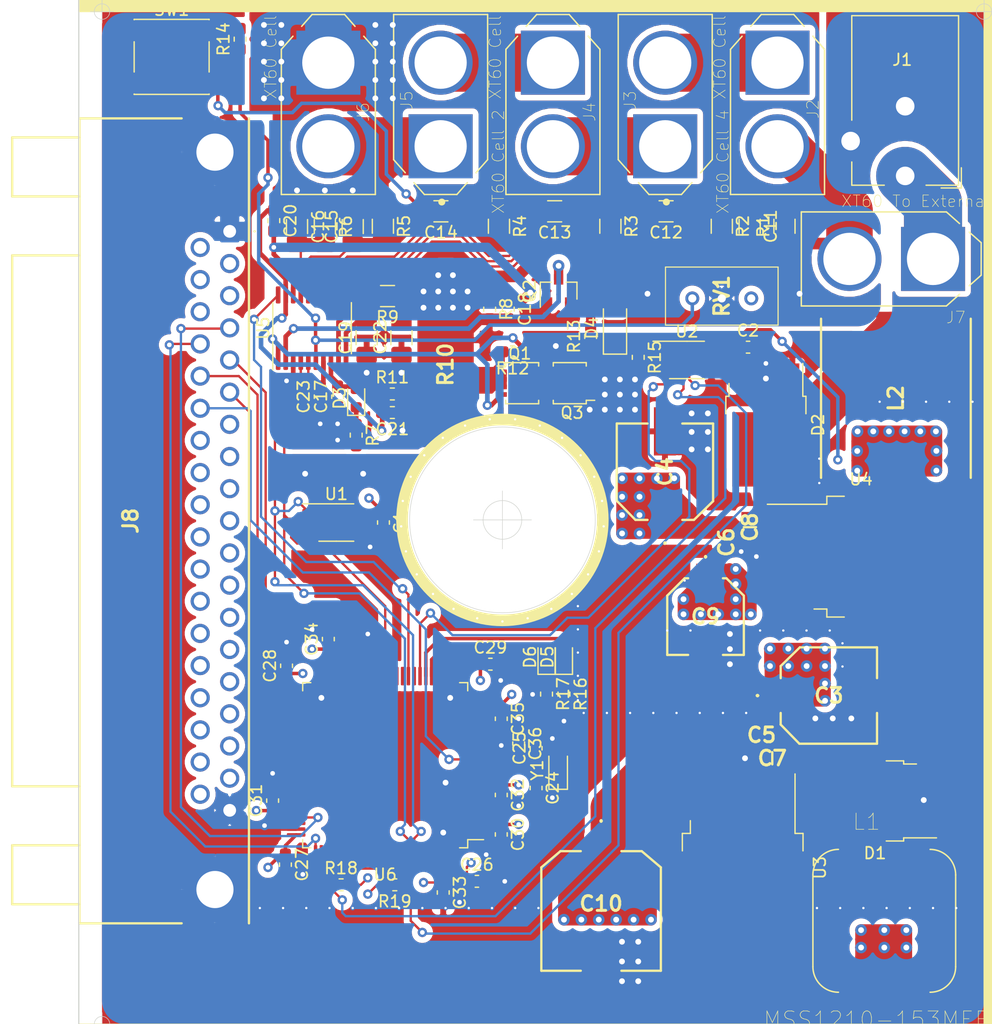
<source format=kicad_pcb>
(kicad_pcb (version 20171130) (host pcbnew "(5.1.10)-1")
  (layers (0 F.Cu signal) (1 GND.Cu power) (2 3.3V.Cu power) (31 B.Cu signal) (34 B.Paste user hide) (35 F.Paste user hide) (36 B.SilkS user hide) (37 F.SilkS user hide) (38 B.Mask user hide) (39 F.Mask user hide) (44 Edge.Cuts user hide))
  (net 0 "")
  (net 1 +5V)
  (net 2 GND)
  (net 3 +3V3)
  (net 4 /PACK_M5)
  (net 5 "Net-(C7-Pad2)")
  (net 6 "Net-(C7-Pad1)")
  (net 7 "Net-(C8-Pad1)")
  (net 8 "Net-(C8-Pad2)")
  (net 9 "/LiPo Pack Monitor/VC4")
  (net 10 "/LiPo Pack Monitor/VC5")
  (net 11 "/LiPo Pack Monitor/VC3")
  (net 12 "/LiPo Pack Monitor/VC2")
  (net 13 "/LiPo Pack Monitor/VC1")
  (net 14 GNDREF)
  (net 15 "/LiPo Pack Monitor/VC0")
  (net 16 "Net-(C17-Pad2)")
  (net 17 "Net-(C18-Pad1)")
  (net 18 "Net-(C19-Pad2)")
  (net 19 "Net-(C20-Pad1)")
  (net 20 "Net-(C23-Pad2)")
  (net 21 "Net-(C24-Pad1)")
  (net 22 "Net-(C25-Pad1)")
  (net 23 /DSUB-37_Bus/NRST)
  (net 24 "Net-(D3-Pad1)")
  (net 25 "Net-(D4-Pad1)")
  (net 26 "Net-(D4-Pad2)")
  (net 27 "Net-(D5-Pad1)")
  (net 28 "Net-(D5-Pad2)")
  (net 29 "Net-(D6-Pad2)")
  (net 30 "Net-(D6-Pad1)")
  (net 31 /PACK_M4)
  (net 32 /PACK_M3)
  (net 33 /PACK_M2)
  (net 34 /PACK_M1)
  (net 35 /DSUB-37_Bus/t_miso)
  (net 36 "/STM32L562VET6Q 1/DEBUG_SWDIO")
  (net 37 /DSUB-37_Bus/Alert_scl)
  (net 38 /DSUB-37_Bus/Alert_Active)
  (net 39 /DSUB-37_Bus/Fire)
  (net 40 "Net-(J8-Pad8)")
  (net 41 "Net-(J8-Pad9)")
  (net 42 "Net-(J8-Pad10)")
  (net 43 "Net-(J8-Pad11)")
  (net 44 "Net-(J8-Pad12)")
  (net 45 "Net-(J8-Pad13)")
  (net 46 "Net-(J8-Pad14)")
  (net 47 "Net-(J8-Pad15)")
  (net 48 "Net-(J8-Pad16)")
  (net 49 "Net-(J8-Pad17)")
  (net 50 /DSUB-37_Bus/t_mosi)
  (net 51 /DSUB-37_Bus/t_clk)
  (net 52 "/STM32L562VET6Q 1/DEBUG_SWCLK")
  (net 53 /DSUB-37_Bus/Alert_sda)
  (net 54 /DSUB-37_Bus/Fire_redundant)
  (net 55 "Net-(J8-Pad27)")
  (net 56 "Net-(J8-Pad28)")
  (net 57 "Net-(J8-Pad29)")
  (net 58 "Net-(J8-Pad30)")
  (net 59 "Net-(J8-Pad31)")
  (net 60 "Net-(J8-Pad32)")
  (net 61 "Net-(J8-Pad33)")
  (net 62 "Net-(J8-Pad34)")
  (net 63 "Net-(J8-Pad35)")
  (net 64 "Net-(J8-Pad36)")
  (net 65 "Net-(Q1-Pad1)")
  (net 66 "Net-(Q1-Pad4)")
  (net 67 "Net-(Q1-Pad5)")
  (net 68 "Net-(Q2-Pad3)")
  (net 69 "Net-(R14-Pad2)")
  (net 70 "Net-(R14-Pad1)")
  (net 71 "Net-(RV1-Pad3)")
  (net 72 /I2C_SDA)
  (net 73 /I2C_SCL)
  (net 74 /TEMP_ALERT_2)
  (net 75 /TEMP_ALERT_1)
  (net 76 "Net-(U3-Pad7)")
  (net 77 "Net-(U4-Pad7)")
  (net 78 "Net-(U5-Pad11)")
  (net 79 /BATT_ALERT)
  (net 80 "Net-(U6-Pad1)")
  (net 81 "Net-(U6-Pad2)")
  (net 82 "Net-(U6-Pad3)")
  (net 83 "Net-(U6-Pad4)")
  (net 84 "Net-(U6-Pad5)")
  (net 85 "Net-(U6-Pad7)")
  (net 86 "Net-(U6-Pad8)")
  (net 87 "Net-(U6-Pad9)")
  (net 88 "Net-(U6-Pad15)")
  (net 89 "Net-(U6-Pad16)")
  (net 90 "Net-(U6-Pad17)")
  (net 91 "Net-(U6-Pad18)")
  (net 92 "Net-(U6-Pad19)")
  (net 93 "Net-(U6-Pad20)")
  (net 94 "Net-(U6-Pad22)")
  (net 95 "Net-(U6-Pad23)")
  (net 96 "Net-(U6-Pad24)")
  (net 97 "Net-(U6-Pad25)")
  (net 98 "Net-(U6-Pad28)")
  (net 99 "Net-(U6-Pad29)")
  (net 100 "Net-(U6-Pad41)")
  (net 101 "/STM32L562VET6Q 1/ABORT_1")
  (net 102 "/STM32L562VET6Q 1/ABORT_2")
  (net 103 "Net-(U6-Pad47)")
  (net 104 "Net-(U6-Pad48)")
  (net 105 "Net-(U6-Pad50)")
  (net 106 "Net-(U6-Pad53)")
  (net 107 "Net-(U6-Pad54)")
  (net 108 "Net-(U6-Pad55)")
  (net 109 "Net-(U6-Pad59)")
  (net 110 "Net-(U6-Pad60)")
  (net 111 "Net-(U6-Pad61)")
  (net 112 "Net-(U6-Pad62)")
  (net 113 "Net-(U6-Pad65)")
  (net 114 "Net-(U6-Pad66)")
  (net 115 "Net-(U6-Pad67)")
  (net 116 "Net-(U6-Pad68)")
  (net 117 "Net-(U6-Pad69)")
  (net 118 "Net-(U6-Pad70)")
  (net 119 "Net-(U6-Pad71)")
  (net 120 "Net-(U6-Pad77)")
  (net 121 "Net-(U6-Pad78)")
  (net 122 "Net-(U6-Pad79)")
  (net 123 "Net-(U6-Pad80)")
  (net 124 "Net-(U6-Pad81)")
  (net 125 "Net-(U6-Pad82)")
  (net 126 "Net-(U6-Pad83)")
  (net 127 "Net-(U6-Pad84)")
  (net 128 "Net-(U6-Pad85)")
  (net 129 "Net-(U6-Pad86)")
  (net 130 "Net-(U6-Pad87)")
  (net 131 "Net-(U6-Pad88)")
  (net 132 "Net-(U6-Pad89)")
  (net 133 "Net-(U6-Pad90)")
  (net 134 "Net-(U6-Pad94)")
  (net 135 "Net-(U6-Pad95)")
  (net 136 "Net-(U6-Pad96)")
  (net 137 "Net-(U6-Pad97)")
  (net 138 "Net-(U6-Pad99)")
  (net 139 "Net-(U6-Pad58)")
  (net 140 "Net-(U6-Pad57)")
  (net 141 "Net-(U6-Pad56)")
  (net 142 "Net-(U6-Pad64)")
  (net 143 "Net-(U6-Pad63)")
  (net 144 /Buck_Converters/V_IN)
  (net 145 "Net-(U6-Pad42)")
  (net 146 "Net-(U6-Pad43)")
  (net 147 "Net-(U6-Pad35)")
  (net 148 "Net-(U6-Pad36)")
  (net 149 "Net-(U6-Pad39)")
  (net 150 "/STM32L562VET6Q 1/I2C1_EN")
  (net 151 "Net-(U6-Pad33)")
  (module Package_QFP:LQFP-100_14x14mm_P0.5mm (layer F.Cu) (at 106.4 119.6 180)
    (fp_text reference U6 (at 0 -9.42) (layer F.SilkS))
    (fp_text value STM32L562VET)
    (pad 1 smd roundrect (at -7.675 -6 180) (size 1.6 0.3) (layers F.Cu F.Paste F.Mask) (net 80 "Net-(U6-Pad1)"))
    (pad 2 smd roundrect (at -7.675 -5.5 180) (size 1.6 0.3) (layers F.Cu F.Paste F.Mask) (net 81 "Net-(U6-Pad2)"))
    (pad 3 smd roundrect (at -7.675 -5 180) (size 1.6 0.3) (layers F.Cu F.Paste F.Mask) (net 82 "Net-(U6-Pad3)"))
    (pad 4 smd roundrect (at -7.675 -4.5 180) (size 1.6 0.3) (layers F.Cu F.Paste F.Mask) (net 83 "Net-(U6-Pad4)"))
    (pad 5 smd roundrect (at -7.675 -4 180) (size 1.6 0.3) (layers F.Cu F.Paste F.Mask) (net 84 "Net-(U6-Pad5)"))
    (pad 6 smd roundrect (at -7.675 -3.5 180) (size 1.6 0.3) (layers F.Cu F.Paste F.Mask) (net 3 +3V3))
    (pad 7 smd roundrect (at -7.675 -3 180) (size 1.6 0.3) (layers F.Cu F.Paste F.Mask) (net 85 "Net-(U6-Pad7)"))
    (pad 8 smd roundrect (at -7.675 -2.5 180) (size 1.6 0.3) (layers F.Cu F.Paste F.Mask) (net 86 "Net-(U6-Pad8)"))
    (pad 9 smd roundrect (at -7.675 -2 180) (size 1.6 0.3) (layers F.Cu F.Paste F.Mask) (net 87 "Net-(U6-Pad9)"))
    (pad 10 smd roundrect (at -7.675 -1.5 180) (size 1.6 0.3) (layers F.Cu F.Paste F.Mask) (net 2 GND))
    (pad 11 smd roundrect (at -7.675 -1 180) (size 1.6 0.3) (layers F.Cu F.Paste F.Mask) (net 3 +3V3))
    (pad 12 smd roundrect (at -7.675 -0.5 180) (size 1.6 0.3) (layers F.Cu F.Paste F.Mask) (net 21 "Net-(C24-Pad1)"))
    (pad 13 smd roundrect (at -7.675 0 180) (size 1.6 0.3) (layers F.Cu F.Paste F.Mask) (net 22 "Net-(C25-Pad1)"))
    (pad 14 smd roundrect (at -7.675 0.5 180) (size 1.6 0.3) (layers F.Cu F.Paste F.Mask) (net 23 /DSUB-37_Bus/NRST))
    (pad 15 smd roundrect (at -7.675 1 180) (size 1.6 0.3) (layers F.Cu F.Paste F.Mask) (net 88 "Net-(U6-Pad15)"))
    (pad 16 smd roundrect (at -7.675 1.5 180) (size 1.6 0.3) (layers F.Cu F.Paste F.Mask) (net 89 "Net-(U6-Pad16)"))
    (pad 17 smd roundrect (at -7.675 2 180) (size 1.6 0.3) (layers F.Cu F.Paste F.Mask) (net 90 "Net-(U6-Pad17)"))
    (pad 18 smd roundrect (at -7.675 2.5 180) (size 1.6 0.3) (layers F.Cu F.Paste F.Mask) (net 91 "Net-(U6-Pad18)"))
    (pad 19 smd roundrect (at -7.675 3 180) (size 1.6 0.3) (layers F.Cu F.Paste F.Mask) (net 92 "Net-(U6-Pad19)"))
    (pad 20 smd roundrect (at -7.675 3.5 180) (size 1.6 0.3) (layers F.Cu F.Paste F.Mask) (net 93 "Net-(U6-Pad20)"))
    (pad 21 smd roundrect (at -7.675 4 180) (size 1.6 0.3) (layers F.Cu F.Paste F.Mask) (net 3 +3V3))
    (pad 22 smd roundrect (at -7.675 4.5 180) (size 1.6 0.3) (layers F.Cu F.Paste F.Mask) (net 94 "Net-(U6-Pad22)"))
    (pad 23 smd roundrect (at -7.675 5 180) (size 1.6 0.3) (layers F.Cu F.Paste F.Mask) (net 95 "Net-(U6-Pad23)"))
    (pad 24 smd roundrect (at -7.675 5.5 180) (size 1.6 0.3) (layers F.Cu F.Paste F.Mask) (net 96 "Net-(U6-Pad24)"))
    (pad 25 smd roundrect (at -7.675 6 180) (size 1.6 0.3) (layers F.Cu F.Paste F.Mask) (net 97 "Net-(U6-Pad25)"))
    (pad 26 smd roundrect (at -6 7.675 180) (size 0.3 1.6) (layers F.Cu F.Paste F.Mask) (net 2 GND))
    (pad 27 smd roundrect (at -5.5 7.675 180) (size 0.3 1.6) (layers F.Cu F.Paste F.Mask) (net 3 +3V3))
    (pad 28 smd roundrect (at -5 7.675 180) (size 0.3 1.6) (layers F.Cu F.Paste F.Mask) (net 98 "Net-(U6-Pad28)"))
    (pad 29 smd roundrect (at -4.5 7.675 180) (size 0.3 1.6) (layers F.Cu F.Paste F.Mask) (net 99 "Net-(U6-Pad29)"))
    (pad 30 smd roundrect (at -4 7.675 180) (size 0.3 1.6) (layers F.Cu F.Paste F.Mask) (net 29 "Net-(D6-Pad2)"))
    (pad 31 smd roundrect (at -3.5 7.675 180) (size 0.3 1.6) (layers F.Cu F.Paste F.Mask) (net 28 "Net-(D5-Pad2)"))
    (pad 32 smd roundrect (at -3 7.675 180) (size 0.3 1.6) (layers F.Cu F.Paste F.Mask) (net 75 /TEMP_ALERT_1))
    (pad 33 smd roundrect (at -2.5 7.675 180) (size 0.3 1.6) (layers F.Cu F.Paste F.Mask) (net 151 "Net-(U6-Pad33)"))
    (pad 34 smd roundrect (at -2 7.675 180) (size 0.3 1.6) (layers F.Cu F.Paste F.Mask) (net 79 /BATT_ALERT))
    (pad 35 smd roundrect (at -1.5 7.675 180) (size 0.3 1.6) (layers F.Cu F.Paste F.Mask) (net 147 "Net-(U6-Pad35)"))
    (pad 36 smd roundrect (at -1 7.675 180) (size 0.3 1.6) (layers F.Cu F.Paste F.Mask) (net 148 "Net-(U6-Pad36)"))
    (pad 37 smd roundrect (at -0.5 7.675 180) (size 0.3 1.6) (layers F.Cu F.Paste F.Mask) (net 101 "/STM32L562VET6Q 1/ABORT_1"))
    (pad 38 smd roundrect (at 0 7.675 180) (size 0.3 1.6) (layers F.Cu F.Paste F.Mask) (net 74 /TEMP_ALERT_2))
    (pad 39 smd roundrect (at 0.5 7.675 180) (size 0.3 1.6) (layers F.Cu F.Paste F.Mask) (net 149 "Net-(U6-Pad39)"))
    (pad 40 smd roundrect (at 1 7.675 180) (size 0.3 1.6) (layers F.Cu F.Paste F.Mask) (net 102 "/STM32L562VET6Q 1/ABORT_2"))
    (pad 41 smd roundrect (at 1.5 7.675 180) (size 0.3 1.6) (layers F.Cu F.Paste F.Mask) (net 100 "Net-(U6-Pad41)"))
    (pad 42 smd roundrect (at 2 7.675 180) (size 0.3 1.6) (layers F.Cu F.Paste F.Mask) (net 145 "Net-(U6-Pad42)"))
    (pad 43 smd roundrect (at 2.5 7.675 180) (size 0.3 1.6) (layers F.Cu F.Paste F.Mask) (net 146 "Net-(U6-Pad43)"))
    (pad 44 smd roundrect (at 3 7.675 180) (size 0.3 1.6) (layers F.Cu F.Paste F.Mask) (net 37 /DSUB-37_Bus/Alert_scl))
    (pad 45 smd roundrect (at 3.5 7.675 180) (size 0.3 1.6) (layers F.Cu F.Paste F.Mask) (net 53 /DSUB-37_Bus/Alert_sda))
    (pad 46 smd roundrect (at 4 7.675 180) (size 0.3 1.6) (layers F.Cu F.Paste F.Mask) (net 3 +3V3))
    (pad 47 smd roundrect (at 4.5 7.675 180) (size 0.3 1.6) (layers F.Cu F.Paste F.Mask) (net 103 "Net-(U6-Pad47)"))
    (pad 48 smd roundrect (at 5 7.675 180) (size 0.3 1.6) (layers F.Cu F.Paste F.Mask) (net 104 "Net-(U6-Pad48)"))
    (pad 49 smd roundrect (at 5.5 7.675 180) (size 0.3 1.6) (layers F.Cu F.Paste F.Mask) (net 2 GND))
    (pad 50 smd roundrect (at 6 7.675 180) (size 0.3 1.6) (layers F.Cu F.Paste F.Mask) (net 105 "Net-(U6-Pad50)"))
    (pad 51 smd roundrect (at 7.675 6 180) (size 1.6 0.3) (layers F.Cu F.Paste F.Mask) (net 3 +3V3))
    (pad 52 smd roundrect (at 7.675 5.5 180) (size 1.6 0.3) (layers F.Cu F.Paste F.Mask) (net 38 /DSUB-37_Bus/Alert_Active))
    (pad 53 smd roundrect (at 7.675 5 180) (size 1.6 0.3) (layers F.Cu F.Paste F.Mask) (net 106 "Net-(U6-Pad53)"))
    (pad 54 smd roundrect (at 7.675 4.5 180) (size 1.6 0.3) (layers F.Cu F.Paste F.Mask) (net 107 "Net-(U6-Pad54)"))
    (pad 55 smd roundrect (at 7.675 4 180) (size 1.6 0.3) (layers F.Cu F.Paste F.Mask) (net 108 "Net-(U6-Pad55)"))
    (pad 56 smd roundrect (at 7.675 3.5 180) (size 1.6 0.3) (layers F.Cu F.Paste F.Mask) (net 141 "Net-(U6-Pad56)"))
    (pad 57 smd roundrect (at 7.675 3 180) (size 1.6 0.3) (layers F.Cu F.Paste F.Mask) (net 140 "Net-(U6-Pad57)"))
    (pad 58 smd roundrect (at 7.675 2.5 180) (size 1.6 0.3) (layers F.Cu F.Paste F.Mask) (net 139 "Net-(U6-Pad58)"))
    (pad 59 smd roundrect (at 7.675 2 180) (size 1.6 0.3) (layers F.Cu F.Paste F.Mask) (net 109 "Net-(U6-Pad59)"))
    (pad 60 smd roundrect (at 7.675 1.5 180) (size 1.6 0.3) (layers F.Cu F.Paste F.Mask) (net 110 "Net-(U6-Pad60)"))
    (pad 61 smd roundrect (at 7.675 1 180) (size 1.6 0.3) (layers F.Cu F.Paste F.Mask) (net 111 "Net-(U6-Pad61)"))
    (pad 62 smd roundrect (at 7.675 0.5 180) (size 1.6 0.3) (layers F.Cu F.Paste F.Mask) (net 112 "Net-(U6-Pad62)"))
    (pad 63 smd roundrect (at 7.675 0 180) (size 1.6 0.3) (layers F.Cu F.Paste F.Mask) (net 143 "Net-(U6-Pad63)"))
    (pad 64 smd roundrect (at 7.675 -0.5 180) (size 1.6 0.3) (layers F.Cu F.Paste F.Mask) (net 142 "Net-(U6-Pad64)"))
    (pad 65 smd roundrect (at 7.675 -1 180) (size 1.6 0.3) (layers F.Cu F.Paste F.Mask) (net 113 "Net-(U6-Pad65)"))
    (pad 66 smd roundrect (at 7.675 -1.5 180) (size 1.6 0.3) (layers F.Cu F.Paste F.Mask) (net 114 "Net-(U6-Pad66)"))
    (pad 67 smd roundrect (at 7.675 -2 180) (size 1.6 0.3) (layers F.Cu F.Paste F.Mask) (net 115 "Net-(U6-Pad67)"))
    (pad 68 smd roundrect (at 7.675 -2.5 180) (size 1.6 0.3) (layers F.Cu F.Paste F.Mask) (net 116 "Net-(U6-Pad68)"))
    (pad 69 smd roundrect (at 7.675 -3 180) (size 1.6 0.3) (layers F.Cu F.Paste F.Mask) (net 117 "Net-(U6-Pad69)"))
    (pad 70 smd roundrect (at 7.675 -3.5 180) (size 1.6 0.3) (layers F.Cu F.Paste F.Mask) (net 118 "Net-(U6-Pad70)"))
    (pad 71 smd roundrect (at 7.675 -4 180) (size 1.6 0.3) (layers F.Cu F.Paste F.Mask) (net 119 "Net-(U6-Pad71)"))
    (pad 72 smd roundrect (at 7.675 -4.5 180) (size 1.6 0.3) (layers F.Cu F.Paste F.Mask) (net 36 "/STM32L562VET6Q 1/DEBUG_SWDIO"))
    (pad 73 smd roundrect (at 7.675 -5 180) (size 1.6 0.3) (layers F.Cu F.Paste F.Mask) (net 3 +3V3))
    (pad 74 smd roundrect (at 7.675 -5.5 180) (size 1.6 0.3) (layers F.Cu F.Paste F.Mask) (net 2 GND))
    (pad 75 smd roundrect (at 7.675 -6 180) (size 1.6 0.3) (layers F.Cu F.Paste F.Mask) (net 3 +3V3))
    (pad 76 smd roundrect (at 6 -7.675 180) (size 0.3 1.6) (layers F.Cu F.Paste F.Mask) (net 52 "/STM32L562VET6Q 1/DEBUG_SWCLK"))
    (pad 77 smd roundrect (at 5.5 -7.675 180) (size 0.3 1.6) (layers F.Cu F.Paste F.Mask) (net 120 "Net-(U6-Pad77)"))
    (pad 78 smd roundrect (at 5 -7.675 180) (size 0.3 1.6) (layers F.Cu F.Paste F.Mask) (net 121 "Net-(U6-Pad78)"))
    (pad 79 smd roundrect (at 4.5 -7.675 180) (size 0.3 1.6) (layers F.Cu F.Paste F.Mask) (net 122 "Net-(U6-Pad79)"))
    (pad 80 smd roundrect (at 4 -7.675 180) (size 0.3 1.6) (layers F.Cu F.Paste F.Mask) (net 123 "Net-(U6-Pad80)"))
    (pad 81 smd roundrect (at 3.5 -7.675 180) (size 0.3 1.6) (layers F.Cu F.Paste F.Mask) (net 124 "Net-(U6-Pad81)"))
    (pad 82 smd roundrect (at 3 -7.675 180) (size 0.3 1.6) (layers F.Cu F.Paste F.Mask) (net 125 "Net-(U6-Pad82)"))
    (pad 83 smd roundrect (at 2.5 -7.675 180) (size 0.3 1.6) (layers F.Cu F.Paste F.Mask) (net 126 "Net-(U6-Pad83)"))
    (pad 84 smd roundrect (at 2 -7.675 180) (size 0.3 1.6) (layers F.Cu F.Paste F.Mask) (net 127 "Net-(U6-Pad84)"))
    (pad 85 smd roundrect (at 1.5 -7.675 180) (size 0.3 1.6) (layers F.Cu F.Paste F.Mask) (net 128 "Net-(U6-Pad85)"))
    (pad 86 smd roundrect (at 1 -7.675 180) (size 0.3 1.6) (layers F.Cu F.Paste F.Mask) (net 129 "Net-(U6-Pad86)"))
    (pad 87 smd roundrect (at 0.5 -7.675 180) (size 0.3 1.6) (layers F.Cu F.Paste F.Mask) (net 130 "Net-(U6-Pad87)"))
    (pad 88 smd roundrect (at 0 -7.675 180) (size 0.3 1.6) (layers F.Cu F.Paste F.Mask) (net 131 "Net-(U6-Pad88)"))
    (pad 89 smd roundrect (at -0.5 -7.675 180) (size 0.3 1.6) (layers F.Cu F.Paste F.Mask) (net 132 "Net-(U6-Pad89)"))
    (pad 90 smd roundrect (at -1 -7.675 180) (size 0.3 1.6) (layers F.Cu F.Paste F.Mask) (net 133 "Net-(U6-Pad90)"))
    (pad 91 smd roundrect (at -1.5 -7.675 180) (size 0.3 1.6) (layers F.Cu F.Paste F.Mask) (net 150 "/STM32L562VET6Q 1/I2C1_EN"))
    (pad 92 smd roundrect (at -2 -7.675 180) (size 0.3 1.6) (layers F.Cu F.Paste F.Mask) (net 73 /I2C_SCL))
    (pad 93 smd roundrect (at -2.5 -7.675 180) (size 0.3 1.6) (layers F.Cu F.Paste F.Mask) (net 72 /I2C_SDA))
    (pad 94 smd roundrect (at -3 -7.675 180) (size 0.3 1.6) (layers F.Cu F.Paste F.Mask) (net 134 "Net-(U6-Pad94)"))
    (pad 95 smd roundrect (at -3.5 -7.675 180) (size 0.3 1.6) (layers F.Cu F.Paste F.Mask) (net 135 "Net-(U6-Pad95)"))
    (pad 96 smd roundrect (at -4 -7.675 180) (size 0.3 1.6) (layers F.Cu F.Paste F.Mask) (net 136 "Net-(U6-Pad96)"))
    (pad 97 smd roundrect (at -4.5 -7.675 180) (size 0.3 1.6) (layers F.Cu F.Paste F.Mask) (net 137 "Net-(U6-Pad97)"))
    (pad 98 smd roundrect (at -5 -7.675 180) (size 0.3 1.6) (layers F.Cu F.Paste F.Mask) (net 2 GND))
    (pad 99 smd roundrect (at -5.5 -7.675 180) (size 0.3 1.6) (layers F.Cu F.Paste F.Mask) (net 138 "Net-(U6-Pad99)"))
    (pad 100 smd roundrect (at -6 -7.675 180) (size 0.3 1.6) (layers F.Cu F.Paste F.Mask) (net 3 +3V3))
  )
  (module Package_TO_SOT_SMD:TO-252-2 (layer F.Cu) (at 139.2 90.3 270)
    (fp_text reference D2 (at 0 -4.5 90) (layer F.SilkS))
    (fp_text value SBRD10200TR)
    (pad 2 smd rect (at 2.1 0 270) (size 6.4 5.8) (layers F.Cu F.Mask) (net 8 "Net-(C8-Pad2)"))
    (pad 3 smd rect (at -4.2 2.28 270) (size 2.2 1.2) (layers F.Cu F.Paste F.Mask) (net 2 GND))
    (pad 1 smd rect (at -4.2 -2.28 270) (size 2.2 1.2) (layers F.Cu F.Paste F.Mask) (net 2 GND))
  )
  (module Capacitor_SMD:C_0603_1608Metric_Pad1.08x0.95mm_HandSolder (layer F.Cu) (at 100.8 87.8625 90)
    (fp_text reference C23 (at 0 -1.43 90) (layer F.SilkS))
    (fp_text value 1μF)
    (pad 2 smd roundrect (at 0.8625 0 90) (size 1.075 0.95) (layers F.Cu F.Paste F.Mask) (net 20 "Net-(C23-Pad2)"))
    (pad 1 smd roundrect (at -0.8625 0 90) (size 1.075 0.95) (layers F.Cu F.Paste F.Mask) (net 14 GNDREF))
  )
  (module RDT_Custom_Footprints:16SVF1000M (layer F.Cu) (at 125 132.15 180)
    (fp_text reference C10 (at 0 0.625) (layer F.SilkS) (effects (font (size 1.27 1.27) (thickness 0.254))))
    (fp_text value 16SVP330M hide)
    (pad 1 smd rect (at 0 4.35 180) (size 1.9 4.4) (layers F.Cu F.Paste F.Mask) (net 1 +5V))
    (pad 2 smd rect (at 0 -4.35 180) (size 1.9 4.4) (layers F.Cu F.Paste F.Mask) (net 2 GND))
  )
  (module RDT_Custom_Footprints:CAPC2012X75N (layer F.Cu) (at 137.825 99.1 90)
    (fp_text reference C8 (at 0 0 90) (layer F.SilkS) (effects (font (size 1.27 1.27) (thickness 0.254))))
    (fp_text value CGA4C2C0G1H103J060AA hide)
    (pad 1 smd rect (at -1 0 90) (size 0.62 1.47) (layers F.Cu F.Paste F.Mask) (net 7 "Net-(C8-Pad1)"))
    (pad 2 smd rect (at 1 0 90) (size 0.62 1.47) (layers F.Cu F.Paste F.Mask) (net 8 "Net-(C8-Pad2)"))
  )
  (module Resistor_SMD:R_0603_1608Metric_Pad1.05x0.95mm_HandSolder (layer F.Cu) (at 124.1 82.675 90)
    (fp_text reference R13 (at 0 -1.43 90) (layer F.SilkS))
    (fp_text value 1MΩ)
    (pad 2 smd roundrect (at 0.875 0 90) (size 1.05 0.95) (layers F.Cu F.Paste F.Mask) (net 26 "Net-(D4-Pad2)"))
    (pad 1 smd roundrect (at -0.875 0 90) (size 1.05 0.95) (layers F.Cu F.Paste F.Mask) (net 25 "Net-(D4-Pad1)"))
  )
  (module Resistor_SMD:R_0603_1608Metric_Pad1.05x0.95mm_HandSolder (layer F.Cu) (at 128.2 84.475 270)
    (fp_text reference R15 (at 0 -1.43 90) (layer F.SilkS))
    (fp_text value 1MΩ)
    (pad 2 smd roundrect (at 0.875 0 270) (size 1.05 0.95) (layers F.Cu F.Paste F.Mask) (net 2 GND))
    (pad 1 smd roundrect (at -0.875 0 270) (size 1.05 0.95) (layers F.Cu F.Paste F.Mask) (net 25 "Net-(D4-Pad1)"))
  )
  (module Resistor_SMD:R_0603_1608Metric_Pad1.05x0.95mm_HandSolder (layer F.Cu) (at 96.8 72.7 270)
    (fp_text reference C20 (at 0 -1.43 90) (layer F.SilkS))
    (fp_text value 0.1μF)
    (pad 2 smd roundrect (at 0.875 0 270) (size 1.05 0.95) (layers F.Cu F.Paste F.Mask) (net 17 "Net-(C18-Pad1)"))
    (pad 1 smd roundrect (at -0.875 0 270) (size 1.05 0.95) (layers F.Cu F.Paste F.Mask) (net 19 "Net-(C20-Pad1)"))
  )
  (module Resistor_SMD:R_0603_1608Metric_Pad1.05x0.95mm_HandSolder (layer F.Cu) (at 107.015 87.63)
    (fp_text reference R11 (at 0 -1.43) (layer F.SilkS))
    (fp_text value 100Ω)
    (pad 2 smd roundrect (at 0.875 0) (size 1.05 0.95) (layers F.Cu F.Paste F.Mask) (net 65 "Net-(Q1-Pad1)"))
    (pad 1 smd roundrect (at -0.875 0) (size 1.05 0.95) (layers F.Cu F.Paste F.Mask) (net 19 "Net-(C20-Pad1)"))
  )
  (module Resistor_SMD:R_0603_1608Metric_Pad1.05x0.95mm_HandSolder (layer F.Cu) (at 115.4 80.325 270)
    (fp_text reference R8 (at 0 -1.43 90) (layer F.SilkS))
    (fp_text value 100Ω)
    (pad 2 smd roundrect (at 0.875 0 270) (size 1.05 0.95) (layers F.Cu F.Paste F.Mask) (net 14 GNDREF))
    (pad 1 smd roundrect (at -0.875 0 270) (size 1.05 0.95) (layers F.Cu F.Paste F.Mask) (net 17 "Net-(C18-Pad1)"))
  )
  (module Resistor_SMD:R_0603_1608Metric_Pad1.05x0.95mm_HandSolder (layer F.Cu) (at 107.014999 89.23 180)
    (fp_text reference C21 (at 0 -1.43) (layer F.SilkS))
    (fp_text value 0.1μF)
    (pad 2 smd roundrect (at 0.875 0 180) (size 1.05 0.95) (layers F.Cu F.Paste F.Mask) (net 19 "Net-(C20-Pad1)"))
    (pad 1 smd roundrect (at -0.875 0 180) (size 1.05 0.95) (layers F.Cu F.Paste F.Mask) (net 14 GNDREF))
  )
  (module Resistor_SMD:R_0603_1608Metric_Pad1.05x0.95mm_HandSolder (layer F.Cu) (at 117 80.325 270)
    (fp_text reference C18 (at 0 -1.43 90) (layer F.SilkS))
    (fp_text value 0.1μF)
    (pad 2 smd roundrect (at 0.875 0 270) (size 1.05 0.95) (layers F.Cu F.Paste F.Mask) (net 14 GNDREF))
    (pad 1 smd roundrect (at -0.875 0 270) (size 1.05 0.95) (layers F.Cu F.Paste F.Mask) (net 17 "Net-(C18-Pad1)"))
  )
  (module Resistor_SMD:R_0603_1608Metric_Pad1.05x0.95mm_HandSolder (layer F.Cu) (at 103.9 91.174999 270)
    (fp_text reference R7 (at 0 -1.43 90) (layer F.SilkS))
    (fp_text value 1k5Ω)
    (pad 2 smd roundrect (at 0.875 0 270) (size 1.05 0.95) (layers F.Cu F.Paste F.Mask) (net 14 GNDREF))
    (pad 1 smd roundrect (at -0.875 0 270) (size 1.05 0.95) (layers F.Cu F.Paste F.Mask) (net 24 "Net-(D3-Pad1)"))
  )
  (module RDT_Custom_Footprints:AMASS_XT60-M (layer F.Cu) (at 101.5 62.7 270)
    (fp_text reference J6 (at 0.65 -3 90) (layer F.SilkS) (effects (font (size 1.00069 1.00069) (thickness 0.05))))
    (fp_text value "XT60 Cell 1" (at -4.92836 4.9684 90) (layer F.SilkS) (effects (font (size 1.00069 1.00069) (thickness 0.05))))
    (pad 1 thru_hole rect (at -3.6 0 270) (size 5.516 5.516) (drill 4.5) (layers *.Cu *.Mask) (net 14 GNDREF))
    (pad 2 thru_hole circle (at 3.6 0 270) (size 5.516 5.516) (drill 4.5) (layers *.Cu *.Mask) (net 34 /PACK_M1))
  )
  (module RDT_Custom_Footprints:AMASS_XT60-M (layer F.Cu) (at 140.2 62.7 270)
    (fp_text reference J2 (at 0.4 -3.05 90) (layer F.SilkS) (effects (font (size 1.00069 1.00069) (thickness 0.05))))
    (fp_text value "XT60 Cell 5" (at -4.92836 4.9684 90) (layer F.SilkS) (effects (font (size 1.00069 1.00069) (thickness 0.05))))
    (pad 1 thru_hole rect (at -3.6 0 270) (size 5.516 5.516) (drill 4.5) (layers *.Cu *.Mask) (net 31 /PACK_M4))
    (pad 2 thru_hole circle (at 3.6 0 270) (size 5.516 5.516) (drill 4.5) (layers *.Cu *.Mask) (net 4 /PACK_M5))
  )
  (module RDT_Custom_Footprints:AMASS_XT60-M (layer F.Cu) (at 120.85 62.7 270)
    (fp_text reference J4 (at 0.65 -3.15 90) (layer F.SilkS) (effects (font (size 1.00069 1.00069) (thickness 0.05))))
    (fp_text value "XT60 Cell 3" (at -4.92836 4.9684 90) (layer F.SilkS) (effects (font (size 1.00069 1.00069) (thickness 0.05))))
    (pad 1 thru_hole rect (at -3.6 0 270) (size 5.516 5.516) (drill 4.5) (layers *.Cu *.Mask) (net 33 /PACK_M2))
    (pad 2 thru_hole circle (at 3.6 0 270) (size 5.516 5.516) (drill 4.5) (layers *.Cu *.Mask) (net 32 /PACK_M3))
  )
  (module RDT_Custom_Footprints:AMASS_XT60-M (layer F.Cu) (at 130.525 62.7 90)
    (fp_text reference J3 (at 0.35 -3.025 90) (layer F.SilkS) (effects (font (size 1.00069 1.00069) (thickness 0.05))))
    (fp_text value "XT60 Cell 4" (at -4.92836 4.9684 90) (layer F.SilkS) (effects (font (size 1.00069 1.00069) (thickness 0.05))))
    (pad 1 thru_hole rect (at -3.6 0 90) (size 5.516 5.516) (drill 4.5) (layers *.Cu *.Mask) (net 32 /PACK_M3))
    (pad 2 thru_hole circle (at 3.6 0 90) (size 5.516 5.516) (drill 4.5) (layers *.Cu *.Mask) (net 31 /PACK_M4))
  )
  (module RDT_Custom_Footprints:AMASS_XT60-M (layer F.Cu) (at 111.175 62.7 90)
    (fp_text reference J5 (at 0.35 -2.925 90) (layer F.SilkS) (effects (font (size 1.00069 1.00069) (thickness 0.05))))
    (fp_text value "XT60 Cell 2" (at -4.92836 4.9684 90) (layer F.SilkS) (effects (font (size 1.00069 1.00069) (thickness 0.05))))
    (pad 1 thru_hole rect (at -3.6 0 90) (size 5.516 5.516) (drill 4.5) (layers *.Cu *.Mask) (net 34 /PACK_M1))
    (pad 2 thru_hole circle (at 3.6 0 90) (size 5.516 5.516) (drill 4.5) (layers *.Cu *.Mask) (net 33 /PACK_M2))
  )
  (module Connector_BarrelJack:BarrelJack_CUI_PJ-102AH_Horizontal (layer F.Cu) (at 151.2 68.85 180)
    (fp_text reference J1 (at 0.25 10 180) (layer F.SilkS))
    (fp_text value Barrel_Jack_MountingPin)
    (pad 3 thru_hole circle (at 4.7 3 180) (size 2.6 2.6) (drill 1.6) (layers *.Cu *.Mask) (net 2 GND))
    (pad 2 thru_hole circle (at 0 6 180) (size 2.6 2.6) (drill 1.6) (layers *.Cu *.Mask) (net 2 GND))
    (pad 1 thru_hole rect (at 0 0 180) (size 2.6 2.6) (drill 1.6) (layers *.Cu *.Mask) (net 144 /Buck_Converters/V_IN))
  )
  (module RDT_Custom_Footprints:L717SDC37P1ACH4F (layer F.Cu) (at 93 73.625 270)
    (fp_text reference J8 (at 24.93 8.54 90) (layer F.SilkS) (effects (font (size 1.27 1.27) (thickness 0.254))))
    (fp_text value L717SDC37P1ACH4F hide)
    (pad MH2 thru_hole circle (at 56.68 1.27 270) (size 4.8 4.8) (drill 3.2) (layers *.Cu *.Mask) (net 2 GND))
    (pad MH1 thru_hole circle (at -6.82 1.27 270) (size 4.8 4.8) (drill 3.2) (layers *.Cu *.Mask) (net 2 GND))
    (pad 37 thru_hole circle (at 48.475 2.54 270) (size 1.65 1.65) (drill 1.1) (layers *.Cu *.Mask) (net 1 +5V))
    (pad 36 thru_hole circle (at 45.705 2.54 270) (size 1.65 1.65) (drill 1.1) (layers *.Cu *.Mask) (net 64 "Net-(J8-Pad36)"))
    (pad 35 thru_hole circle (at 42.935 2.54 270) (size 1.65 1.65) (drill 1.1) (layers *.Cu *.Mask) (net 63 "Net-(J8-Pad35)"))
    (pad 34 thru_hole circle (at 40.165 2.54 270) (size 1.65 1.65) (drill 1.1) (layers *.Cu *.Mask) (net 62 "Net-(J8-Pad34)"))
    (pad 33 thru_hole circle (at 37.395 2.54 270) (size 1.65 1.65) (drill 1.1) (layers *.Cu *.Mask) (net 61 "Net-(J8-Pad33)"))
    (pad 32 thru_hole circle (at 34.625 2.54 270) (size 1.65 1.65) (drill 1.1) (layers *.Cu *.Mask) (net 60 "Net-(J8-Pad32)"))
    (pad 31 thru_hole circle (at 31.855 2.54 270) (size 1.65 1.65) (drill 1.1) (layers *.Cu *.Mask) (net 59 "Net-(J8-Pad31)"))
    (pad 30 thru_hole circle (at 29.085 2.54 270) (size 1.65 1.65) (drill 1.1) (layers *.Cu *.Mask) (net 58 "Net-(J8-Pad30)"))
    (pad 29 thru_hole circle (at 26.315 2.54 270) (size 1.65 1.65) (drill 1.1) (layers *.Cu *.Mask) (net 57 "Net-(J8-Pad29)"))
    (pad 28 thru_hole circle (at 23.545 2.54 270) (size 1.65 1.65) (drill 1.1) (layers *.Cu *.Mask) (net 56 "Net-(J8-Pad28)"))
    (pad 27 thru_hole circle (at 20.775 2.54 270) (size 1.65 1.65) (drill 1.1) (layers *.Cu *.Mask) (net 55 "Net-(J8-Pad27)"))
    (pad 26 thru_hole circle (at 18.005 2.54 270) (size 1.65 1.65) (drill 1.1) (layers *.Cu *.Mask) (net 54 /DSUB-37_Bus/Fire_redundant))
    (pad 25 thru_hole circle (at 15.235 2.54 270) (size 1.65 1.65) (drill 1.1) (layers *.Cu *.Mask) (net 23 /DSUB-37_Bus/NRST))
    (pad 24 thru_hole circle (at 12.465 2.54 270) (size 1.65 1.65) (drill 1.1) (layers *.Cu *.Mask) (net 53 /DSUB-37_Bus/Alert_sda))
    (pad 23 thru_hole circle (at 9.695 2.54 270) (size 1.65 1.65) (drill 1.1) (layers *.Cu *.Mask) (net 52 "/STM32L562VET6Q 1/DEBUG_SWCLK"))
    (pad 22 thru_hole circle (at 6.925 2.54 270) (size 1.65 1.65) (drill 1.1) (layers *.Cu *.Mask) (net 51 /DSUB-37_Bus/t_clk))
    (pad 21 thru_hole circle (at 4.155 2.54 270) (size 1.65 1.65) (drill 1.1) (layers *.Cu *.Mask) (net 50 /DSUB-37_Bus/t_mosi))
    (pad 20 thru_hole circle (at 1.385 2.54 270) (size 1.65 1.65) (drill 1.1) (layers *.Cu *.Mask) (net 1 +5V))
    (pad 19 thru_hole circle (at 49.86 0 270) (size 1.65 1.65) (drill 1.1) (layers *.Cu *.Mask) (net 2 GND))
    (pad 18 thru_hole circle (at 47.09 0 270) (size 1.65 1.65) (drill 1.1) (layers *.Cu *.Mask) (net 3 +3V3))
    (pad 17 thru_hole circle (at 44.32 0 270) (size 1.65 1.65) (drill 1.1) (layers *.Cu *.Mask) (net 49 "Net-(J8-Pad17)"))
    (pad 16 thru_hole circle (at 41.55 0 270) (size 1.65 1.65) (drill 1.1) (layers *.Cu *.Mask) (net 48 "Net-(J8-Pad16)"))
    (pad 15 thru_hole circle (at 38.78 0 270) (size 1.65 1.65) (drill 1.1) (layers *.Cu *.Mask) (net 47 "Net-(J8-Pad15)"))
    (pad 14 thru_hole circle (at 36.01 0 270) (size 1.65 1.65) (drill 1.1) (layers *.Cu *.Mask) (net 46 "Net-(J8-Pad14)"))
    (pad 13 thru_hole circle (at 33.24 0 270) (size 1.65 1.65) (drill 1.1) (layers *.Cu *.Mask) (net 45 "Net-(J8-Pad13)"))
    (pad 12 thru_hole circle (at 30.47 0 270) (size 1.65 1.65) (drill 1.1) (layers *.Cu *.Mask) (net 44 "Net-(J8-Pad12)"))
    (pad 11 thru_hole circle (at 27.7 0 270) (size 1.65 1.65) (drill 1.1) (layers *.Cu *.Mask) (net 43 "Net-(J8-Pad11)"))
    (pad 10 thru_hole circle (at 24.93 0 270) (size 1.65 1.65) (drill 1.1) (layers *.Cu *.Mask) (net 42 "Net-(J8-Pad10)"))
    (pad 9 thru_hole circle (at 22.16 0 270) (size 1.65 1.65) (drill 1.1) (layers *.Cu *.Mask) (net 41 "Net-(J8-Pad9)"))
    (pad 8 thru_hole circle (at 19.39 0 270) (size 1.65 1.65) (drill 1.1) (layers *.Cu *.Mask) (net 40 "Net-(J8-Pad8)"))
    (pad 7 thru_hole circle (at 16.62 0 270) (size 1.65 1.65) (drill 1.1) (layers *.Cu *.Mask) (net 39 /DSUB-37_Bus/Fire))
    (pad 6 thru_hole circle (at 13.85 0 270) (size 1.65 1.65) (drill 1.1) (layers *.Cu *.Mask) (net 38 /DSUB-37_Bus/Alert_Active))
    (pad 5 thru_hole circle (at 11.08 0 270) (size 1.65 1.65) (drill 1.1) (layers *.Cu *.Mask) (net 37 /DSUB-37_Bus/Alert_scl))
    (pad 4 thru_hole circle (at 8.31 0 270) (size 1.65 1.65) (drill 1.1) (layers *.Cu *.Mask) (net 36 "/STM32L562VET6Q 1/DEBUG_SWDIO"))
    (pad 3 thru_hole circle (at 5.54 0 270) (size 1.65 1.65) (drill 1.1) (layers *.Cu *.Mask) (net 35 /DSUB-37_Bus/t_miso))
    (pad 2 thru_hole circle (at 2.77 0 270) (size 1.65 1.65) (drill 1.1) (layers *.Cu *.Mask) (net 3 +3V3))
    (pad 1 thru_hole rect (at 0 0 270) (size 1.65 1.65) (drill 1.1) (layers *.Cu *.Mask) (net 2 GND))
  )
  (module Capacitor_SMD:C_0603_1608Metric_Pad1.08x0.95mm_HandSolder (layer F.Cu) (at 106.25 98.7 270)
    (fp_text reference C1 (at 0 -1.43 90) (layer F.SilkS))
    (fp_text value 100nF)
    (pad 2 smd roundrect (at 0.8625 0 270) (size 1.075 0.95) (layers F.Cu F.Paste F.Mask) (net 2 GND))
    (pad 1 smd roundrect (at -0.8625 0 270) (size 1.075 0.95) (layers F.Cu F.Paste F.Mask) (net 3 +3V3))
  )
  (module Capacitor_SMD:C_0603_1608Metric_Pad1.08x0.95mm_HandSolder (layer F.Cu) (at 137.6625 83.6)
    (fp_text reference C2 (at 0 -1.43) (layer F.SilkS))
    (fp_text value 100nF)
    (pad 2 smd roundrect (at 0.8625 0) (size 1.075 0.95) (layers F.Cu F.Paste F.Mask) (net 2 GND))
    (pad 1 smd roundrect (at -0.8625 0) (size 1.075 0.95) (layers F.Cu F.Paste F.Mask) (net 3 +3V3))
  )
  (module RDT_Custom_Footprints:16SVPT560M (layer F.Cu) (at 144.625 113.6)
    (fp_text reference C3 (at 0 0) (layer F.SilkS) (effects (font (size 1.27 1.27) (thickness 0.254))))
    (fp_text value 35SVPF82M hide)
    (pad 2 smd rect (at 3.475 0 90) (size 1.9 4.15) (layers F.Cu F.Paste F.Mask) (net 2 GND))
    (pad 1 smd rect (at -3.475 0 90) (size 1.9 4.15) (layers F.Cu F.Paste F.Mask) (net 144 /Buck_Converters/V_IN))
  )
  (module RDT_Custom_Footprints:16SVPT560M (layer F.Cu) (at 130.5 94.325 90)
    (fp_text reference C4 (at 0 0 90) (layer F.SilkS) (effects (font (size 1.27 1.27) (thickness 0.254))))
    (fp_text value 35SVPF82M hide)
    (pad 2 smd rect (at 3.475 0 180) (size 1.9 4.15) (layers F.Cu F.Paste F.Mask) (net 2 GND))
    (pad 1 smd rect (at -3.475 0 180) (size 1.9 4.15) (layers F.Cu F.Paste F.Mask) (net 144 /Buck_Converters/V_IN))
  )
  (module RDT_Custom_Footprints:CAPC2012X88N (layer F.Cu) (at 138.825 117 180)
    (fp_text reference C5 (at 0 0) (layer F.SilkS) (effects (font (size 1.27 1.27) (thickness 0.254))))
    (fp_text value C0805C104M5RACTU hide)
    (pad 2 smd rect (at 0.8 0 180) (size 1.02 1.47) (layers F.Cu F.Paste F.Mask) (net 2 GND))
    (pad 1 smd rect (at -0.8 0 180) (size 1.02 1.47) (layers F.Cu F.Paste F.Mask) (net 144 /Buck_Converters/V_IN))
  )
  (module RDT_Custom_Footprints:CAPC2012X88N (layer F.Cu) (at 135.8 100.4 270)
    (fp_text reference C6 (at 0 0 90) (layer F.SilkS) (effects (font (size 1.27 1.27) (thickness 0.254))))
    (fp_text value C0805C104M5RACTU hide)
    (pad 2 smd rect (at 0.8 0 270) (size 1.02 1.47) (layers F.Cu F.Paste F.Mask) (net 2 GND))
    (pad 1 smd rect (at -0.8 0 270) (size 1.02 1.47) (layers F.Cu F.Paste F.Mask) (net 144 /Buck_Converters/V_IN))
  )
  (module RDT_Custom_Footprints:CAPC2012X75N (layer F.Cu) (at 139.750001 119)
    (fp_text reference C7 (at 0 0) (layer F.SilkS) (effects (font (size 1.27 1.27) (thickness 0.254))))
    (fp_text value CGA4C2C0G1H103J060AA hide)
    (pad 2 smd rect (at 1 0) (size 0.62 1.47) (layers F.Cu F.Paste F.Mask) (net 5 "Net-(C7-Pad2)"))
    (pad 1 smd rect (at -1 0) (size 0.62 1.47) (layers F.Cu F.Paste F.Mask) (net 6 "Net-(C7-Pad1)"))
  )
  (module RDT_Custom_Footprints:16SVF180M (layer F.Cu) (at 134 106.8 180)
    (fp_text reference C9 (at 0 0) (layer F.SilkS) (effects (font (size 1.27 1.27) (thickness 0.254))))
    (fp_text value 6SVPC330M hide)
    (pad 2 smd rect (at 0 -2.8 180) (size 1.6 3.5) (layers F.Cu F.Paste F.Mask) (net 2 GND))
    (pad 1 smd rect (at 0 2.8 180) (size 1.6 3.5) (layers F.Cu F.Paste F.Mask) (net 3 +3V3))
  )
  (module Capacitor_SMD:C_1206_3216Metric_Pad1.42x1.75mm_HandSolder (layer F.Cu) (at 137.8 73.1875 270)
    (fp_text reference C11 (at 0 -1.82 90) (layer F.SilkS))
    (fp_text value 1μF)
    (pad 1 smd roundrect (at -1.4875 0 270) (size 1.425 1.75) (layers F.Cu F.Paste F.Mask) (roundrect_rratio 0.175439) (net 10 "/LiPo Pack Monitor/VC5"))
    (pad 2 smd roundrect (at 1.4875 0 270) (size 1.425 1.75) (layers F.Cu F.Paste F.Mask) (roundrect_rratio 0.175439) (net 9 "/LiPo Pack Monitor/VC4"))
  )
  (module Capacitor_SMD:C_1206_3216Metric_Pad1.42x1.75mm_HandSolder (layer F.Cu) (at 130.6 71.9 180)
    (fp_text reference C12 (at 0 -1.82) (layer F.SilkS))
    (fp_text value 1μF)
    (pad 2 smd roundrect (at 1.4875 0 180) (size 1.425 1.75) (layers F.Cu F.Paste F.Mask) (roundrect_rratio 0.175439) (net 11 "/LiPo Pack Monitor/VC3"))
    (pad 1 smd roundrect (at -1.4875 0 180) (size 1.425 1.75) (layers F.Cu F.Paste F.Mask) (roundrect_rratio 0.175439) (net 9 "/LiPo Pack Monitor/VC4"))
  )
  (module Capacitor_SMD:C_1206_3216Metric_Pad1.42x1.75mm_HandSolder (layer F.Cu) (at 121 71.9 180)
    (fp_text reference C13 (at 0 -1.82) (layer F.SilkS))
    (fp_text value 1μF)
    (pad 2 smd roundrect (at 1.4875 0 180) (size 1.425 1.75) (layers F.Cu F.Paste F.Mask) (roundrect_rratio 0.175439) (net 12 "/LiPo Pack Monitor/VC2"))
    (pad 1 smd roundrect (at -1.4875 0 180) (size 1.425 1.75) (layers F.Cu F.Paste F.Mask) (roundrect_rratio 0.175439) (net 11 "/LiPo Pack Monitor/VC3"))
  )
  (module Capacitor_SMD:C_1206_3216Metric_Pad1.42x1.75mm_HandSolder (layer F.Cu) (at 111.2 71.9 180)
    (fp_text reference C14 (at 0 -1.82) (layer F.SilkS))
    (fp_text value 1μF)
    (pad 1 smd roundrect (at -1.4875 0 180) (size 1.425 1.75) (layers F.Cu F.Paste F.Mask) (roundrect_rratio 0.175439) (net 12 "/LiPo Pack Monitor/VC2"))
    (pad 2 smd roundrect (at 1.4875 0 180) (size 1.425 1.75) (layers F.Cu F.Paste F.Mask) (roundrect_rratio 0.175439) (net 13 "/LiPo Pack Monitor/VC1"))
  )
  (module Capacitor_SMD:C_1206_3216Metric_Pad1.42x1.75mm_HandSolder (layer F.Cu) (at 103.6 73.2125 90)
    (fp_text reference C15 (at 0 -1.82 90) (layer F.SilkS))
    (fp_text value 1μF)
    (pad 2 smd roundrect (at 1.4875 0 90) (size 1.425 1.75) (layers F.Cu F.Paste F.Mask) (roundrect_rratio 0.175439) (net 14 GNDREF))
    (pad 1 smd roundrect (at -1.4875 0 90) (size 1.425 1.75) (layers F.Cu F.Paste F.Mask) (roundrect_rratio 0.175439) (net 13 "/LiPo Pack Monitor/VC1"))
  )
  (module Capacitor_SMD:C_1206_3216Metric_Pad1.42x1.75mm_HandSolder (layer F.Cu) (at 98.8 73.2125 270)
    (fp_text reference C16 (at 0 -1.82 90) (layer F.SilkS))
    (fp_text value 1μF)
    (pad 1 smd roundrect (at -1.4875 0 270) (size 1.425 1.75) (layers F.Cu F.Paste F.Mask) (roundrect_rratio 0.175439) (net 14 GNDREF))
    (pad 2 smd roundrect (at 1.4875 0 270) (size 1.425 1.75) (layers F.Cu F.Paste F.Mask) (roundrect_rratio 0.175439) (net 15 "/LiPo Pack Monitor/VC0"))
  )
  (module Capacitor_SMD:C_0603_1608Metric_Pad1.08x0.95mm_HandSolder (layer F.Cu) (at 102.3 87.8625 90)
    (fp_text reference C17 (at 0 -1.43 90) (layer F.SilkS))
    (fp_text value 4.7μF)
    (pad 1 smd roundrect (at -0.8625 0 90) (size 1.075 0.95) (layers F.Cu F.Paste F.Mask) (net 14 GNDREF))
    (pad 2 smd roundrect (at 0.8625 0 90) (size 1.075 0.95) (layers F.Cu F.Paste F.Mask) (net 16 "Net-(C17-Pad2)"))
  )
  (module Capacitor_SMD:C_1206_3216Metric_Pad1.42x1.75mm_HandSolder (layer F.Cu) (at 104.8 82.7875 90)
    (fp_text reference C19 (at 0 -1.82 90) (layer F.SilkS))
    (fp_text value 10μF)
    (pad 2 smd roundrect (at 1.4875 0 90) (size 1.425 1.75) (layers F.Cu F.Paste F.Mask) (roundrect_rratio 0.175439) (net 18 "Net-(C19-Pad2)"))
    (pad 1 smd roundrect (at -1.4875 0 90) (size 1.425 1.75) (layers F.Cu F.Paste F.Mask) (roundrect_rratio 0.175439) (net 14 GNDREF))
  )
  (module Capacitor_SMD:C_1206_3216Metric_Pad1.42x1.75mm_HandSolder (layer F.Cu) (at 107.8 82.7875 90)
    (fp_text reference C22 (at 0 -1.82 90) (layer F.SilkS))
    (fp_text value 1μF)
    (pad 2 smd roundrect (at 1.4875 0 90) (size 1.425 1.75) (layers F.Cu F.Paste F.Mask) (roundrect_rratio 0.175439) (net 4 /PACK_M5))
    (pad 1 smd roundrect (at -1.4875 0 90) (size 1.425 1.75) (layers F.Cu F.Paste F.Mask) (roundrect_rratio 0.175439) (net 14 GNDREF))
  )
  (module Capacitor_SMD:C_0603_1608Metric_Pad1.08x0.95mm_HandSolder (layer F.Cu) (at 119.4 121.562501 270)
    (fp_text reference C24 (at 0 -1.43 90) (layer F.SilkS))
    (fp_text value 30pF)
    (pad 2 smd roundrect (at 0.8625 0 270) (size 1.075 0.95) (layers F.Cu F.Paste F.Mask) (net 2 GND))
    (pad 1 smd roundrect (at -0.8625 0 270) (size 1.075 0.95) (layers F.Cu F.Paste F.Mask) (net 21 "Net-(C24-Pad1)"))
  )
  (module Capacitor_SMD:C_0603_1608Metric_Pad1.08x0.95mm_HandSolder (layer F.Cu) (at 119.4 118.1375 90)
    (fp_text reference C25 (at 0 -1.43 90) (layer F.SilkS))
    (fp_text value 30pF)
    (pad 1 smd roundrect (at -0.8625 0 90) (size 1.075 0.95) (layers F.Cu F.Paste F.Mask) (net 22 "Net-(C25-Pad1)"))
    (pad 2 smd roundrect (at 0.8625 0 90) (size 1.075 0.95) (layers F.Cu F.Paste F.Mask) (net 2 GND))
  )
  (module Capacitor_SMD:C_0603_1608Metric_Pad1.08x0.95mm_HandSolder (layer F.Cu) (at 114.3 129.6)
    (fp_text reference C26 (at 0 -1.43) (layer F.SilkS))
    (fp_text value 1uF)
    (pad 1 smd roundrect (at -0.8625 0) (size 1.075 0.95) (layers F.Cu F.Paste F.Mask) (net 3 +3V3))
    (pad 2 smd roundrect (at 0.8625 0) (size 1.075 0.95) (layers F.Cu F.Paste F.Mask) (net 2 GND))
  )
  (module Capacitor_SMD:C_0603_1608Metric_Pad1.08x0.95mm_HandSolder (layer F.Cu) (at 97.8 128.1625 270)
    (fp_text reference C27 (at 0 -1.43 90) (layer F.SilkS))
    (fp_text value 100nF)
    (pad 2 smd roundrect (at 0.8625 0 270) (size 1.075 0.95) (layers F.Cu F.Paste F.Mask) (net 2 GND))
    (pad 1 smd roundrect (at -0.8625 0 270) (size 1.075 0.95) (layers F.Cu F.Paste F.Mask) (net 3 +3V3))
  )
  (module Capacitor_SMD:C_0603_1608Metric_Pad1.08x0.95mm_HandSolder (layer F.Cu) (at 97.9 111.037499 90)
    (fp_text reference C28 (at 0 -1.43 90) (layer F.SilkS))
    (fp_text value 100nF)
    (pad 1 smd roundrect (at -0.8625 0 90) (size 1.075 0.95) (layers F.Cu F.Paste F.Mask) (net 3 +3V3))
    (pad 2 smd roundrect (at 0.8625 0 90) (size 1.075 0.95) (layers F.Cu F.Paste F.Mask) (net 2 GND))
  )
  (module Capacitor_SMD:C_0603_1608Metric_Pad1.08x0.95mm_HandSolder (layer F.Cu) (at 115.4625 110.9)
    (fp_text reference C29 (at 0 -1.43) (layer F.SilkS))
    (fp_text value 100nF)
    (pad 2 smd roundrect (at 0.8625 0) (size 1.075 0.95) (layers F.Cu F.Paste F.Mask) (net 2 GND))
    (pad 1 smd roundrect (at -0.8625 0) (size 1.075 0.95) (layers F.Cu F.Paste F.Mask) (net 3 +3V3))
  )
  (module Capacitor_SMD:C_0603_1608Metric_Pad1.08x0.95mm_HandSolder (layer F.Cu) (at 116.4 125.5625 270)
    (fp_text reference C30 (at 0 -1.43 90) (layer F.SilkS))
    (fp_text value 100nF)
    (pad 1 smd roundrect (at -0.8625 0 270) (size 1.075 0.95) (layers F.Cu F.Paste F.Mask) (net 3 +3V3))
    (pad 2 smd roundrect (at 0.8625 0 270) (size 1.075 0.95) (layers F.Cu F.Paste F.Mask) (net 2 GND))
  )
  (module Capacitor_SMD:C_0603_1608Metric_Pad1.08x0.95mm_HandSolder (layer F.Cu) (at 96.7 122.647499 90)
    (fp_text reference C31 (at 0 -1.43 90) (layer F.SilkS))
    (fp_text value 100nF)
    (pad 2 smd roundrect (at 0.8625 0 90) (size 1.075 0.95) (layers F.Cu F.Paste F.Mask) (net 2 GND))
    (pad 1 smd roundrect (at -0.8625 0 90) (size 1.075 0.95) (layers F.Cu F.Paste F.Mask) (net 3 +3V3))
  )
  (module Capacitor_SMD:C_0603_1608Metric_Pad1.08x0.95mm_HandSolder (layer F.Cu) (at 116.4 122.1625 270)
    (fp_text reference C32 (at 0 -1.43 90) (layer F.SilkS))
    (fp_text value 100nF)
    (pad 1 smd roundrect (at -0.8625 0 270) (size 1.075 0.95) (layers F.Cu F.Paste F.Mask) (net 3 +3V3))
    (pad 2 smd roundrect (at 0.8625 0 270) (size 1.075 0.95) (layers F.Cu F.Paste F.Mask) (net 2 GND))
  )
  (module Capacitor_SMD:C_0603_1608Metric_Pad1.08x0.95mm_HandSolder (layer F.Cu) (at 111.4 130.562501 270)
    (fp_text reference C33 (at 0 -1.43 90) (layer F.SilkS))
    (fp_text value 100nF)
    (pad 2 smd roundrect (at 0.8625 0 270) (size 1.075 0.95) (layers F.Cu F.Paste F.Mask) (net 2 GND))
    (pad 1 smd roundrect (at -0.8625 0 270) (size 1.075 0.95) (layers F.Cu F.Paste F.Mask) (net 3 +3V3))
  )
  (module Capacitor_SMD:C_0603_1608Metric_Pad1.08x0.95mm_HandSolder (layer F.Cu) (at 101.5 108.737499 90)
    (fp_text reference C34 (at 0 -1.43 90) (layer F.SilkS))
    (fp_text value 100nF)
    (pad 1 smd roundrect (at -0.8625 0 90) (size 1.075 0.95) (layers F.Cu F.Paste F.Mask) (net 3 +3V3))
    (pad 2 smd roundrect (at 0.8625 0 90) (size 1.075 0.95) (layers F.Cu F.Paste F.Mask) (net 2 GND))
  )
  (module Capacitor_SMD:C_0603_1608Metric_Pad1.08x0.95mm_HandSolder (layer F.Cu) (at 116.4 115.6 270)
    (fp_text reference C35 (at 0 -1.43 90) (layer F.SilkS))
    (fp_text value 100nF)
    (pad 1 smd roundrect (at -0.8625 0 270) (size 1.075 0.95) (layers F.Cu F.Paste F.Mask) (net 3 +3V3))
    (pad 2 smd roundrect (at 0.8625 0 270) (size 1.075 0.95) (layers F.Cu F.Paste F.Mask) (net 2 GND))
  )
  (module Capacitor_SMD:C_0603_1608Metric_Pad1.08x0.95mm_HandSolder (layer F.Cu) (at 117.9 117.737499 270)
    (fp_text reference C36 (at 0 -1.43 90) (layer F.SilkS))
    (fp_text value 100nF)
    (pad 2 smd roundrect (at 0.8625 0 270) (size 1.075 0.95) (layers F.Cu F.Paste F.Mask) (net 23 /DSUB-37_Bus/NRST))
    (pad 1 smd roundrect (at -0.8625 0 270) (size 1.075 0.95) (layers F.Cu F.Paste F.Mask) (net 2 GND))
  )
  (module Package_TO_SOT_SMD:TO-252-2 (layer F.Cu) (at 148.6 122.675 180)
    (fp_text reference D1 (at 0 -4.5) (layer F.SilkS))
    (fp_text value SBRD10200TR)
    (pad 2 smd rect (at 2.1 0 180) (size 6.4 5.8) (layers F.Cu F.Mask) (net 5 "Net-(C7-Pad2)"))
    (pad 3 smd rect (at -4.2 2.28 180) (size 2.2 1.2) (layers F.Cu F.Paste F.Mask) (net 2 GND))
    (pad 1 smd rect (at -4.2 -2.28 180) (size 2.2 1.2) (layers F.Cu F.Paste F.Mask) (net 2 GND))
  )
  (module LED_SMD:LED_0603_1608Metric (layer F.Cu) (at 103.9 87.9875 90)
    (fp_text reference D3 (at 0 -1.43 90) (layer F.SilkS))
    (fp_text value LED)
    (pad 1 smd roundrect (at -0.7875 0 90) (size 0.875 0.95) (layers F.Cu F.Paste F.Mask) (net 24 "Net-(D3-Pad1)"))
    (pad 2 smd roundrect (at 0.7875 0 90) (size 0.875 0.95) (layers F.Cu F.Paste F.Mask) (net 16 "Net-(C17-Pad2)"))
  )
  (module Diode_SMD:D_SOD-123 (layer F.Cu) (at 126.2 81.95 90)
    (fp_text reference D4 (at 0 -2 90) (layer F.SilkS))
    (fp_text value 1N4148W-7-F)
    (pad 1 smd rect (at -1.65 0 90) (size 0.9 1.2) (layers F.Cu F.Paste F.Mask) (net 25 "Net-(D4-Pad1)"))
    (pad 2 smd rect (at 1.65 0 90) (size 0.9 1.2) (layers F.Cu F.Paste F.Mask) (net 26 "Net-(D4-Pad2)"))
  )
  (module LED_SMD:LED_0603_1608Metric (layer F.Cu) (at 121.8 110.287501 90)
    (fp_text reference D5 (at 0 -1.43 90) (layer F.SilkS))
    (fp_text value GREEN)
    (pad 1 smd roundrect (at -0.7875 0 90) (size 0.875 0.95) (layers F.Cu F.Paste F.Mask) (net 27 "Net-(D5-Pad1)"))
    (pad 2 smd roundrect (at 0.7875 0 90) (size 0.875 0.95) (layers F.Cu F.Paste F.Mask) (net 28 "Net-(D5-Pad2)"))
  )
  (module LED_SMD:LED_0603_1608Metric (layer F.Cu) (at 120.3 110.287501 90)
    (fp_text reference D6 (at 0 -1.43 90) (layer F.SilkS))
    (fp_text value RED)
    (pad 2 smd roundrect (at 0.7875 0 90) (size 0.875 0.95) (layers F.Cu F.Paste F.Mask) (net 29 "Net-(D6-Pad2)"))
    (pad 1 smd roundrect (at -0.7875 0 90) (size 0.875 0.95) (layers F.Cu F.Paste F.Mask) (net 30 "Net-(D6-Pad1)"))
  )
  (module RDT_Custom_Footprints:AMASS_XT60-M (layer F.Cu) (at 150 76 180)
    (fp_text reference J7 (at -5.56386 -5.03849) (layer F.SilkS) (effects (font (size 1.00069 1.00069) (thickness 0.05))))
    (fp_text value "XT60 To External Switch" (at -4.92836 4.9684) (layer F.SilkS) (effects (font (size 1.00069 1.00069) (thickness 0.05))))
    (pad 1 thru_hole rect (at -3.6 0 180) (size 5.516 5.516) (drill 4.5) (layers *.Cu *.Mask) (net 144 /Buck_Converters/V_IN))
    (pad 2 thru_hole circle (at 3.6 0 180) (size 5.516 5.516) (drill 4.5) (layers *.Cu *.Mask) (net 4 /PACK_M5))
  )
  (module RDT_Custom_Footprints:IND_MSS1210-153MEB (layer F.Cu) (at 149.4 133)
    (fp_text reference L1 (at -1.52695 -8.52549 -180) (layer F.SilkS) (effects (font (size 1.40272 1.40272) (thickness 0.05))))
    (fp_text value MSS1210-153MEB (at -0.63557 8.51674 -180) (layer F.SilkS) (effects (font (size 1.40128 1.40128) (thickness 0.05))))
    (pad 1 smd rect (at 0 -4.75) (size 5.5 3) (layers F.Cu F.Paste) (net 5 "Net-(C7-Pad2)"))
    (pad 2 smd rect (at 0 4.75) (size 5.5 3) (layers F.Cu F.Paste) (net 1 +5V))
  )
  (module RDT_Custom_Footprints:INDPM137129X700N (layer F.Cu) (at 150.4 88 270)
    (fp_text reference L2 (at 0 0 90) (layer F.SilkS) (effects (font (size 1.27 1.27) (thickness 0.254))))
    (fp_text value SRP1270-8R2M hide)
    (pad 2 smd rect (at 5.65 0) (size 3.4 3.6) (layers F.Cu F.Paste F.Mask) (net 3 +3V3))
    (pad 1 smd rect (at -5.65 0) (size 3.4 3.6) (layers F.Cu F.Paste F.Mask) (net 8 "Net-(C8-Pad2)"))
  )
  (module Package_TO_SOT_SMD:LFPAK33 (layer F.Cu) (at 118.000001 86.7)
    (fp_text reference Q1 (at 0 -2.55) (layer F.SilkS))
    (fp_text value PSMN2R6-40YS)
    (pad 2 smd rect (at -1.535 -0.325) (size 0.83 0.4) (layers F.Cu F.Mask) (net 65 "Net-(Q1-Pad1)"))
    (pad 1 smd rect (at -1.535 -0.975) (size 0.83 0.4) (layers F.Cu F.Mask) (net 65 "Net-(Q1-Pad1)"))
    (pad 3 smd rect (at -1.535 0.325) (size 0.83 0.4) (layers F.Cu F.Mask) (net 65 "Net-(Q1-Pad1)"))
    (pad 4 smd rect (at -1.535 0.975) (size 0.83 0.4) (layers F.Cu F.Mask) (net 66 "Net-(Q1-Pad4)"))
    (pad 5 smd custom (at 0.405 0) (size 1.85 2.25) (layers F.Cu F.Mask) (net 67 "Net-(Q1-Pad5)") (options (clearance outline) (anchor rect)) (primitives (gr_poly (pts (xy 0.925 -1.175) (xy 1.545 -1.175) (xy 1.545 -0.775) (xy 0.925 -0.775)) (width 0)) (gr_poly (pts (xy 0.925 -0.525) (xy 1.545 -0.525) (xy 1.545 -0.125) (xy 0.925 -0.125)) (width 0)) (gr_poly (pts (xy 0.925 0.125) (xy 1.545 0.125) (xy 1.545 0.525) (xy 0.925 0.525)) (width 0)) (gr_poly (pts (xy 0.925 0.775) (xy 1.545 0.775) (xy 1.545 1.175) (xy 0.925 1.175)) (width 0))))
  )
  (module Package_TO_SOT_SMD:SOT-23 (layer F.Cu) (at 121.34 78.76 90)
    (fp_text reference Q2 (at 0 -2.5 90) (layer F.SilkS))
    (fp_text value BSS84PH6327XTSA2)
    (pad 1 smd rect (at -1 -0.95 90) (size 0.9 0.8) (layers F.Cu F.Paste F.Mask) (net 14 GNDREF))
    (pad 2 smd rect (at -1 0.95 90) (size 0.9 0.8) (layers F.Cu F.Paste F.Mask) (net 26 "Net-(D4-Pad2)"))
    (pad 3 smd rect (at 1 0 90) (size 0.9 0.8) (layers F.Cu F.Paste F.Mask) (net 68 "Net-(Q2-Pad3)"))
  )
  (module Package_TO_SOT_SMD:LFPAK33 (layer F.Cu) (at 122.5 86.699999 180)
    (fp_text reference Q3 (at 0 -2.55) (layer F.SilkS))
    (fp_text value PSMN2R6-40YS)
    (pad 5 smd custom (at 0.405 0 180) (size 1.85 2.25) (layers F.Cu F.Mask) (net 67 "Net-(Q1-Pad5)") (options (clearance outline) (anchor rect)) (primitives (gr_poly (pts (xy 0.925 -1.175) (xy 1.545 -1.175) (xy 1.545 -0.775) (xy 0.925 -0.775)) (width 0)) (gr_poly (pts (xy 0.925 -0.525) (xy 1.545 -0.525) (xy 1.545 -0.125) (xy 0.925 -0.125)) (width 0)) (gr_poly (pts (xy 0.925 0.125) (xy 1.545 0.125) (xy 1.545 0.525) (xy 0.925 0.525)) (width 0)) (gr_poly (pts (xy 0.925 0.775) (xy 1.545 0.775) (xy 1.545 1.175) (xy 0.925 1.175)) (width 0))))
    (pad 4 smd rect (at -1.535 0.975 180) (size 0.83 0.4) (layers F.Cu F.Mask) (net 25 "Net-(D4-Pad1)"))
    (pad 3 smd rect (at -1.535 0.325 180) (size 0.83 0.4) (layers F.Cu F.Mask) (net 2 GND))
    (pad 1 smd rect (at -1.535 -0.975 180) (size 0.83 0.4) (layers F.Cu F.Mask) (net 2 GND))
    (pad 2 smd rect (at -1.535 -0.325 180) (size 0.83 0.4) (layers F.Cu F.Mask) (net 2 GND))
  )
  (module Resistor_SMD:R_1206_3216Metric_Pad1.42x1.75mm_HandSolder (layer F.Cu) (at 140.8 73.1875 90)
    (fp_text reference R1 (at 0 -1.82 90) (layer F.SilkS))
    (fp_text value 100Ω)
    (pad 1 smd roundrect (at -1.4875 0 90) (size 1.425 1.75) (layers F.Cu F.Paste F.Mask) (roundrect_rratio 0.175439) (net 4 /PACK_M5))
    (pad 2 smd roundrect (at 1.4875 0 90) (size 1.425 1.75) (layers F.Cu F.Paste F.Mask) (roundrect_rratio 0.175439) (net 10 "/LiPo Pack Monitor/VC5"))
  )
  (module Resistor_SMD:R_1206_3216Metric_Pad1.42x1.75mm_HandSolder (layer F.Cu) (at 135.4 73.1875 270)
    (fp_text reference R2 (at 0 -1.82 90) (layer F.SilkS))
    (fp_text value 100Ω)
    (pad 2 smd roundrect (at 1.4875 0 270) (size 1.425 1.75) (layers F.Cu F.Paste F.Mask) (roundrect_rratio 0.175439) (net 9 "/LiPo Pack Monitor/VC4"))
    (pad 1 smd roundrect (at -1.4875 0 270) (size 1.425 1.75) (layers F.Cu F.Paste F.Mask) (roundrect_rratio 0.175439) (net 31 /PACK_M4))
  )
  (module Resistor_SMD:R_1206_3216Metric_Pad1.42x1.75mm_HandSolder (layer F.Cu) (at 125.8 73.1875 270)
    (fp_text reference R3 (at 0 -1.82 90) (layer F.SilkS))
    (fp_text value 100Ω)
    (pad 1 smd roundrect (at -1.4875 0 270) (size 1.425 1.75) (layers F.Cu F.Paste F.Mask) (roundrect_rratio 0.175439) (net 32 /PACK_M3))
    (pad 2 smd roundrect (at 1.4875 0 270) (size 1.425 1.75) (layers F.Cu F.Paste F.Mask) (roundrect_rratio 0.175439) (net 11 "/LiPo Pack Monitor/VC3"))
  )
  (module Resistor_SMD:R_1206_3216Metric_Pad1.42x1.75mm_HandSolder (layer F.Cu) (at 116.2 73.1875 270)
    (fp_text reference R4 (at 0 -1.82 90) (layer F.SilkS))
    (fp_text value 100Ω)
    (pad 2 smd roundrect (at 1.4875 0 270) (size 1.425 1.75) (layers F.Cu F.Paste F.Mask) (roundrect_rratio 0.175439) (net 12 "/LiPo Pack Monitor/VC2"))
    (pad 1 smd roundrect (at -1.4875 0 270) (size 1.425 1.75) (layers F.Cu F.Paste F.Mask) (roundrect_rratio 0.175439) (net 33 /PACK_M2))
  )
  (module Resistor_SMD:R_1206_3216Metric_Pad1.42x1.75mm_HandSolder (layer F.Cu) (at 106.2 73.1875 270)
    (fp_text reference R5 (at 0 -1.82 90) (layer F.SilkS))
    (fp_text value 100Ω)
    (pad 2 smd roundrect (at 1.4875 0 270) (size 1.425 1.75) (layers F.Cu F.Paste F.Mask) (roundrect_rratio 0.175439) (net 13 "/LiPo Pack Monitor/VC1"))
    (pad 1 smd roundrect (at -1.4875 0 270) (size 1.425 1.75) (layers F.Cu F.Paste F.Mask) (roundrect_rratio 0.175439) (net 34 /PACK_M1))
  )
  (module Resistor_SMD:R_1206_3216Metric_Pad1.42x1.75mm_HandSolder (layer F.Cu) (at 101.2 73.2125 270)
    (fp_text reference R6 (at 0 -1.82 90) (layer F.SilkS))
    (fp_text value 100Ω)
    (pad 1 smd roundrect (at -1.4875 0 270) (size 1.425 1.75) (layers F.Cu F.Paste F.Mask) (roundrect_rratio 0.175439) (net 14 GNDREF))
    (pad 2 smd roundrect (at 1.4875 0 270) (size 1.425 1.75) (layers F.Cu F.Paste F.Mask) (roundrect_rratio 0.175439) (net 15 "/LiPo Pack Monitor/VC0"))
  )
  (module Resistor_SMD:R_1206_3216Metric_Pad1.42x1.75mm_HandSolder (layer F.Cu) (at 106.6 79.2 180)
    (fp_text reference R9 (at 0 -1.82) (layer F.SilkS))
    (fp_text value 100Ω)
    (pad 1 smd roundrect (at -1.4875 0 180) (size 1.425 1.75) (layers F.Cu F.Paste F.Mask) (roundrect_rratio 0.175439) (net 4 /PACK_M5))
    (pad 2 smd roundrect (at 1.4875 0 180) (size 1.425 1.75) (layers F.Cu F.Paste F.Mask) (roundrect_rratio 0.175439) (net 18 "Net-(C19-Pad2)"))
  )
  (module RDT_Custom_Footprints:RESC7146X175N (layer F.Cu) (at 111.6 85.100001 270)
    (fp_text reference R10 (at 0 0 90) (layer F.SilkS) (effects (font (size 1.27 1.27) (thickness 0.254))))
    (fp_text value "5mΩ 10W" hide)
    (pad 1 smd rect (at -2.1 0 270) (size 3.9 4.85) (layers F.Cu F.Paste F.Mask) (net 14 GNDREF))
    (pad 2 smd rect (at 2.1 0 270) (size 3.9 4.85) (layers F.Cu F.Paste F.Mask) (net 65 "Net-(Q1-Pad1)"))
  )
  (module Resistor_SMD:R_0603_1608Metric_Pad1.05x0.95mm_HandSolder (layer F.Cu) (at 117.374999 84 180)
    (fp_text reference R12 (at 0 -1.43) (layer F.SilkS))
    (fp_text value 1MΩ)
    (pad 1 smd roundrect (at -0.875 0 180) (size 1.05 0.95) (layers F.Cu F.Paste F.Mask) (net 66 "Net-(Q1-Pad4)"))
    (pad 2 smd roundrect (at 0.875 0 180) (size 1.05 0.95) (layers F.Cu F.Paste F.Mask) (net 65 "Net-(Q1-Pad1)"))
  )
  (module Resistor_SMD:R_0603_1608Metric_Pad1.05x0.95mm_HandSolder (layer F.Cu) (at 93.9 57.075 90)
    (fp_text reference R14 (at 0 -1.43 90) (layer F.SilkS))
    (fp_text value 10kΩ)
    (pad 2 smd roundrect (at 0.875 0 90) (size 1.05 0.95) (layers F.Cu F.Paste F.Mask) (net 69 "Net-(R14-Pad2)"))
    (pad 1 smd roundrect (at -0.875 0 90) (size 1.05 0.95) (layers F.Cu F.Paste F.Mask) (net 70 "Net-(R14-Pad1)"))
  )
  (module Resistor_SMD:R_0603_1608Metric_Pad1.05x0.95mm_HandSolder (layer F.Cu) (at 121.8 113.475 270)
    (fp_text reference R16 (at 0 -1.43 90) (layer F.SilkS))
    (fp_text value 1k5Ω)
    (pad 2 smd roundrect (at 0.875 0 270) (size 1.05 0.95) (layers F.Cu F.Paste F.Mask) (net 2 GND))
    (pad 1 smd roundrect (at -0.875 0 270) (size 1.05 0.95) (layers F.Cu F.Paste F.Mask) (net 27 "Net-(D5-Pad1)"))
  )
  (module Resistor_SMD:R_0603_1608Metric_Pad1.05x0.95mm_HandSolder (layer F.Cu) (at 120.3 113.475 270)
    (fp_text reference R17 (at 0 -1.43 90) (layer F.SilkS))
    (fp_text value 1k5Ω)
    (pad 1 smd roundrect (at -0.875 0 270) (size 1.05 0.95) (layers F.Cu F.Paste F.Mask) (net 30 "Net-(D6-Pad1)"))
    (pad 2 smd roundrect (at 0.875 0 270) (size 1.05 0.95) (layers F.Cu F.Paste F.Mask) (net 2 GND))
  )
  (module Resistor_SMD:R_0603_1608Metric_Pad1.05x0.95mm_HandSolder (layer F.Cu) (at 102.6 129.9)
    (fp_text reference R18 (at 0 -1.43) (layer F.SilkS))
    (fp_text value 4.7k)
    (pad 1 smd roundrect (at -0.875 0) (size 1.05 0.95) (layers F.Cu F.Paste F.Mask) (net 73 /I2C_SCL))
    (pad 2 smd roundrect (at 0.875 0) (size 1.05 0.95) (layers F.Cu F.Paste F.Mask) (net 3 +3V3))
  )
  (module Resistor_SMD:R_0603_1608Metric_Pad1.05x0.95mm_HandSolder (layer F.Cu) (at 107.225001 129.9 180)
    (fp_text reference R19 (at 0 -1.43) (layer F.SilkS))
    (fp_text value 4.7k)
    (pad 2 smd roundrect (at 0.875 0 180) (size 1.05 0.95) (layers F.Cu F.Paste F.Mask) (net 3 +3V3))
    (pad 1 smd roundrect (at -0.875 0 180) (size 1.05 0.95) (layers F.Cu F.Paste F.Mask) (net 72 /I2C_SDA))
  )
  (module RDT_Custom_Footprints:T93YA5K10 (layer F.Cu) (at 135.4 79.2 270)
    (fp_text reference RV1 (at 0 0 90) (layer F.SilkS) (effects (font (size 1.27 1.27) (thickness 0.254))))
    (fp_text value "10Ω to 2.2MΩ" hide)
    (pad 1 thru_hole circle (at 0.2 2.54 270) (size 1.2 1.2) (drill 0.7) (layers *.Cu *.Mask) (net 70 "Net-(R14-Pad1)"))
    (pad 2 thru_hole circle (at 0.2 0 270) (size 1.2 1.2) (drill 0.7) (layers *.Cu *.Mask) (net 14 GNDREF))
    (pad 3 thru_hole circle (at 0.2 -2.54 270) (size 1.2 1.2) (drill 0.7) (layers *.Cu *.Mask) (net 71 "Net-(RV1-Pad3)"))
  )
  (module Button_Switch_SMD:SW_SPST_PTS645 (layer F.Cu) (at 88 58.6)
    (fp_text reference SW1 (at 0 -4.05) (layer F.SilkS))
    (fp_text value Reboot)
    (pad 2 smd rect (at -3.98 2.25) (size 1.55 1.3) (layers F.Cu F.Paste F.Mask) (net 13 "/LiPo Pack Monitor/VC1"))
    (pad 1 smd rect (at -3.98 -2.25) (size 1.55 1.3) (layers F.Cu F.Paste F.Mask) (net 69 "Net-(R14-Pad2)"))
    (pad 1 smd rect (at 3.98 -2.25) (size 1.55 1.3) (layers F.Cu F.Paste F.Mask) (net 69 "Net-(R14-Pad2)"))
    (pad 2 smd rect (at 3.98 2.25) (size 1.55 1.3) (layers F.Cu F.Paste F.Mask) (net 13 "/LiPo Pack Monitor/VC1"))
  )
  (module Package_SO:MSOP-8_3x3mm_P0.65mm (layer F.Cu) (at 102.1875 98.7)
    (fp_text reference U1 (at 0 -2.45) (layer F.SilkS))
    (fp_text value MCP9808_MSOP)
    (pad 1 smd roundrect (at -2.1125 -0.975) (size 1.625 0.4) (layers F.Cu F.Paste F.Mask) (net 72 /I2C_SDA))
    (pad 2 smd roundrect (at -2.1125 -0.325) (size 1.625 0.4) (layers F.Cu F.Paste F.Mask) (net 73 /I2C_SCL))
    (pad 3 smd roundrect (at -2.1125 0.325) (size 1.625 0.4) (layers F.Cu F.Paste F.Mask) (net 74 /TEMP_ALERT_2))
    (pad 4 smd roundrect (at -2.1125 0.975) (size 1.625 0.4) (layers F.Cu F.Paste F.Mask) (net 2 GND))
    (pad 5 smd roundrect (at 2.1125 0.975) (size 1.625 0.4) (layers F.Cu F.Paste F.Mask) (net 2 GND))
    (pad 6 smd roundrect (at 2.1125 0.325) (size 1.625 0.4) (layers F.Cu F.Paste F.Mask) (net 2 GND))
    (pad 7 smd roundrect (at 2.1125 -0.325) (size 1.625 0.4) (layers F.Cu F.Paste F.Mask) (net 2 GND))
    (pad 8 smd roundrect (at 2.1125 -0.975) (size 1.625 0.4) (layers F.Cu F.Paste F.Mask) (net 3 +3V3))
  )
  (module Package_SO:MSOP-8_3x3mm_P0.65mm (layer F.Cu) (at 132.4 84.7)
    (fp_text reference U2 (at 0 -2.45) (layer F.SilkS))
    (fp_text value MCP9808_MSOP)
    (pad 8 smd roundrect (at 2.1125 -0.975) (size 1.625 0.4) (layers F.Cu F.Paste F.Mask) (net 3 +3V3))
    (pad 7 smd roundrect (at 2.1125 -0.325) (size 1.625 0.4) (layers F.Cu F.Paste F.Mask) (net 3 +3V3))
    (pad 6 smd roundrect (at 2.1125 0.325) (size 1.625 0.4) (layers F.Cu F.Paste F.Mask) (net 2 GND))
    (pad 5 smd roundrect (at 2.1125 0.975) (size 1.625 0.4) (layers F.Cu F.Paste F.Mask) (net 2 GND))
    (pad 4 smd roundrect (at -2.1125 0.975) (size 1.625 0.4) (layers F.Cu F.Paste F.Mask) (net 2 GND))
    (pad 3 smd roundrect (at -2.1125 0.325) (size 1.625 0.4) (layers F.Cu F.Paste F.Mask) (net 75 /TEMP_ALERT_1))
    (pad 2 smd roundrect (at -2.1125 -0.325) (size 1.625 0.4) (layers F.Cu F.Paste F.Mask) (net 73 /I2C_SCL))
    (pad 1 smd roundrect (at -2.1125 -0.975) (size 1.625 0.4) (layers F.Cu F.Paste F.Mask) (net 72 /I2C_SDA))
  )
  (module Package_TO_SOT_SMD:TO-263-7_TabPin8 (layer F.Cu) (at 137.2 128.425001 270)
    (fp_text reference U3 (at 0 -6.65 90) (layer F.SilkS))
    (fp_text value LM2678SX-5.0/NOPB)
    (pad 8 smd rect (at 3.375 0 270) (size 9.4 10.8) (layers F.Cu F.Mask))
    (pad 7 smd rect (at -5.775 3.81 270) (size 4.6 0.8) (layers F.Cu F.Paste F.Mask) (net 76 "Net-(U3-Pad7)"))
    (pad 6 smd rect (at -5.775 2.54 270) (size 4.6 0.8) (layers F.Cu F.Paste F.Mask) (net 1 +5V))
    (pad 5 smd rect (at -5.775 1.27 270) (size 4.6 0.8) (layers F.Cu F.Paste F.Mask))
    (pad 4 smd rect (at -5.775 0 270) (size 4.6 0.8) (layers F.Cu F.Paste F.Mask) (net 2 GND))
    (pad 3 smd rect (at -5.775 -1.27 270) (size 4.6 0.8) (layers F.Cu F.Paste F.Mask) (net 6 "Net-(C7-Pad1)"))
    (pad 2 smd rect (at -5.775 -2.54 270) (size 4.6 0.8) (layers F.Cu F.Paste F.Mask) (net 144 /Buck_Converters/V_IN))
    (pad 1 smd rect (at -5.775 -3.81 270) (size 4.6 0.8) (layers F.Cu F.Paste F.Mask) (net 5 "Net-(C7-Pad2)"))
  )
  (module Package_TO_SOT_SMD:TO-263-7_TabPin8 (layer F.Cu) (at 147.4 101.64)
    (fp_text reference U4 (at 0 -6.65) (layer F.SilkS))
    (fp_text value LM2678SX-3.3/NOPB)
    (pad 1 smd rect (at -5.775 -3.81) (size 4.6 0.8) (layers F.Cu F.Paste F.Mask) (net 8 "Net-(C8-Pad2)"))
    (pad 2 smd rect (at -5.775 -2.54) (size 4.6 0.8) (layers F.Cu F.Paste F.Mask) (net 144 /Buck_Converters/V_IN))
    (pad 3 smd rect (at -5.775 -1.27) (size 4.6 0.8) (layers F.Cu F.Paste F.Mask) (net 7 "Net-(C8-Pad1)"))
    (pad 4 smd rect (at -5.775 0) (size 4.6 0.8) (layers F.Cu F.Paste F.Mask) (net 2 GND))
    (pad 5 smd rect (at -5.775 1.27) (size 4.6 0.8) (layers F.Cu F.Paste F.Mask))
    (pad 6 smd rect (at -5.775 2.54) (size 4.6 0.8) (layers F.Cu F.Paste F.Mask) (net 3 +3V3))
    (pad 7 smd rect (at -5.775 3.81) (size 4.6 0.8) (layers F.Cu F.Paste F.Mask) (net 77 "Net-(U4-Pad7)"))
    (pad 8 smd rect (at 3.375 0) (size 9.4 10.8) (layers F.Cu F.Mask))
  )
  (module Package_SO:TSSOP-20_4.4x6.5mm_P0.65mm (layer F.Cu) (at 100.1 81.9625 90)
    (fp_text reference U5 (at 0 -4.2 90) (layer F.SilkS))
    (fp_text value BQ76920PW)
    (pad 1 smd roundrect (at -2.8625 -2.925 90) (size 1.475 0.4) (layers F.Cu F.Paste F.Mask) (net 66 "Net-(Q1-Pad4)"))
    (pad 2 smd roundrect (at -2.8625 -2.275 90) (size 1.475 0.4) (layers F.Cu F.Paste F.Mask) (net 68 "Net-(Q2-Pad3)"))
    (pad 3 smd roundrect (at -2.8625 -1.625 90) (size 1.475 0.4) (layers F.Cu F.Paste F.Mask) (net 14 GNDREF))
    (pad 4 smd roundrect (at -2.8625 -0.975 90) (size 1.475 0.4) (layers F.Cu F.Paste F.Mask) (net 72 /I2C_SDA))
    (pad 5 smd roundrect (at -2.8625 -0.325 90) (size 1.475 0.4) (layers F.Cu F.Paste F.Mask) (net 73 /I2C_SCL))
    (pad 6 smd roundrect (at -2.8625 0.325 90) (size 1.475 0.4) (layers F.Cu F.Paste F.Mask) (net 70 "Net-(R14-Pad1)"))
    (pad 7 smd roundrect (at -2.8625 0.975 90) (size 1.475 0.4) (layers F.Cu F.Paste F.Mask) (net 20 "Net-(C23-Pad2)"))
    (pad 8 smd roundrect (at -2.8625 1.625 90) (size 1.475 0.4) (layers F.Cu F.Paste F.Mask) (net 16 "Net-(C17-Pad2)"))
    (pad 9 smd roundrect (at -2.8625 2.275 90) (size 1.475 0.4) (layers F.Cu F.Paste F.Mask) (net 4 /PACK_M5))
    (pad 10 smd roundrect (at -2.8625 2.925 90) (size 1.475 0.4) (layers F.Cu F.Paste F.Mask) (net 18 "Net-(C19-Pad2)"))
    (pad 11 smd roundrect (at 2.8625 2.925 90) (size 1.475 0.4) (layers F.Cu F.Paste F.Mask) (net 78 "Net-(U5-Pad11)"))
    (pad 12 smd roundrect (at 2.8625 2.275 90) (size 1.475 0.4) (layers F.Cu F.Paste F.Mask) (net 10 "/LiPo Pack Monitor/VC5"))
    (pad 13 smd roundrect (at 2.8625 1.625 90) (size 1.475 0.4) (layers F.Cu F.Paste F.Mask) (net 9 "/LiPo Pack Monitor/VC4"))
    (pad 14 smd roundrect (at 2.8625 0.975 90) (size 1.475 0.4) (layers F.Cu F.Paste F.Mask) (net 11 "/LiPo Pack Monitor/VC3"))
    (pad 15 smd roundrect (at 2.8625 0.325 90) (size 1.475 0.4) (layers F.Cu F.Paste F.Mask) (net 12 "/LiPo Pack Monitor/VC2"))
    (pad 16 smd roundrect (at 2.8625 -0.325 90) (size 1.475 0.4) (layers F.Cu F.Paste F.Mask) (net 13 "/LiPo Pack Monitor/VC1"))
    (pad 17 smd roundrect (at 2.8625 -0.975 90) (size 1.475 0.4) (layers F.Cu F.Paste F.Mask) (net 15 "/LiPo Pack Monitor/VC0"))
    (pad 18 smd roundrect (at 2.8625 -1.625 90) (size 1.475 0.4) (layers F.Cu F.Paste F.Mask) (net 17 "Net-(C18-Pad1)"))
    (pad 19 smd roundrect (at 2.8625 -2.275 90) (size 1.475 0.4) (layers F.Cu F.Paste F.Mask) (net 19 "Net-(C20-Pad1)"))
    (pad 20 smd roundrect (at 2.8625 -2.925 90) (size 1.475 0.4) (layers F.Cu F.Paste F.Mask) (net 79 /BATT_ALERT))
  )
  (module Crystal:Crystal_SMD_2012-2Pin_2.0x1.2mm_HandSoldering (layer F.Cu) (at 121.3 120.025 90)
    (fp_text reference Y1 (at 0 -1.8 90) (layer F.SilkS))
    (fp_text value 32MHz)
    (pad 1 smd rect (at -0.925 0 90) (size 1.05 1.1) (layers F.Cu F.Paste F.Mask) (net 21 "Net-(C24-Pad1)"))
    (pad 2 smd rect (at 0.925 0 90) (size 1.05 1.1) (layers F.Cu F.Paste F.Mask) (net 22 "Net-(C25-Pad1)"))
  )
  (gr_circle (center 116.5 98.475) (end 125.15 98.475) (layer F.SilkS) (width 1))
  (target plus (at 158 54.7) (size 2) (width 0.05) (layer Edge.Cuts))
  (target plus (at 82 54.7) (size 2) (width 0.05) (layer Edge.Cuts))
  (target plus (at 121.8 144.6) (size 2) (width 0.05) (layer Edge.Cuts))
  (target plus (at 82 141.9) (size 2) (width 0.05) (layer Edge.Cuts))
  (target plus (at 116.5 98.475) (size 5) (width 0.05) (layer Edge.Cuts))
  (gr_poly (pts (xy 160 144.975) (xy 158 144.975) (xy 158 51.725) (xy 160 51.725)) (layer F.SilkS) (width 0.1))
  (gr_poly (pts (xy 160 54.7) (xy 80 54.7) (xy 80 51.725) (xy 160 51.725)) (layer F.SilkS) (width 0.1))
  (gr_poly (pts (xy 160 144.975) (xy 80 144.975) (xy 80 141.9) (xy 160 141.9)) (layer F.SilkS) (width 0.1))
  (gr_line (start 160 51.725) (end 160 144.975) (layer Edge.Cuts) (width 0.1))
  (gr_line (start 80 51.725) (end 160 51.725) (layer Edge.Cuts) (width 0.1))
  (gr_line (start 80 144.975) (end 80 51.725) (layer Edge.Cuts) (width 0.1))
  (gr_line (start 160 144.975) (end 80 144.975) (layer Edge.Cuts) (width 0.1))
  (target plus (at 160 51.725) (size 5) (width 0.05) (layer Edge.Cuts))
  (target plus (at 80 51.725) (size 5) (width 0.05) (layer Edge.Cuts))
  (target plus (at 160 144.975) (size 5) (width 0.05) (layer Edge.Cuts))
  (target plus (at 80 144.975) (size 5) (width 0.05) (layer Edge.Cuts))
  (gr_circle (center 116.5 98.475) (end 124.5 98.475) (layer Edge.Cuts) (width 0.05))
  (segment (start 125.45 129.5) (end 125.3 129.35) (width 1) (layer F.Cu) (net 1))
  (segment (start 125.55 126.099998) (end 125.249999 126.4) (width 1) (layer F.Cu) (net 1))
  (segment (start 125.549999 127.25) (end 124.999999 127.8) (width 1) (layer F.Cu) (net 1))
  (segment (start 125.6 128.399999) (end 124.999999 127.8) (width 1) (layer F.Cu) (net 1))
  (segment (start 126.2 126.1) (end 125.55 126.099998) (width 1) (layer F.Cu) (net 1))
  (segment (start 134.66 122.650001) (end 134.66 120.26) (width 0.8) (layer F.Cu) (net 1))
  (segment (start 134.66 120.26) (end 133.4 119) (width 0.8) (layer F.Cu) (net 1))
  (segment (start 133.4 119) (end 131.8 119) (width 0.8) (layer F.Cu) (net 1))
  (segment (start 126.3 126) (end 126.2 126.1) (width 0.8) (layer F.Cu) (net 1))
  (segment (start 126.3 123.5) (end 126.3 126) (width 0.8) (layer F.Cu) (net 1))
  (segment (start 133.7 118.3) (end 131.5 118.3) (width 0.8) (layer F.Cu) (net 1))
  (segment (start 134.66 119.26) (end 133.7 118.3) (width 0.8) (layer F.Cu) (net 1))
  (segment (start 134.66 120.26) (end 134.66 119.26) (width 0.8) (layer F.Cu) (net 1))
  (segment (start 134.66 122.650001) (end 134.66 118.26) (width 0.8) (layer F.Cu) (net 1))
  (segment (start 134.66 118.26) (end 134 117.6) (width 0.8) (layer F.Cu) (net 1))
  (segment (start 134 117.6) (end 131.2 117.6) (width 0.8) (layer F.Cu) (net 1))
  (segment (start 131.2 117.6) (end 125.6 123.2) (width 3) (layer F.Cu) (net 1))
  (segment (start 125.6 127.2) (end 125 127.8) (width 0.8) (layer F.Cu) (net 1))
  (segment (start 125.6 123.2) (end 125.6 127.2) (width 0.8) (layer F.Cu) (net 1))
  (segment (start 134.66 122.650001) (end 134.66 120.24) (width 0.8) (layer F.Cu) (net 1))
  (segment (start 134.66 122.650001) (end 134.66 119.44) (width 0.8) (layer F.Cu) (net 1))
  (segment (start 134.3 116.9) (end 135.4 118) (width 0.8) (layer F.Cu) (net 1))
  (segment (start 131 116.9) (end 134.3 116.9) (width 0.8) (layer F.Cu) (net 1))
  (segment (start 135.4 118) (end 135.4 119.5) (width 0.8) (layer F.Cu) (net 1))
  (segment (start 124.9 126) (end 124.9 123) (width 0.8) (layer F.Cu) (net 1))
  (segment (start 134.66 120.24) (end 135.4 119.5) (width 0.8) (layer F.Cu) (net 1))
  (segment (start 124.5 127.3) (end 125 127.8) (width 0.8) (layer F.Cu) (net 1))
  (segment (start 124.5 123.2) (end 124.5 127.3) (width 0.8) (layer F.Cu) (net 1))
  (segment (start 126.15 129.6) (end 126.05 129.5) (width 0.8) (layer F.Cu) (net 1))
  (segment (start 127 129.6) (end 126.15 129.6) (width 0.8) (layer F.Cu) (net 1))
  (segment (start 127 123.4) (end 127 129.6) (width 0.8) (layer F.Cu) (net 1))
  (segment (start 134.6 116.5) (end 131.2 116.5) (width 0.8) (layer F.Cu) (net 1))
  (segment (start 135.8 117.7) (end 134.6 116.5) (width 0.8) (layer F.Cu) (net 1))
  (segment (start 135.8 119.1) (end 135.8 117.7) (width 0.8) (layer F.Cu) (net 1))
  (segment (start 135.4 119.5) (end 135.8 119.1) (width 0.8) (layer F.Cu) (net 1))
  (via (at 149.4 135.3) (size 1) (drill 0.5) (layers F.Cu B.Cu) (net 1))
  (segment (start 149.4 137.75) (end 149.4 135.3) (width 1) (layer F.Cu) (net 1))
  (segment (start 149.4 137.75) (end 149.4 137.2) (width 1) (layer F.Cu) (net 1))
  (via (at 145.8 109.1) (size 0.4) (drill 0.2) (layers F.Cu B.Cu) (net 2))
  (via (at 130.7 108) (size 0.4) (drill 0.2) (layers F.Cu B.Cu) (net 2))
  (segment (start 149.66 114.6) (end 146.66 114.6) (width 1) (layer F.Cu) (net 2))
  (segment (start 146.56 115.57) (end 146.56 114.47) (width 1) (layer F.Cu) (net 2))
  (segment (start 146.66 114.570001) (end 146.56 114.47) (width 1) (layer F.Cu) (net 2))
  (via (at 144.96 115.57) (size 1) (drill 0.5) (layers F.Cu B.Cu) (net 2))
  (via (at 143.46 115.57) (size 1) (drill 0.5) (layers F.Cu B.Cu) (net 2))
  (via (at 146.56 115.57) (size 1) (drill 0.5) (layers F.Cu B.Cu) (net 2))
  (segment (start 126.8 138.2) (end 126.8 138.08) (width 1) (layer F.Cu) (net 2))
  (segment (start 126.799999 136.55) (end 126.8 138.2) (width 1) (layer F.Cu) (net 2))
  (segment (start 126.8 134.800001) (end 126.799999 136.55) (width 1) (layer F.Cu) (net 2))
  (segment (start 126 134.799998) (end 126.000001 138.049999) (width 1) (layer F.Cu) (net 2))
  (segment (start 126.8 138.2) (end 125.850001 138.199999) (width 1) (layer F.Cu) (net 2))
  (segment (start 126.000001 138.049999) (end 125.850001 138.199999) (width 1) (layer F.Cu) (net 2))
  (segment (start 126.8 134.800001) (end 126 134.799998) (width 1) (layer F.Cu) (net 2))
  (via (at 126.8 136.5) (size 1) (drill 0.5) (layers F.Cu B.Cu) (net 2))
  (via (at 126.8 134.800001) (size 1) (drill 0.5) (layers F.Cu B.Cu) (net 2))
  (via (at 126.8 138.2) (size 1) (drill 0.5) (layers F.Cu B.Cu) (net 2))
  (via (at 132.8 89.3) (size 1) (drill 0.5) (layers F.Cu B.Cu) (net 2))
  (via (at 132.8 92.4) (size 1) (drill 0.5) (layers F.Cu B.Cu) (net 2))
  (via (at 132.8 90.9) (size 1) (drill 0.5) (layers F.Cu B.Cu) (net 2))
  (via (at 136.1 108.3) (size 1) (drill 0.5) (layers F.Cu B.Cu) (net 2))
  (via (at 136.1 110.9) (size 1) (drill 0.5) (layers F.Cu B.Cu) (net 2))
  (via (at 136.1 109.6) (size 1) (drill 0.5) (layers F.Cu B.Cu) (net 2))
  (segment (start 123.825 86.375) (end 123.825 87.675001) (width 0.4) (layer F.Cu) (net 2))
  (segment (start 124.035 86.375) (end 124.035 87.675001) (width 0.4) (layer F.Cu) (net 2))
  (segment (start 124.245 87.475) (end 124.245 87.675001) (width 0.4) (layer F.Cu) (net 2))
  (segment (start 124.245 86.375) (end 124.245 87.475) (width 0.4) (layer F.Cu) (net 2))
  (segment (start 127.82 87.62) (end 127.82 89.19) (width 0.4) (layer F.Cu) (net 2))
  (segment (start 124.035 86.374999) (end 126.574999 86.374999) (width 0.4) (layer F.Cu) (net 2))
  (segment (start 126.574999 86.374999) (end 126.625001 86.374999) (width 0.4) (layer F.Cu) (net 2))
  (segment (start 127.8 85.2) (end 128.2 85.2) (width 0.4) (layer F.Cu) (net 2))
  (segment (start 127.82 85.73) (end 128.2 85.35) (width 0.4) (layer F.Cu) (net 2))
  (segment (start 127.5 87.3) (end 127.5 85.5) (width 0.4) (layer F.Cu) (net 2))
  (segment (start 127.5 85.5) (end 127.8 85.2) (width 0.4) (layer F.Cu) (net 2))
  (segment (start 127.5 87.3) (end 127.82 87.62) (width 0.4) (layer F.Cu) (net 2))
  (segment (start 127.2 86) (end 127.1 85.9) (width 0.4) (layer F.Cu) (net 2))
  (segment (start 127.2 87) (end 127.2 86) (width 0.4) (layer F.Cu) (net 2))
  (segment (start 127.1 85.9) (end 127.5 85.5) (width 0.4) (layer F.Cu) (net 2))
  (segment (start 127.2 87) (end 127.5 87.3) (width 0.4) (layer F.Cu) (net 2))
  (segment (start 126.8 86.6) (end 126.8 86.2) (width 0.4) (layer F.Cu) (net 2))
  (segment (start 126.8 86.2) (end 126.9 86.1) (width 0.4) (layer F.Cu) (net 2))
  (segment (start 126.9 86.1) (end 127.1 85.9) (width 0.4) (layer F.Cu) (net 2))
  (segment (start 126.574999 86.374999) (end 126.8 86.6) (width 0.4) (layer F.Cu) (net 2))
  (segment (start 126.625001 86.374999) (end 126.9 86.1) (width 0.4) (layer F.Cu) (net 2))
  (segment (start 126.8 86.6) (end 127.2 87) (width 0.4) (layer F.Cu) (net 2))
  (segment (start 127.2 87.8) (end 127.2 88.6) (width 1) (layer F.Cu) (net 2))
  (segment (start 126.424999 87.024999) (end 127.2 87.8) (width 1) (layer F.Cu) (net 2))
  (segment (start 125.874999 87.674999) (end 126.553334 88.353334) (width 1) (layer F.Cu) (net 2))
  (segment (start 124.2 87.674999) (end 125.874999 87.674999) (width 1) (layer F.Cu) (net 2))
  (segment (start 124.02 88.22) (end 125.42 88.22) (width 0.8) (layer F.Cu) (net 2))
  (segment (start 124.02 88.22) (end 124.02 87.62) (width 0.8) (layer F.Cu) (net 2))
  (segment (start 125.42 88.22) (end 125.81 88.61) (width 0.8) (layer F.Cu) (net 2))
  (segment (start 124.02 88.62) (end 124.716668 88.62) (width 0.8) (layer F.Cu) (net 2))
  (segment (start 124.02 88.62) (end 124.02 88.22) (width 0.8) (layer F.Cu) (net 2))
  (segment (start 127.82 85.82) (end 127.82 85.73) (width 0.4) (layer F.Cu) (net 2))
  (segment (start 127.82 87.62) (end 127.82 85.82) (width 0.4) (layer F.Cu) (net 2))
  (segment (start 125.286668 86.39) (end 127.82 86.39) (width 1) (layer F.Cu) (net 2))
  (segment (start 124.2 87.024999) (end 126.424999 87.024999) (width 1) (layer F.Cu) (net 2))
  (segment (start 125.244999 86.29) (end 124.61 86.924999) (width 0.8) (layer F.Cu) (net 2))
  (segment (start 125.696668 86.29) (end 125.244999 86.29) (width 0.8) (layer F.Cu) (net 2))
  (segment (start 134.55 108.35) (end 134.4 108.5) (width 1) (layer F.Cu) (net 2))
  (segment (start 136.1 110.85) (end 134.75 110.85) (width 1) (layer F.Cu) (net 2))
  (segment (start 136.1 108.35) (end 136.1 110.85) (width 1) (layer F.Cu) (net 2))
  (segment (start 135.1 110.6) (end 135 110.7) (width 1) (layer F.Cu) (net 2))
  (segment (start 135.17 109.6) (end 135.17 110.6) (width 1) (layer F.Cu) (net 2))
  (segment (start 135 110.7) (end 134.6 110.7) (width 1) (layer F.Cu) (net 2))
  (segment (start 134.75 110.85) (end 135 110.7) (width 1) (layer F.Cu) (net 2))
  (segment (start 136.1 109.6) (end 135.1 109.6) (width 1) (layer F.Cu) (net 2))
  (segment (start 135.1 109.6) (end 134 109.6) (width 1) (layer F.Cu) (net 2))
  (segment (start 135.1 108.4) (end 135.15 108.35) (width 1) (layer F.Cu) (net 2))
  (segment (start 135.17 109.6) (end 135.17 108.4) (width 1) (layer F.Cu) (net 2))
  (segment (start 135.15 108.35) (end 134.55 108.35) (width 1) (layer F.Cu) (net 2))
  (segment (start 136.1 108.35) (end 135.15 108.35) (width 1) (layer F.Cu) (net 2))
  (segment (start 130.6 92.4) (end 130.5 92.3) (width 1) (layer F.Cu) (net 2))
  (segment (start 130.55 90.9) (end 130.5 90.85) (width 1) (layer F.Cu) (net 2))
  (segment (start 132.8 90.9) (end 130.55 90.9) (width 1) (layer F.Cu) (net 2))
  (segment (start 132.8 92.4) (end 132.8 89.3) (width 1) (layer F.Cu) (net 2))
  (segment (start 131.8 92.3) (end 131.7 92.4) (width 1) (layer F.Cu) (net 2))
  (segment (start 131.84 89.3) (end 131.84 92.3) (width 1) (layer F.Cu) (net 2))
  (segment (start 131.7 92.4) (end 130.6 92.4) (width 1) (layer F.Cu) (net 2))
  (segment (start 132.8 92.4) (end 131.7 92.4) (width 1) (layer F.Cu) (net 2))
  (segment (start 132.8 89.3) (end 131.8 89.3) (width 1) (layer F.Cu) (net 2))
  (segment (start 131.8 89.3) (end 130.5 89.3) (width 1) (layer F.Cu) (net 2))
  (via (at 139.2 86.3) (size 1) (drill 0.5) (layers F.Cu B.Cu) (net 2))
  (segment (start 136.92 86.3) (end 139.3 86.3) (width 1) (layer F.Cu) (net 2))
  (segment (start 141.48 86.3) (end 139.3 86.3) (width 1) (layer F.Cu) (net 2))
  (segment (start 137.2 122.650001) (end 137.2 119.2) (width 0.8) (layer F.Cu) (net 2))
  (segment (start 137.2 119.2) (end 137.4 119) (width 0.8) (layer F.Cu) (net 2))
  (segment (start 137.6 117.425) (end 138.025 117) (width 0.8) (layer F.Cu) (net 2))
  (segment (start 137.6 118.8) (end 137.6 117.425) (width 0.8) (layer F.Cu) (net 2))
  (segment (start 137.4 119) (end 137.6 118.8) (width 0.8) (layer F.Cu) (net 2))
  (via (at 137.4 119) (size 1) (drill 0.5) (layers F.Cu B.Cu) (net 2))
  (via (at 152.800001 122.6) (size 1) (drill 0.5) (layers F.Cu B.Cu) (net 2))
  (segment (start 152.8 120.395) (end 152.800001 122.6) (width 1) (layer F.Cu) (net 2))
  (segment (start 152.8 124.955) (end 152.800001 122.6) (width 1) (layer F.Cu) (net 2))
  (segment (start 137.5 101.2) (end 137.8 101.5) (width 0.8) (layer F.Cu) (net 2))
  (segment (start 135.8 101.2) (end 137.07 101.2) (width 0.8) (layer F.Cu) (net 2))
  (via (at 125.32 86.38) (size 1) (drill 0.5) (layers F.Cu B.Cu) (net 2))
  (via (at 126.62 86.38) (size 1) (drill 0.5) (layers F.Cu B.Cu) (net 2))
  (via (at 127.92 86.38) (size 1) (drill 0.5) (layers F.Cu B.Cu) (net 2))
  (via (at 125.32 87.68) (size 1) (drill 0.5) (layers F.Cu B.Cu) (net 2))
  (via (at 126.62 87.68) (size 1) (drill 0.5) (layers F.Cu B.Cu) (net 2))
  (via (at 127.92 87.68) (size 1) (drill 0.5) (layers F.Cu B.Cu) (net 2))
  (via (at 124.02 88.98) (size 1) (drill 0.5) (layers F.Cu B.Cu) (net 2))
  (via (at 125.32 88.98) (size 1) (drill 0.5) (layers F.Cu B.Cu) (net 2))
  (via (at 126.62 88.98) (size 1) (drill 0.5) (layers F.Cu B.Cu) (net 2))
  (via (at 127.92 88.98) (size 1) (drill 0.5) (layers F.Cu B.Cu) (net 2))
  (segment (start 124.02 88.98) (end 127.92 88.98) (width 1) (layer F.Cu) (net 2))
  (segment (start 127.92 86.38) (end 127.92 88.98) (width 1) (layer F.Cu) (net 2))
  (segment (start 137.07 101.2) (end 137.5 101.2) (width 0.8) (layer F.Cu) (net 2))
  (via (at 137.07 101.2) (size 0.8) (drill 0.4) (layers F.Cu B.Cu) (net 2))
  (segment (start 137.87 101.57) (end 137.8 101.5) (width 0.8) (layer F.Cu) (net 2))
  (via (at 138.38 101.63) (size 0.8) (drill 0.4) (layers F.Cu B.Cu) (net 2))
  (segment (start 137.94 101.64) (end 137.87 101.57) (width 0.8) (layer F.Cu) (net 2))
  (segment (start 141.2 101.64) (end 137.94 101.64) (width 0.8) (layer F.Cu) (net 2))
  (segment (start 143.46 115.57) (end 146.56 115.57) (width 1) (layer F.Cu) (net 2))
  (segment (start 148.69 115.57) (end 149.66 114.6) (width 1) (layer F.Cu) (net 2))
  (segment (start 146.56 115.57) (end 148.69 115.57) (width 1) (layer F.Cu) (net 2))
  (via (at 123 114) (size 0.4) (drill 0.2) (layers F.Cu B.Cu) (net 2))
  (via (at 123.5 115.1) (size 0.4) (drill 0.2) (layers F.Cu B.Cu) (net 2))
  (via (at 125.5 115.1) (size 0.4) (drill 0.2) (layers F.Cu B.Cu) (net 2))
  (via (at 127.5 115.1) (size 0.4) (drill 0.2) (layers F.Cu B.Cu) (net 2))
  (via (at 129.5 115.1) (size 0.4) (drill 0.2) (layers F.Cu B.Cu) (net 2))
  (via (at 131.5 115.1) (size 0.4) (drill 0.2) (layers F.Cu B.Cu) (net 2))
  (via (at 133.5 115.1) (size 0.4) (drill 0.2) (layers F.Cu B.Cu) (net 2))
  (via (at 135.5 115.1) (size 0.4) (drill 0.2) (layers F.Cu B.Cu) (net 2))
  (via (at 137.5 115.1) (size 0.4) (drill 0.2) (layers F.Cu B.Cu) (net 2))
  (via (at 123 111.9) (size 0.4) (drill 0.2) (layers F.Cu B.Cu) (net 2))
  (via (at 123 109.9) (size 0.4) (drill 0.2) (layers F.Cu B.Cu) (net 2))
  (via (at 123 107.9) (size 0.4) (drill 0.2) (layers F.Cu B.Cu) (net 2))
  (via (at 123 105.9) (size 0.4) (drill 0.2) (layers F.Cu B.Cu) (net 2))
  (via (at 116.5 107.22) (size 0.4) (drill 0.2) (layers F.Cu B.Cu) (net 2))
  (via (at 118.67355 106.945417) (size 0.4) (drill 0.2) (layers F.Cu B.Cu) (net 2))
  (via (at 120.710527 106.13892) (size 0.4) (drill 0.2) (layers F.Cu B.Cu) (net 2))
  (via (at 122.482942 104.851186) (size 0.4) (drill 0.2) (layers F.Cu B.Cu) (net 2))
  (via (at 123.879426 103.163126) (size 0.4) (drill 0.2) (layers F.Cu B.Cu) (net 2))
  (via (at 124.812234 101.180809) (size 0.4) (drill 0.2) (layers F.Cu B.Cu) (net 2))
  (via (at 125.222754 99.028789) (size 0.4) (drill 0.2) (layers F.Cu B.Cu) (net 2))
  (via (at 125.085191 96.842287) (size 0.4) (drill 0.2) (layers F.Cu B.Cu) (net 2))
  (via (at 124.408188 94.758689) (size 0.4) (drill 0.2) (layers F.Cu B.Cu) (net 2))
  (via (at 123.234286 92.908914) (size 0.4) (drill 0.2) (layers F.Cu B.Cu) (net 2))
  (via (at 121.637243 91.409191) (size 0.4) (drill 0.2) (layers F.Cu B.Cu) (net 2))
  (via (at 119.717409 90.353754) (size 0.4) (drill 0.2) (layers F.Cu B.Cu) (net 2))
  (via (at 117.595412 89.808918) (size 0.4) (drill 0.2) (layers F.Cu B.Cu) (net 2))
  (via (at 108.591812 94.758689) (size 0.4) (drill 0.2) (layers F.Cu B.Cu) (net 2))
  (via (at 107.914809 96.842287) (size 0.4) (drill 0.2) (layers F.Cu B.Cu) (net 2))
  (via (at 107.777246 99.028789) (size 0.4) (drill 0.2) (layers F.Cu B.Cu) (net 2))
  (via (at 108.187766 101.180809) (size 0.4) (drill 0.2) (layers F.Cu B.Cu) (net 2))
  (via (at 109.120574 103.163126) (size 0.4) (drill 0.2) (layers F.Cu B.Cu) (net 2))
  (via (at 110.517058 104.851186) (size 0.4) (drill 0.2) (layers F.Cu B.Cu) (net 2))
  (via (at 112.289473 106.13892) (size 0.4) (drill 0.2) (layers F.Cu B.Cu) (net 2))
  (via (at 114.32645 106.945417) (size 0.4) (drill 0.2) (layers F.Cu B.Cu) (net 2))
  (via (at 132.7 108) (size 0.4) (drill 0.2) (layers F.Cu B.Cu) (net 2))
  (via (at 138.7 108) (size 0.4) (drill 0.2) (layers F.Cu B.Cu) (net 2))
  (via (at 140.7 108) (size 0.4) (drill 0.2) (layers F.Cu B.Cu) (net 2))
  (via (at 142.7 108) (size 0.4) (drill 0.2) (layers F.Cu B.Cu) (net 2))
  (via (at 144.7 108) (size 0.4) (drill 0.2) (layers F.Cu B.Cu) (net 2))
  (via (at 145.8 111.1) (size 0.4) (drill 0.2) (layers F.Cu B.Cu) (net 2))
  (via (at 132.2 103.7) (size 0.4) (drill 0.2) (layers F.Cu B.Cu) (net 2))
  (via (at 143.8 95.3) (size 0.4) (drill 0.2) (layers F.Cu B.Cu) (net 2))
  (via (at 143.8 93.2) (size 0.4) (drill 0.2) (layers F.Cu B.Cu) (net 2))
  (via (at 149 88.3) (size 0.4) (drill 0.2) (layers F.Cu B.Cu) (net 2))
  (via (at 151 88.3) (size 0.4) (drill 0.2) (layers F.Cu B.Cu) (net 2))
  (via (at 153 88.3) (size 0.4) (drill 0.2) (layers F.Cu B.Cu) (net 2))
  (via (at 155 88.3) (size 0.4) (drill 0.2) (layers F.Cu B.Cu) (net 2))
  (via (at 157 88.3) (size 0.4) (drill 0.2) (layers F.Cu B.Cu) (net 2))
  (via (at 120.8 117.3) (size 0.8) (drill 0.4) (layers F.Cu B.Cu) (net 2))
  (segment (start 120.775 117.275) (end 120.8 117.3) (width 0.2) (layer F.Cu) (net 2))
  (segment (start 119.4 117.275) (end 120.775 117.275) (width 0.3) (layer F.Cu) (net 2))
  (via (at 120.8 122.4) (size 0.8) (drill 0.4) (layers F.Cu B.Cu) (net 2))
  (segment (start 120.774999 122.425001) (end 120.8 122.4) (width 0.2) (layer F.Cu) (net 2))
  (segment (start 119.4 122.425001) (end 120.774999 122.425001) (width 0.3) (layer F.Cu) (net 2))
  (via (at 134.2 89.3) (size 1) (drill 0.5) (layers F.Cu B.Cu) (net 2))
  (via (at 134.2 90.9) (size 1) (drill 0.5) (layers F.Cu B.Cu) (net 2))
  (segment (start 132.8 90.9) (end 134.2 90.9) (width 1) (layer F.Cu) (net 2))
  (via (at 134.2 92.4) (size 1) (drill 0.5) (layers F.Cu B.Cu) (net 2))
  (segment (start 134.2 89.3) (end 134.2 92.4) (width 1) (layer F.Cu) (net 2))
  (segment (start 133.5 89.3) (end 133.5 92.4) (width 1) (layer F.Cu) (net 2))
  (segment (start 133.5 92.4) (end 134.2 92.4) (width 1) (layer F.Cu) (net 2))
  (segment (start 132.8 92.4) (end 133.5 92.4) (width 1) (layer F.Cu) (net 2))
  (segment (start 132.8 89.3) (end 133.5 89.3) (width 1) (layer F.Cu) (net 2))
  (segment (start 133.5 89.3) (end 134.2 89.3) (width 1) (layer F.Cu) (net 2))
  (via (at 128.2 134.8) (size 1) (drill 0.5) (layers F.Cu B.Cu) (net 2))
  (segment (start 128.199999 134.800001) (end 128.2 134.8) (width 1) (layer F.Cu) (net 2))
  (via (at 128.2 138.2) (size 1) (drill 0.5) (layers F.Cu B.Cu) (net 2))
  (via (at 128.2 136.5) (size 1) (drill 0.5) (layers F.Cu B.Cu) (net 2))
  (segment (start 126.8 136.5) (end 128.2 136.5) (width 1) (layer F.Cu) (net 2))
  (segment (start 128.2 134.8) (end 128.2 138.2) (width 1) (layer F.Cu) (net 2))
  (segment (start 127.500001 138.199999) (end 127.5 138.2) (width 1) (layer F.Cu) (net 2))
  (segment (start 127.500001 134.800001) (end 127.500001 138.199999) (width 1) (layer F.Cu) (net 2))
  (segment (start 127.5 138.2) (end 128.2 138.2) (width 1) (layer F.Cu) (net 2))
  (segment (start 126.8 138.2) (end 127.5 138.2) (width 1) (layer F.Cu) (net 2))
  (segment (start 126.8 134.800001) (end 127.500001 134.800001) (width 1) (layer F.Cu) (net 2))
  (segment (start 127.500001 134.800001) (end 128.199999 134.800001) (width 1) (layer F.Cu) (net 2))
  (via (at 99.3 129) (size 0.8) (drill 0.4) (layers F.Cu B.Cu) (net 2))
  (segment (start 99.275 129.125) (end 99.3 129.1) (width 0.3) (layer F.Cu) (net 2))
  (segment (start 97.8 129.025) (end 99.275 129.025) (width 0.3) (layer F.Cu) (net 2))
  (via (at 100.9 113.8) (size 1) (drill 0.5) (layers F.Cu B.Cu) (net 2))
  (segment (start 100.9 111.925) (end 100.9 113.8) (width 0.3) (layer F.Cu) (net 2))
  (via (at 112 113.8) (size 1) (drill 0.5) (layers F.Cu B.Cu) (net 2))
  (segment (start 112.4 113.4) (end 112 113.8) (width 0.3) (layer F.Cu) (net 2))
  (segment (start 112.4 111.925) (end 112.4 113.4) (width 0.3) (layer F.Cu) (net 2))
  (via (at 111.4 125.4) (size 1) (drill 0.5) (layers F.Cu B.Cu) (net 2))
  (segment (start 111.4 127.275) (end 111.4 125.4) (width 0.3) (layer F.Cu) (net 2))
  (via (at 96.7 120.3) (size 0.8) (drill 0.4) (layers F.Cu B.Cu) (net 2))
  (segment (start 96.7 121.784999) (end 96.7 120.31) (width 0.3) (layer F.Cu) (net 2))
  (via (at 115.1 127.3) (size 0.8) (drill 0.4) (layers F.Cu B.Cu) (net 2))
  (segment (start 115.975 126.425) (end 115.1 127.3) (width 0.3) (layer F.Cu) (net 2))
  (segment (start 116.4 126.425) (end 115.975 126.425) (width 0.3) (layer F.Cu) (net 2))
  (via (at 116.7 129.6) (size 0.8) (drill 0.4) (layers F.Cu B.Cu) (net 2))
  (segment (start 115.1625 129.6) (end 116.7 129.6) (width 0.3) (layer F.Cu) (net 2))
  (via (at 100.1 107.9) (size 0.8) (drill 0.4) (layers F.Cu B.Cu) (net 2))
  (segment (start 100.125001 107.874999) (end 100.1 107.9) (width 0.3) (layer F.Cu) (net 2))
  (segment (start 101.5 107.874999) (end 100.125001 107.874999) (width 0.3) (layer F.Cu) (net 2))
  (via (at 116.35 112.3) (size 0.8) (drill 0.4) (layers F.Cu B.Cu) (net 2))
  (segment (start 116.325 112.275) (end 116.35 112.3) (width 0.3) (layer F.Cu) (net 2))
  (segment (start 116.325 110.9) (end 116.325 112.275) (width 0.3) (layer F.Cu) (net 2))
  (via (at 116.4 117.9) (size 0.8) (drill 0.4) (layers F.Cu B.Cu) (net 2))
  (segment (start 116.4 116.4625) (end 116.4 117.9) (width 0.3) (layer F.Cu) (net 2))
  (via (at 121.8 115.8) (size 0.8) (drill 0.4) (layers F.Cu B.Cu) (net 2))
  (segment (start 121.8 114.35) (end 121.8 115.8) (width 0.3) (layer F.Cu) (net 2))
  (via (at 112.8 131.4) (size 0.8) (drill 0.4) (layers F.Cu B.Cu) (net 2))
  (segment (start 112.774999 131.425001) (end 112.8 131.4) (width 0.3) (layer F.Cu) (net 2))
  (segment (start 111.4 131.425001) (end 112.774999 131.425001) (width 0.3) (layer F.Cu) (net 2))
  (via (at 109.765714 92.908914) (size 0.4) (drill 0.2) (layers F.Cu B.Cu) (net 2))
  (via (at 97.9 109) (size 0.8) (drill 0.4) (layers F.Cu B.Cu) (net 2))
  (segment (start 97.9 110.174999) (end 97.9 109) (width 0.3) (layer F.Cu) (net 2))
  (via (at 111.6 121.1) (size 1) (drill 0.5) (layers F.Cu B.Cu) (net 2))
  (segment (start 113.475 121.1) (end 111.6 121.1) (width 0.3) (layer F.Cu) (net 2))
  (via (at 117.9 115.6) (size 0.8) (drill 0.4) (layers F.Cu B.Cu) (net 2))
  (segment (start 117.9 116.874999) (end 117.9 115.6) (width 0.2) (layer F.Cu) (net 2))
  (segment (start 120.3 114.35) (end 120.15 114.35) (width 0.3) (layer F.Cu) (net 2))
  (via (at 119.1 113.5) (size 0.8) (drill 0.4) (layers F.Cu B.Cu) (net 2))
  (segment (start 119.95 114.35) (end 119.1 113.5) (width 0.3) (layer F.Cu) (net 2))
  (segment (start 120.3 114.35) (end 119.95 114.35) (width 0.3) (layer F.Cu) (net 2))
  (via (at 117.9 123.1) (size 0.8) (drill 0.4) (layers F.Cu B.Cu) (net 2))
  (segment (start 117.825 123.025) (end 117.9 123.1) (width 0.3) (layer F.Cu) (net 2))
  (segment (start 116.4 123.025) (end 117.825 123.025) (width 0.3) (layer F.Cu) (net 2))
  (via (at 96 124.8) (size 0.8) (drill 0.4) (layers F.Cu B.Cu) (net 2))
  (segment (start 96.3 125.1) (end 96 124.8) (width 0.3) (layer F.Cu) (net 2))
  (segment (start 98.725 125.1) (end 96.3 125.1) (width 0.3) (layer F.Cu) (net 2))
  (via (at 147.4 135.3) (size 1) (drill 0.5) (layers F.Cu B.Cu) (net 1))
  (via (at 151.3 135.3) (size 1) (drill 0.5) (layers F.Cu B.Cu) (net 1))
  (segment (start 147.4 135.3) (end 151.3 135.3) (width 1) (layer F.Cu) (net 1))
  (segment (start 147.4 136.1) (end 151.3 136.1) (width 1) (layer F.Cu) (net 1))
  (segment (start 151.3 135.3) (end 151.3 136.1) (width 1) (layer F.Cu) (net 1))
  (segment (start 151.3 136.1) (end 151.3 136.7) (width 1) (layer F.Cu) (net 1))
  (segment (start 147.4 135.3) (end 147.4 136.1) (width 1) (layer F.Cu) (net 1))
  (segment (start 147.4 136.1) (end 147.4 136.7) (width 1) (layer F.Cu) (net 1))
  (via (at 151.3 133.8) (size 1) (drill 0.5) (layers F.Cu B.Cu) (net 1))
  (via (at 149.4 133.8) (size 1) (drill 0.5) (layers F.Cu B.Cu) (net 1))
  (via (at 147.4 133.8) (size 1) (drill 0.5) (layers F.Cu B.Cu) (net 1))
  (segment (start 149.4 133.8) (end 149.4 135.3) (width 1) (layer F.Cu) (net 1))
  (segment (start 147.4 133.8) (end 151.3 133.8) (width 1) (layer F.Cu) (net 1))
  (segment (start 147.4 134.6) (end 151.3 134.6) (width 1) (layer F.Cu) (net 1))
  (segment (start 151.3 134.6) (end 151.3 135.3) (width 1) (layer F.Cu) (net 1))
  (segment (start 151.3 133.8) (end 151.3 134.6) (width 1) (layer F.Cu) (net 1))
  (segment (start 147.4 133.8) (end 147.4 134.6) (width 1) (layer F.Cu) (net 1))
  (segment (start 147.4 134.6) (end 147.4 135.3) (width 1) (layer F.Cu) (net 1))
  (via (at 124.8 132.9) (size 1) (drill 0.5) (layers F.Cu B.Cu) (net 1))
  (via (at 123.3 132.9) (size 1) (drill 0.5) (layers F.Cu B.Cu) (net 1))
  (via (at 121.8 132.9) (size 1) (drill 0.5) (layers F.Cu B.Cu) (net 1))
  (via (at 126.3 132.9) (size 1) (drill 0.5) (layers F.Cu B.Cu) (net 1))
  (via (at 127.8 132.9) (size 1) (drill 0.5) (layers F.Cu B.Cu) (net 1))
  (via (at 129.3 132.9) (size 1) (drill 0.5) (layers F.Cu B.Cu) (net 1))
  (segment (start 121.8 131) (end 125 127.8) (width 1) (layer F.Cu) (net 1))
  (segment (start 123.3 130.7) (end 125.1 128.9) (width 1) (layer F.Cu) (net 1))
  (segment (start 123.3 132.9) (end 123.3 130.7) (width 1) (layer F.Cu) (net 1))
  (segment (start 124.8 130.3) (end 125.5 129.6) (width 1) (layer F.Cu) (net 1))
  (segment (start 124.8 132.9) (end 124.8 130.3) (width 1) (layer F.Cu) (net 1))
  (segment (start 126.2 129.35) (end 126.05 129.5) (width 1) (layer F.Cu) (net 1))
  (segment (start 129.3 131) (end 126.2 127.9) (width 1) (layer F.Cu) (net 1))
  (segment (start 126.2 127.9) (end 126.2 129.35) (width 1) (layer F.Cu) (net 1))
  (segment (start 126.2 126.1) (end 126.2 127.9) (width 1) (layer F.Cu) (net 1))
  (segment (start 127.8 130.4) (end 127 129.6) (width 1) (layer F.Cu) (net 1))
  (segment (start 127.8 132.9) (end 127.8 130.4) (width 1) (layer F.Cu) (net 1))
  (segment (start 126.3 129.75) (end 126.05 129.5) (width 1) (layer F.Cu) (net 1))
  (segment (start 126.3 132.9) (end 126.3 129.75) (width 1) (layer F.Cu) (net 1))
  (segment (start 121.8 131.1) (end 129.3 131.1) (width 1) (layer F.Cu) (net 1))
  (segment (start 129.2 131.9) (end 129.3 132) (width 1) (layer F.Cu) (net 1))
  (segment (start 121.8 132) (end 129.2 132) (width 1) (layer F.Cu) (net 1))
  (segment (start 129.3 132) (end 129.3 131) (width 1) (layer F.Cu) (net 1))
  (segment (start 129.3 132.9) (end 129.3 132) (width 1) (layer F.Cu) (net 1))
  (segment (start 121.8 132.9) (end 121.8 131.9) (width 1) (layer F.Cu) (net 1))
  (segment (start 121.8 131.9) (end 121.8 131) (width 1) (layer F.Cu) (net 1))
  (segment (start 121.8 132.9) (end 129.3 132.9) (width 1) (layer F.Cu) (net 1))
  (segment (start 127.5 130.7) (end 127.8 130.4) (width 1) (layer F.Cu) (net 1))
  (segment (start 123.3 130.4) (end 127.5 130.4) (width 1) (layer F.Cu) (net 1))
  (segment (start 134.5125 85.025) (end 134.5125 85.675) (width 0.3) (layer F.Cu) (net 2))
  (segment (start 128.525 85.675) (end 128.2 85.35) (width 0.3) (layer F.Cu) (net 2))
  (segment (start 130.2875 85.675) (end 128.525 85.675) (width 0.3) (layer F.Cu) (net 2))
  (segment (start 134.5125 85.675) (end 134.675 85.675) (width 0.3) (layer F.Cu) (net 2))
  (segment (start 136.495 85.675) (end 136.92 86.1) (width 0.3) (layer F.Cu) (net 2))
  (segment (start 134.5125 85.675) (end 136.495 85.675) (width 0.3) (layer F.Cu) (net 2))
  (via (at 105.1 100.8) (size 0.8) (drill 0.4) (layers F.Cu B.Cu) (net 2))
  (segment (start 106.25 99.65) (end 105.1 100.8) (width 0.3) (layer F.Cu) (net 2))
  (segment (start 106.25 99.5625) (end 106.25 99.65) (width 0.3) (layer F.Cu) (net 2))
  (segment (start 106.1375 99.675) (end 106.25 99.5625) (width 0.3) (layer F.Cu) (net 2))
  (segment (start 104.3 99.675) (end 106.1375 99.675) (width 0.3) (layer F.Cu) (net 2))
  (segment (start 104.3 98.375) (end 104.3 99.025) (width 0.3) (layer F.Cu) (net 2))
  (segment (start 104.3 99.025) (end 104.3 99.675) (width 0.3) (layer F.Cu) (net 2))
  (segment (start 100.075 99.675) (end 104.3 99.675) (width 0.3) (layer F.Cu) (net 2))
  (via (at 139.2 85) (size 0.8) (drill 0.4) (layers F.Cu B.Cu) (net 2))
  (segment (start 138.525 84.325) (end 139.2 85) (width 0.3) (layer F.Cu) (net 2))
  (segment (start 138.525 83.6) (end 138.525 84.325) (width 0.3) (layer F.Cu) (net 2))
  (via (at 95.6 131.9) (size 0.4) (drill 0.2) (layers F.Cu B.Cu) (net 2))
  (via (at 97.6 131.9) (size 0.4) (drill 0.2) (layers F.Cu B.Cu) (net 2))
  (via (at 99.6 131.9) (size 0.4) (drill 0.2) (layers F.Cu B.Cu) (net 2))
  (via (at 101.6 131.9) (size 0.4) (drill 0.2) (layers F.Cu B.Cu) (net 2))
  (via (at 103.6 131.9) (size 0.4) (drill 0.2) (layers F.Cu B.Cu) (net 2))
  (via (at 105.6 131.9) (size 0.4) (drill 0.2) (layers F.Cu B.Cu) (net 2))
  (via (at 107.6 131.9) (size 0.4) (drill 0.2) (layers F.Cu B.Cu) (net 2))
  (via (at 109.6 131.9) (size 0.4) (drill 0.2) (layers F.Cu B.Cu) (net 2))
  (via (at 111.6 131.9) (size 0.4) (drill 0.2) (layers F.Cu B.Cu) (net 2))
  (via (at 113.6 131.9) (size 0.4) (drill 0.2) (layers F.Cu B.Cu) (net 2))
  (via (at 115.6 131.9) (size 0.4) (drill 0.2) (layers F.Cu B.Cu) (net 2))
  (via (at 117.6 131.9) (size 0.4) (drill 0.2) (layers F.Cu B.Cu) (net 2))
  (via (at 119.6 131.9) (size 0.4) (drill 0.2) (layers F.Cu B.Cu) (net 2))
  (via (at 143.6 131.9) (size 0.4) (drill 0.2) (layers F.Cu B.Cu) (net 2))
  (via (at 145.6 131.9) (size 0.4) (drill 0.2) (layers F.Cu B.Cu) (net 2))
  (via (at 147.6 131.9) (size 0.4) (drill 0.2) (layers F.Cu B.Cu) (net 2))
  (via (at 149.6 131.9) (size 0.4) (drill 0.2) (layers F.Cu B.Cu) (net 2))
  (via (at 151.6 131.9) (size 0.4) (drill 0.2) (layers F.Cu B.Cu) (net 2))
  (via (at 153.6 131.9) (size 0.4) (drill 0.2) (layers F.Cu B.Cu) (net 2))
  (via (at 155.6 131.9) (size 0.4) (drill 0.2) (layers F.Cu B.Cu) (net 2))
  (via (at 104.9 108.3) (size 0.8) (drill 0.4) (layers F.Cu B.Cu) (net 2))
  (via (at 99.5 94.5) (size 1) (drill 0.5) (layers F.Cu B.Cu) (net 2))
  (via (at 104.5 94.5) (size 1) (drill 0.5) (layers F.Cu B.Cu) (net 2))
  (via (at 121.1 83.5) (size 1) (drill 0.5) (layers F.Cu B.Cu) (net 2))
  (via (at 136.6 105.3) (size 1) (drill 0.5) (layers F.Cu B.Cu) (net 3))
  (via (at 136.6 104) (size 1) (drill 0.5) (layers F.Cu B.Cu) (net 3))
  (via (at 136.6 102.7) (size 1) (drill 0.5) (layers F.Cu B.Cu) (net 3))
  (via (at 135.1 106.6) (size 1) (drill 0.5) (layers F.Cu B.Cu) (net 3))
  (via (at 136.6 106.6) (size 1) (drill 0.5) (layers F.Cu B.Cu) (net 3))
  (via (at 133.6 106.6) (size 1) (drill 0.5) (layers F.Cu B.Cu) (net 3))
  (segment (start 133.579999 104.42) (end 134 104) (width 0.8) (layer F.Cu) (net 3))
  (via (at 137.9 106.6) (size 1) (drill 0.5) (layers F.Cu B.Cu) (net 3))
  (segment (start 136.1 105.25) (end 134.75 105.25) (width 1) (layer F.Cu) (net 3))
  (segment (start 136.1 102.75) (end 136.1 105.25) (width 1) (layer F.Cu) (net 3))
  (segment (start 135.1 104) (end 134 104) (width 1) (layer F.Cu) (net 3))
  (segment (start 136.1 104) (end 135.1 104) (width 1) (layer F.Cu) (net 3))
  (segment (start 135.13 103.99) (end 135.13 104.99) (width 1) (layer F.Cu) (net 3))
  (segment (start 134.75 105.25) (end 135 105.1) (width 1) (layer F.Cu) (net 3))
  (segment (start 135.1 105) (end 135 105.1) (width 1) (layer F.Cu) (net 3))
  (segment (start 135 105.1) (end 134.6 105.1) (width 1) (layer F.Cu) (net 3))
  (segment (start 135.1 102.8) (end 135.15 102.75) (width 1) (layer F.Cu) (net 3))
  (segment (start 135.13 103.99) (end 135.13 102.79) (width 1) (layer F.Cu) (net 3))
  (segment (start 136.1 102.75) (end 135.15 102.75) (width 1) (layer F.Cu) (net 3))
  (segment (start 135.15 102.75) (end 134.55 102.75) (width 1) (layer F.Cu) (net 3))
  (segment (start 134.55 102.75) (end 134.4 102.9) (width 1) (layer F.Cu) (net 3))
  (segment (start 134.42 103.58) (end 134 104) (width 0.8) (layer F.Cu) (net 3))
  (segment (start 136.12 103.98) (end 136.1 104) (width 0.8) (layer F.Cu) (net 3))
  (via (at 147.1 90.85) (size 1) (drill 0.5) (layers F.Cu B.Cu) (net 3))
  (via (at 147.07 92.54) (size 1) (drill 0.5) (layers F.Cu B.Cu) (net 3))
  (via (at 153.89 92.53) (size 1) (drill 0.5) (layers F.Cu B.Cu) (net 3))
  (via (at 147.07 94.24) (size 1) (drill 0.5) (layers F.Cu B.Cu) (net 3))
  (via (at 153.89 94.23) (size 1) (drill 0.5) (layers F.Cu B.Cu) (net 3))
  (segment (start 147.07 92.54) (end 147.07 91.69) (width 1) (layer F.Cu) (net 3))
  (segment (start 153.89 92.53) (end 153.89 91.67) (width 1) (layer F.Cu) (net 3))
  (segment (start 153.88 94.24) (end 153.89 94.23) (width 1) (layer F.Cu) (net 3))
  (segment (start 147.07 94.24) (end 153.88 94.24) (width 1) (layer F.Cu) (net 3))
  (segment (start 147.08 92.53) (end 147.07 92.54) (width 1) (layer F.Cu) (net 3))
  (segment (start 153.89 92.53) (end 147.08 92.53) (width 1) (layer F.Cu) (net 3))
  (segment (start 153.87 91.69) (end 153.89 91.67) (width 1) (layer F.Cu) (net 3))
  (segment (start 147.07 91.69) (end 153.87 91.69) (width 1) (layer F.Cu) (net 3))
  (segment (start 153.82 93.37) (end 153.89 93.3) (width 1) (layer F.Cu) (net 3))
  (segment (start 153.89 93.3) (end 153.89 92.53) (width 1) (layer F.Cu) (net 3))
  (segment (start 147.07 93.37) (end 153.82 93.37) (width 1) (layer F.Cu) (net 3))
  (segment (start 147.07 92.54) (end 147.07 93.37) (width 1) (layer F.Cu) (net 3))
  (segment (start 153.89 94.23) (end 153.89 93.3) (width 1) (layer F.Cu) (net 3))
  (segment (start 147.07 93.37) (end 147.07 94.24) (width 1) (layer F.Cu) (net 3))
  (segment (start 147.07 92.54) (end 147.07 91.01) (width 1) (layer F.Cu) (net 3))
  (via (at 148.45 90.85) (size 1) (drill 0.5) (layers F.Cu B.Cu) (net 3))
  (via (at 149.8 90.85) (size 1) (drill 0.5) (layers F.Cu B.Cu) (net 3))
  (via (at 151.15 90.85) (size 1) (drill 0.5) (layers F.Cu B.Cu) (net 3))
  (via (at 152.5 90.85) (size 1) (drill 0.5) (layers F.Cu B.Cu) (net 3))
  (via (at 153.85 90.85) (size 1) (drill 0.5) (layers F.Cu B.Cu) (net 3))
  (segment (start 153.89 90.89) (end 153.85 90.85) (width 1) (layer F.Cu) (net 3))
  (segment (start 153.89 92.53) (end 153.89 90.89) (width 1) (layer F.Cu) (net 3))
  (segment (start 147.1 90.85) (end 153.85 90.85) (width 1) (layer F.Cu) (net 3))
  (via (at 132.1 106.6) (size 1) (drill 0.5) (layers F.Cu B.Cu) (net 3))
  (segment (start 136.1 102.75) (end 136.1 102.76) (width 1) (layer F.Cu) (net 3))
  (segment (start 136.1 105.25) (end 136.1 105.2) (width 1) (layer F.Cu) (net 3))
  (via (at 132.1 105.3) (size 1) (drill 0.5) (layers F.Cu B.Cu) (net 3))
  (segment (start 132.1 106.6) (end 136.6 106.6) (width 1) (layer F.Cu) (net 3))
  (segment (start 136.06 102.7) (end 136.1 102.74) (width 1) (layer F.Cu) (net 3))
  (segment (start 132.1 105.9) (end 136.6 105.9) (width 1) (layer F.Cu) (net 3))
  (segment (start 136.6 105.9) (end 136.6 102.7) (width 1) (layer F.Cu) (net 3))
  (segment (start 136.6 106.6) (end 136.6 105.9) (width 1) (layer F.Cu) (net 3))
  (segment (start 136.78 104.18) (end 136.6 104) (width 1) (layer F.Cu) (net 3))
  (segment (start 136.6 102.7) (end 138.08 104.18) (width 1) (layer F.Cu) (net 3))
  (segment (start 138.08 104.18) (end 136.78 104.18) (width 1) (layer F.Cu) (net 3))
  (segment (start 136.96 105.3) (end 138.08 104.18) (width 1) (layer F.Cu) (net 3))
  (segment (start 136.6 105.3) (end 136.96 105.3) (width 1) (layer F.Cu) (net 3))
  (segment (start 132.1 106.6) (end 132.1 105.3) (width 1) (layer F.Cu) (net 3))
  (segment (start 132.1 105.3) (end 133.7 103.7) (width 1) (layer F.Cu) (net 3))
  (segment (start 133.4 105.3) (end 133.5 105.2) (width 1) (layer F.Cu) (net 3))
  (segment (start 132.1 105.3) (end 133.4 105.3) (width 1) (layer F.Cu) (net 3))
  (segment (start 136.6 106.6) (end 137.9 106.6) (width 1) (layer F.Cu) (net 3))
  (segment (start 137.9 104.86) (end 138.58 104.18) (width 1) (layer F.Cu) (net 3))
  (segment (start 138.58 104.18) (end 138.08 104.18) (width 1) (layer F.Cu) (net 3))
  (segment (start 141.625 104.18) (end 138.58 104.18) (width 1) (layer F.Cu) (net 3))
  (segment (start 137.7 105.9) (end 137.9 105.7) (width 1) (layer F.Cu) (net 3))
  (segment (start 136.6 105.9) (end 137.7 105.9) (width 1) (layer F.Cu) (net 3))
  (segment (start 137.9 105.7) (end 137.9 104.86) (width 1) (layer F.Cu) (net 3))
  (segment (start 137.9 106.6) (end 137.9 105.7) (width 1) (layer F.Cu) (net 3))
  (segment (start 97.9 112.775) (end 98.725 113.6) (width 0.3) (layer F.Cu) (net 3))
  (segment (start 97.9 111.899999) (end 97.9 112.775) (width 0.3) (layer F.Cu) (net 3))
  (segment (start 97.8 126.525) (end 98.725 125.6) (width 0.3) (layer F.Cu) (net 3))
  (segment (start 97.8 127.4) (end 97.8 126.525) (width 0.3) (layer F.Cu) (net 3))
  (segment (start 115.7 120.6) (end 116.4 121.3) (width 0.3) (layer F.Cu) (net 3))
  (segment (start 114.075 120.6) (end 115.7 120.6) (width 0.3) (layer F.Cu) (net 3))
  (segment (start 114.075 123.1) (end 115 123.1) (width 0.3) (layer F.Cu) (net 3))
  (segment (start 115 123.1) (end 115.3 123.4) (width 0.3) (layer F.Cu) (net 3))
  (segment (start 115.3 123.4) (end 115.3 124.2) (width 0.3) (layer F.Cu) (net 3))
  (segment (start 115.3 124.2) (end 115.8 124.7) (width 0.3) (layer F.Cu) (net 3))
  (segment (start 116.399999 115) (end 116.4 114.999999) (width 0.3) (layer F.Cu) (net 3))
  (segment (start 112.4 128.499999) (end 111.299999 129.6) (width 0.3) (layer F.Cu) (net 3))
  (segment (start 112.4 128.5) (end 113.4375 129.5375) (width 0.3) (layer F.Cu) (net 3))
  (segment (start 112.4 127.275) (end 112.4 128.5625) (width 0.3) (layer F.Cu) (net 3))
  (segment (start 115.8 124.7) (end 116 124.9) (width 0.3) (layer F.Cu) (net 3))
  (segment (start 102.4 111.925) (end 102.4 110.9) (width 0.3) (layer F.Cu) (net 3))
  (segment (start 101.5 110) (end 101.5 109.599999) (width 0.3) (layer F.Cu) (net 3))
  (segment (start 102.4 110.9) (end 101.5 110) (width 0.3) (layer F.Cu) (net 3))
  (via (at 99.3 111.7) (size 0.8) (drill 0.4) (layers F.Cu B.Cu) (net 3))
  (segment (start 111.9 111.925) (end 111.9 110.9) (width 0.3) (layer F.Cu) (net 3))
  (segment (start 111.9 110.9) (end 112.05 110.75) (width 0.3) (layer F.Cu) (net 3))
  (segment (start 98.099999 111.7) (end 97.9 111.899999) (width 0.3) (layer F.Cu) (net 3))
  (segment (start 99.3 111.7) (end 98.099999 111.7) (width 0.3) (layer F.Cu) (net 3))
  (via (at 100.1 109.6) (size 0.8) (drill 0.4) (layers F.Cu B.Cu) (net 3))
  (segment (start 100.100001 109.599999) (end 100.1 109.6) (width 0.3) (layer F.Cu) (net 3))
  (segment (start 101.5 109.599999) (end 100.100001 109.599999) (width 0.3) (layer F.Cu) (net 3))
  (via (at 114.6 112.3) (size 0.8) (drill 0.4) (layers F.Cu B.Cu) (net 3))
  (segment (start 114.6 110.9) (end 114.6 112.3) (width 0.3) (layer F.Cu) (net 3))
  (segment (start 116.4 114.7375) (end 116.4 114.4) (width 0.3) (layer F.Cu) (net 3))
  (segment (start 115.5375 115.6) (end 116.4 114.7375) (width 0.3) (layer F.Cu) (net 3))
  (segment (start 114.075 115.6) (end 115.5375 115.6) (width 0.3) (layer F.Cu) (net 3))
  (via (at 117.3 113.5) (size 0.8) (drill 0.4) (layers F.Cu B.Cu) (net 3))
  (segment (start 116.4 114.4) (end 117.3 113.5) (width 0.3) (layer F.Cu) (net 3))
  (via (at 117.9 121.3) (size 0.8) (drill 0.4) (layers F.Cu B.Cu) (net 3))
  (segment (start 116.4 121.3) (end 117.9 121.3) (width 0.3) (layer F.Cu) (net 3))
  (via (at 117.9 124.7) (size 0.8) (drill 0.4) (layers F.Cu B.Cu) (net 3))
  (segment (start 116.4 124.7) (end 117.9 124.7) (width 0.3) (layer F.Cu) (net 3))
  (segment (start 114.45 110.75) (end 114.6 110.9) (width 0.3) (layer F.Cu) (net 3))
  (segment (start 112.05 110.75) (end 114.45 110.75) (width 0.3) (layer F.Cu) (net 3))
  (via (at 104.9 129.3) (size 0.8) (drill 0.4) (layers F.Cu B.Cu) (net 3))
  (segment (start 104.3 129.9) (end 104.9 129.3) (width 0.2) (layer F.Cu) (net 3))
  (segment (start 103.475 129.9) (end 104.3 129.9) (width 0.2) (layer F.Cu) (net 3))
  (via (at 104.9 130.7) (size 0.8) (drill 0.4) (layers F.Cu B.Cu) (net 3))
  (segment (start 105.7 129.9) (end 104.9 130.7) (width 0.2) (layer F.Cu) (net 3))
  (segment (start 106.350001 129.9) (end 105.7 129.9) (width 0.2) (layer F.Cu) (net 3))
  (via (at 109.7 129.7) (size 0.8) (drill 0.4) (layers F.Cu B.Cu) (net 3))
  (segment (start 109.700001 129.700001) (end 109.7 129.7) (width 0.2) (layer F.Cu) (net 3))
  (segment (start 111.4 129.700001) (end 109.700001 129.700001) (width 0.2) (layer F.Cu) (net 3))
  (via (at 113.8 128) (size 0.8) (drill 0.4) (layers F.Cu B.Cu) (net 3))
  (segment (start 113.4375 128.3625) (end 113.8 128) (width 0.2) (layer F.Cu) (net 3))
  (segment (start 113.4375 129.6) (end 113.4375 128.3625) (width 0.2) (layer F.Cu) (net 3))
  (via (at 96.3 128.4) (size 0.8) (drill 0.4) (layers F.Cu B.Cu) (net 3))
  (segment (start 97.4 127.3) (end 96.3 128.4) (width 0.3) (layer F.Cu) (net 3))
  (segment (start 97.8 127.3) (end 97.4 127.3) (width 0.3) (layer F.Cu) (net 3))
  (segment (start 98.725 124.6) (end 97.6 124.6) (width 0.3) (layer F.Cu) (net 3))
  (segment (start 96.7 123.7) (end 96.7 123.509999) (width 0.3) (layer F.Cu) (net 3))
  (segment (start 97.6 124.6) (end 96.7 123.7) (width 0.3) (layer F.Cu) (net 3))
  (via (at 95.3 123.5) (size 0.8) (drill 0.4) (layers F.Cu B.Cu) (net 3))
  (segment (start 95.309999 123.509999) (end 95.3 123.5) (width 0.3) (layer F.Cu) (net 3))
  (segment (start 96.7 123.509999) (end 95.309999 123.509999) (width 0.3) (layer F.Cu) (net 3))
  (segment (start 134.5125 83.725) (end 134.5125 84.375) (width 0.3) (layer F.Cu) (net 3))
  (segment (start 106.25 97.8375) (end 106.2375 97.8375) (width 0.3) (layer F.Cu) (net 3))
  (segment (start 106.1375 97.725) (end 106.25 97.8375) (width 0.3) (layer F.Cu) (net 3))
  (segment (start 104.3 97.725) (end 106.1375 97.725) (width 0.3) (layer F.Cu) (net 3))
  (via (at 105 96.6) (size 0.8) (drill 0.4) (layers F.Cu B.Cu) (net 3))
  (segment (start 106.2375 97.8375) (end 105 96.6) (width 0.3) (layer F.Cu) (net 3))
  (segment (start 136.675 83.725) (end 136.8 83.6) (width 0.3) (layer F.Cu) (net 3))
  (segment (start 134.5125 83.725) (end 136.675 83.725) (width 0.3) (layer F.Cu) (net 3))
  (segment (start 136.8 83.6) (end 136.8 82.9) (width 0.3) (layer F.Cu) (net 3))
  (segment (start 136.8 82.9) (end 137.6 82.1) (width 0.3) (layer F.Cu) (net 3))
  (via (at 140.6 83.1) (size 0.8) (drill 0.4) (layers F.Cu B.Cu) (net 3))
  (segment (start 139.6 82.1) (end 140.6 83.1) (width 0.3) (layer F.Cu) (net 3))
  (segment (start 137.6 82.1) (end 139.6 82.1) (width 0.3) (layer F.Cu) (net 3))
  (via (at 145.4 93.3) (size 0.8) (drill 0.4) (layers F.Cu B.Cu) (net 3))
  (segment (start 145.4 87.9) (end 145.4 93.3) (width 0.3) (layer B.Cu) (net 3))
  (segment (start 140.6 83.1) (end 145.4 87.9) (width 0.3) (layer B.Cu) (net 3))
  (segment (start 146.075 74.675) (end 146.4 75) (width 1) (layer F.Cu) (net 4))
  (segment (start 112.487865 75.400003) (end 112.487865 75.4) (width 1) (layer F.Cu) (net 4))
  (segment (start 114.591402 77.50354) (end 112.487865 75.400003) (width 1) (layer F.Cu) (net 4))
  (segment (start 140.8 74.675) (end 140.8 75.207752) (width 1) (layer F.Cu) (net 4))
  (segment (start 140.8 75.207752) (end 139.353743 76.654009) (width 1) (layer F.Cu) (net 4))
  (segment (start 139.353743 76.654009) (end 134.229556 76.65401) (width 1) (layer F.Cu) (net 4))
  (segment (start 124.383009 77.04953) (end 123.262972 75.929491) (width 1) (layer F.Cu) (net 4))
  (segment (start 134.229556 76.65401) (end 132.012576 74.43703) (width 1) (layer F.Cu) (net 4))
  (segment (start 117.805049 77.503539) (end 114.591402 77.50354) (width 1) (layer F.Cu) (net 4))
  (segment (start 132.012576 74.43703) (end 129.829491 74.43703) (width 1) (layer F.Cu) (net 4))
  (segment (start 127.216992 77.049529) (end 124.383009 77.04953) (width 1) (layer F.Cu) (net 4))
  (segment (start 129.829491 74.43703) (end 127.216992 77.049529) (width 1) (layer F.Cu) (net 4))
  (segment (start 123.262972 75.929491) (end 123.262972 75.912791) (width 1) (layer F.Cu) (net 4))
  (segment (start 123.262972 75.912791) (end 122.258202 74.90802) (width 1) (layer F.Cu) (net 4))
  (segment (start 122.258202 74.90802) (end 120.400568 74.90802) (width 1) (layer F.Cu) (net 4))
  (segment (start 120.400568 74.90802) (end 117.805049 77.503539) (width 1) (layer F.Cu) (net 4))
  (segment (start 108.0875 81.0125) (end 107.8 81.3) (width 1) (layer F.Cu) (net 4))
  (segment (start 108.0875 79.2) (end 108.0875 81.0125) (width 1) (layer F.Cu) (net 4))
  (segment (start 112.487865 75.4) (end 110.733951 75.4) (width 1) (layer F.Cu) (net 4))
  (segment (start 108.0875 78.046451) (end 110.733951 75.4) (width 1) (layer F.Cu) (net 4))
  (segment (start 108.0875 79.2) (end 108.0875 78.046451) (width 1) (layer F.Cu) (net 4))
  (segment (start 102.375 84.825) (end 102.375 81.425) (width 0.4) (layer F.Cu) (net 4))
  (segment (start 102.375 81.425) (end 103.8 80) (width 0.4) (layer F.Cu) (net 4))
  (segment (start 103.8 80) (end 103.8 78.2) (width 0.4) (layer F.Cu) (net 4))
  (segment (start 103.8 78.2) (end 104.2 77.8) (width 0.4) (layer F.Cu) (net 4))
  (segment (start 107.841049 77.8) (end 108.0875 78.046451) (width 0.4) (layer F.Cu) (net 4))
  (segment (start 104.2 77.8) (end 107.841049 77.8) (width 0.4) (layer F.Cu) (net 4))
  (segment (start 146.4 76) (end 146.4 71.8) (width 4) (layer F.Cu) (net 4))
  (segment (start 140.9 66.3) (end 140.2 66.3) (width 4) (layer F.Cu) (net 4))
  (segment (start 146.4 71.8) (end 140.9 66.3) (width 4) (layer F.Cu) (net 4))
  (segment (start 145.075 74.675) (end 146.4 76) (width 1) (layer F.Cu) (net 4))
  (segment (start 140.8 74.675) (end 145.075 74.675) (width 1) (layer F.Cu) (net 4))
  (segment (start 141.01 122.650001) (end 141.01 120.21) (width 0.4) (layer F.Cu) (net 5))
  (segment (start 140.75 119.95) (end 140.749999 119) (width 0.4) (layer F.Cu) (net 5))
  (segment (start 141.01 120.21) (end 140.75 119.95) (width 0.4) (layer F.Cu) (net 5))
  (segment (start 146.5 122.675) (end 145.125 122.675) (width 0.8) (layer F.Cu) (net 5))
  (segment (start 145.125 122.675) (end 143.25 124.55) (width 0.8) (layer F.Cu) (net 5))
  (segment (start 146.5 122.675) (end 145.184999 122.675) (width 0.8) (layer F.Cu) (net 5))
  (segment (start 145.184999 122.675) (end 143.259999 120.75) (width 0.8) (layer F.Cu) (net 5))
  (segment (start 143.26 124.54) (end 143.25 124.55) (width 0.8) (layer F.Cu) (net 5))
  (segment (start 143.259999 120.75) (end 143.26 124.54) (width 0.8) (layer F.Cu) (net 5))
  (segment (start 142.63 120.8) (end 142.58 120.75) (width 0.8) (layer F.Cu) (net 5))
  (segment (start 142.63 124.55) (end 142.63 120.8) (width 0.8) (layer F.Cu) (net 5))
  (segment (start 143.259999 120.75) (end 142.58 120.75) (width 0.8) (layer F.Cu) (net 5))
  (segment (start 143.25 124.55) (end 142.63 124.55) (width 0.8) (layer F.Cu) (net 5))
  (segment (start 142.05 120.75) (end 142.05 124.5) (width 0.8) (layer F.Cu) (net 5))
  (segment (start 142.63 124.55) (end 142.1 124.55) (width 0.8) (layer F.Cu) (net 5))
  (segment (start 142.58 120.75) (end 142.05 120.75) (width 0.8) (layer F.Cu) (net 5))
  (segment (start 142.05 124.5) (end 142.1 124.55) (width 0.8) (layer F.Cu) (net 5))
  (segment (start 141.61 120.77) (end 141.629999 120.75) (width 0.8) (layer F.Cu) (net 5))
  (segment (start 141.61 124.55) (end 141.61 120.77) (width 0.8) (layer F.Cu) (net 5))
  (segment (start 141.629999 120.75) (end 141.15 120.75) (width 0.8) (layer F.Cu) (net 5))
  (segment (start 142.05 120.75) (end 141.629999 120.75) (width 0.8) (layer F.Cu) (net 5))
  (segment (start 142.1 124.55) (end 141.61 124.55) (width 0.8) (layer F.Cu) (net 5))
  (segment (start 141.61 124.55) (end 141.02 124.55) (width 0.8) (layer F.Cu) (net 5))
  (segment (start 146.5 122.675) (end 146.5 122.9) (width 1) (layer F.Cu) (net 5))
  (segment (start 146.5 122.675) (end 146.675001 122.675) (width 1) (layer F.Cu) (net 5))
  (segment (start 149.4 128.25) (end 148.05 128.25) (width 1) (layer F.Cu) (net 5))
  (segment (start 146.5 124.1) (end 150.150001 127.75) (width 4) (layer F.Cu) (net 5))
  (segment (start 146.5 122.675) (end 146.5 124.1) (width 4) (layer F.Cu) (net 5))
  (segment (start 138.469999 122.650001) (end 138.47 120.13) (width 0.4) (layer F.Cu) (net 6))
  (segment (start 138.75 119.85) (end 138.75 119) (width 0.4) (layer F.Cu) (net 6))
  (segment (start 138.47 120.13) (end 138.75 119.85) (width 0.4) (layer F.Cu) (net 6))
  (segment (start 137.825 100.1) (end 138.7 100.1) (width 0.5) (layer F.Cu) (net 7))
  (segment (start 138.97 100.37) (end 141.625 100.37) (width 0.5) (layer F.Cu) (net 7))
  (segment (start 138.7 100.1) (end 138.97 100.37) (width 0.5) (layer F.Cu) (net 7))
  (segment (start 139.6 92.6) (end 139.6 92.3) (width 1.5) (layer F.Cu) (net 8))
  (segment (start 140.35 92.4) (end 150.1 82.55) (width 4) (layer F.Cu) (net 8))
  (segment (start 139.2 92.4) (end 140.35 92.4) (width 4) (layer F.Cu) (net 8))
  (segment (start 143.525 97.825) (end 141.5 92.6) (width 0.8) (layer F.Cu) (net 8))
  (segment (start 143.075 97.825) (end 141 92.6) (width 0.8) (layer F.Cu) (net 8))
  (segment (start 142.45 97.825) (end 140.3 92.6) (width 0.8) (layer F.Cu) (net 8))
  (segment (start 141.775 97.825) (end 139.6 92.6) (width 0.8) (layer F.Cu) (net 8))
  (segment (start 139.35 97.83) (end 137.7 92.6) (width 0.8) (layer F.Cu) (net 8))
  (segment (start 140.15 97.825) (end 138.2 92.6) (width 0.8) (layer F.Cu) (net 8))
  (segment (start 140.95 97.825) (end 138.9 92.6) (width 0.8) (layer F.Cu) (net 8))
  (segment (start 139.08 98.1) (end 139.35 97.83) (width 0.5) (layer F.Cu) (net 8))
  (segment (start 137.825 98.1) (end 139.08 98.1) (width 0.5) (layer F.Cu) (net 8))
  (segment (start 135.4 74.675) (end 137.8 74.675) (width 1) (layer F.Cu) (net 9))
  (segment (start 134.8625 74.675) (end 132.0875 71.9) (width 1) (layer F.Cu) (net 9))
  (segment (start 135.4 74.675) (end 134.8625 74.675) (width 1) (layer F.Cu) (net 9))
  (segment (start 135.15 74.925) (end 135.4 74.675) (width 0.2) (layer F.Cu) (net 9))
  (segment (start 101.725 79.1) (end 101.725 78.925) (width 0.2) (layer F.Cu) (net 9))
  (segment (start 130.85849 73.12901) (end 132.0875 71.9) (width 0.2) (layer F.Cu) (net 9))
  (segment (start 129.287692 73.12901) (end 130.85849 73.12901) (width 0.2) (layer F.Cu) (net 9))
  (segment (start 126.675192 75.74151) (end 129.287692 73.12901) (width 0.2) (layer F.Cu) (net 9))
  (segment (start 124.57099 75.387692) (end 124.924808 75.74151) (width 0.2) (layer F.Cu) (net 9))
  (segment (start 119.858768 73.6) (end 122.8 73.6) (width 0.2) (layer F.Cu) (net 9))
  (segment (start 102.03797 77.16203) (end 103.064169 77.16203) (width 0.2) (layer F.Cu) (net 9))
  (segment (start 103.064169 77.16203) (end 103.518181 76.70802) (width 0.2) (layer F.Cu) (net 9))
  (segment (start 101.725 79.1) (end 101.725 77.475) (width 0.2) (layer F.Cu) (net 9))
  (segment (start 107.576112 76.70802) (end 110.230122 74.05401) (width 0.2) (layer F.Cu) (net 9))
  (segment (start 124.924808 75.74151) (end 126.675192 75.74151) (width 0.2) (layer F.Cu) (net 9))
  (segment (start 110.230122 74.05401) (end 112.991692 74.05401) (width 0.2) (layer F.Cu) (net 9))
  (segment (start 112.991692 74.05401) (end 115.133201 76.19552) (width 0.2) (layer F.Cu) (net 9))
  (segment (start 115.133201 76.19552) (end 117.263249 76.19552) (width 0.2) (layer F.Cu) (net 9))
  (segment (start 122.8 73.6) (end 124.57099 75.37099) (width 0.2) (layer F.Cu) (net 9))
  (segment (start 117.263249 76.19552) (end 119.858768 73.6) (width 0.2) (layer F.Cu) (net 9))
  (segment (start 103.518181 76.70802) (end 107.576112 76.70802) (width 0.2) (layer F.Cu) (net 9))
  (segment (start 124.57099 75.37099) (end 124.57099 75.387692) (width 0.2) (layer F.Cu) (net 9))
  (segment (start 102.03797 77.16203) (end 101.725 77.475) (width 0.2) (layer F.Cu) (net 9))
  (segment (start 139.3 72.3) (end 138.7 71.7) (width 0.2) (layer F.Cu) (net 10))
  (segment (start 137.8 71.7) (end 138.6 71.7) (width 1) (layer F.Cu) (net 10))
  (segment (start 139.3 72.3) (end 139.9 71.7) (width 0.2) (layer F.Cu) (net 10))
  (segment (start 139.8 71.7) (end 140.8 71.7) (width 1) (layer F.Cu) (net 10))
  (segment (start 138.6 71.7) (end 139.8 71.7) (width 1) (layer F.Cu) (net 10))
  (segment (start 139 75.8) (end 139.3 75.5) (width 0.2) (layer F.Cu) (net 10))
  (segment (start 134.583298 75.8) (end 139 75.8) (width 0.2) (layer F.Cu) (net 10))
  (segment (start 129.475748 73.58302) (end 132.366318 73.58302) (width 0.2) (layer F.Cu) (net 10))
  (segment (start 124.736751 76.19552) (end 126.863249 76.19552) (width 0.2) (layer F.Cu) (net 10))
  (segment (start 124.116981 75.575749) (end 124.736751 76.19552) (width 0.2) (layer F.Cu) (net 10))
  (segment (start 102.375 79.1) (end 102.375 77.84104) (width 0.2) (layer F.Cu) (net 10))
  (segment (start 102.375 77.84104) (end 102.6 77.61604) (width 0.2) (layer F.Cu) (net 10))
  (segment (start 103.252228 77.61604) (end 103.706238 77.16203) (width 0.2) (layer F.Cu) (net 10))
  (segment (start 126.863249 76.19552) (end 129.475748 73.58302) (width 0.2) (layer F.Cu) (net 10))
  (segment (start 110.418178 74.50802) (end 112.803636 74.50802) (width 0.2) (layer F.Cu) (net 10))
  (segment (start 103.706238 77.16203) (end 107.764169 77.16203) (width 0.2) (layer F.Cu) (net 10))
  (segment (start 132.366318 73.58302) (end 134.583298 75.8) (width 0.2) (layer F.Cu) (net 10))
  (segment (start 107.764169 77.16203) (end 110.418178 74.50802) (width 0.2) (layer F.Cu) (net 10))
  (segment (start 112.803636 74.50802) (end 114.945144 76.64953) (width 0.2) (layer F.Cu) (net 10))
  (segment (start 114.945144 76.64953) (end 117.451306 76.64953) (width 0.2) (layer F.Cu) (net 10))
  (segment (start 117.451306 76.64953) (end 120.046824 74.05401) (width 0.2) (layer F.Cu) (net 10))
  (segment (start 102.6 77.61604) (end 103.252228 77.61604) (width 0.2) (layer F.Cu) (net 10))
  (segment (start 120.046824 74.05401) (end 122.611944 74.05401) (width 0.2) (layer F.Cu) (net 10))
  (segment (start 122.611944 74.05401) (end 124.11698 75.559046) (width 0.2) (layer F.Cu) (net 10))
  (segment (start 139.3 75.5) (end 139.3 72.3) (width 0.2) (layer F.Cu) (net 10))
  (segment (start 124.11698 75.559046) (end 124.116981 75.575749) (width 0.2) (layer F.Cu) (net 10))
  (segment (start 125.8 74.675) (end 126.25 74.675) (width 1) (layer F.Cu) (net 11))
  (segment (start 126.25 74.675) (end 129.025 71.9) (width 1) (layer F.Cu) (net 11))
  (segment (start 125.2625 74.675) (end 122.4875 71.9) (width 1) (layer F.Cu) (net 11))
  (segment (start 125.8 74.675) (end 125.2625 74.675) (width 1) (layer F.Cu) (net 11))
  (segment (start 101.29198 76.70802) (end 101.075 76.925) (width 0.2) (layer F.Cu) (net 11))
  (segment (start 102.876112 76.70802) (end 101.29198 76.70802) (width 0.2) (layer F.Cu) (net 11))
  (segment (start 101.075 76.925) (end 101.075 79.1) (width 0.2) (layer F.Cu) (net 11))
  (segment (start 103.330122 76.25401) (end 102.876112 76.70802) (width 0.2) (layer F.Cu) (net 11))
  (segment (start 107.388057 76.25401) (end 103.330122 76.25401) (width 0.2) (layer F.Cu) (net 11))
  (segment (start 110.042066 73.6) (end 107.388057 76.25401) (width 0.2) (layer F.Cu) (net 11))
  (segment (start 113.179748 73.6) (end 110.042066 73.6) (width 0.2) (layer F.Cu) (net 11))
  (segment (start 117.075192 75.74151) (end 115.321258 75.74151) (width 0.2) (layer F.Cu) (net 11))
  (segment (start 115.321258 75.74151) (end 113.179748 73.6) (width 0.2) (layer F.Cu) (net 11))
  (segment (start 119.687692 73.12901) (end 117.075192 75.74151) (width 0.2) (layer F.Cu) (net 11))
  (segment (start 121.25849 73.12901) (end 119.687692 73.12901) (width 0.2) (layer F.Cu) (net 11))
  (segment (start 122.4875 71.9) (end 121.25849 73.12901) (width 0.2) (layer F.Cu) (net 11))
  (segment (start 116.7375 74.675) (end 119.5125 71.9) (width 1) (layer F.Cu) (net 12))
  (segment (start 116.2 74.675) (end 116.7375 74.675) (width 1) (layer F.Cu) (net 12))
  (segment (start 116.2 74.675) (end 115.4625 74.675) (width 1) (layer F.Cu) (net 12))
  (segment (start 115.4625 74.675) (end 112.6875 71.9) (width 1) (layer F.Cu) (net 12))
  (segment (start 111.45849 73.12901) (end 112.6875 71.9) (width 0.2) (layer F.Cu) (net 12))
  (segment (start 107.2 75.8) (end 109.87099 73.12901) (width 0.2) (layer F.Cu) (net 12))
  (segment (start 103.142066 75.8) (end 107.2 75.8) (width 0.2) (layer F.Cu) (net 12))
  (segment (start 102.688057 76.25401) (end 103.142066 75.8) (width 0.2) (layer F.Cu) (net 12))
  (segment (start 109.87099 73.12901) (end 111.45849 73.12901) (width 0.2) (layer F.Cu) (net 12))
  (segment (start 100.6 76.25401) (end 102.688057 76.25401) (width 0.2) (layer F.Cu) (net 12))
  (segment (start 100.425 79.1) (end 100.425 76.42901) (width 0.2) (layer F.Cu) (net 12))
  (segment (start 100.425 76.42901) (end 100.6 76.25401) (width 0.2) (layer F.Cu) (net 12))
  (segment (start 103.575 74.675) (end 103.6 74.7) (width 1) (layer F.Cu) (net 13))
  (segment (start 106.175 74.7) (end 106.2 74.675) (width 1) (layer F.Cu) (net 13))
  (segment (start 103.6 74.7) (end 106.175 74.7) (width 1) (layer F.Cu) (net 13))
  (segment (start 106.9375 74.675) (end 109.7125 71.9) (width 1) (layer F.Cu) (net 13))
  (segment (start 106.2 74.675) (end 106.9375 74.675) (width 1) (layer F.Cu) (net 13))
  (segment (start 99.775 79.1) (end 99.775 76.025) (width 0.2) (layer F.Cu) (net 13))
  (segment (start 99.775 76.025) (end 100 75.8) (width 0.2) (layer F.Cu) (net 13))
  (segment (start 102.5 75.8) (end 102.55 75.75) (width 0.2) (layer F.Cu) (net 13))
  (segment (start 100 75.8) (end 102.5 75.8) (width 0.2) (layer F.Cu) (net 13))
  (segment (start 102.55 75.75) (end 103.6 74.7) (width 0.2) (layer F.Cu) (net 13))
  (via (at 108.2 70.4) (size 0.8) (drill 0.4) (layers F.Cu B.Cu) (net 13))
  (segment (start 109.7125 71.9) (end 109.7 71.9) (width 0.2) (layer F.Cu) (net 13))
  (segment (start 108.2 70.4) (end 106.9 69.1) (width 0.3) (layer B.Cu) (net 13))
  (segment (start 106.9 69.1) (end 106.5 68.7) (width 0.3) (layer B.Cu) (net 13))
  (segment (start 106.5 68.7) (end 106.5 65) (width 0.3) (layer B.Cu) (net 13))
  (segment (start 106.5 65) (end 104.1 62.6) (width 0.3) (layer B.Cu) (net 13))
  (segment (start 104.1 62.6) (end 99.2 62.6) (width 0.3) (layer B.Cu) (net 13))
  (segment (start 99.2 62.6) (end 98.4 63.4) (width 0.3) (layer B.Cu) (net 13))
  (segment (start 98.4 63.4) (end 95.8 63.4) (width 0.3) (layer B.Cu) (net 13))
  (via (at 92 62.8) (size 0.8) (drill 0.4) (layers F.Cu B.Cu) (net 13))
  (segment (start 92.6 63.4) (end 92 62.8) (width 0.3) (layer B.Cu) (net 13))
  (segment (start 95.8 63.4) (end 92.6 63.4) (width 0.3) (layer B.Cu) (net 13))
  (segment (start 91.98 62.78) (end 91.98 60.85) (width 0.3) (layer F.Cu) (net 13))
  (segment (start 92 62.8) (end 91.98 62.78) (width 0.3) (layer F.Cu) (net 13))
  (segment (start 108.2125 70.4) (end 109.7125 71.9) (width 0.3) (layer F.Cu) (net 13))
  (segment (start 108.2 70.4) (end 108.2125 70.4) (width 0.3) (layer F.Cu) (net 13))
  (segment (start 84.02 60.85) (end 91.98 60.85) (width 0.3) (layer F.Cu) (net 13))
  (via (at 115.404588 89.808918) (size 0.4) (drill 0.2) (layers F.Cu B.Cu) (net 14))
  (via (at 113.282591 90.353754) (size 0.4) (drill 0.2) (layers F.Cu B.Cu) (net 14))
  (via (at 111.362757 91.409191) (size 0.4) (drill 0.2) (layers F.Cu B.Cu) (net 14))
  (via (at 104.8 85.8) (size 1) (drill 0.5) (layers F.Cu B.Cu) (net 14))
  (segment (start 104.8 84.275) (end 104.8 85.8) (width 0.5) (layer F.Cu) (net 14))
  (via (at 107.05 55.85) (size 1) (drill 0.5) (layers F.Cu B.Cu) (net 14))
  (via (at 105.55 57.43) (size 1) (drill 0.5) (layers F.Cu B.Cu) (net 14))
  (via (at 105.55 60.59) (size 1) (drill 0.5) (layers F.Cu B.Cu) (net 14))
  (via (at 105.55 59.01) (size 1) (drill 0.5) (layers F.Cu B.Cu) (net 14))
  (via (at 107.05 57.43) (size 1) (drill 0.5) (layers F.Cu B.Cu) (net 14))
  (via (at 107.05 59.01) (size 1) (drill 0.5) (layers F.Cu B.Cu) (net 14))
  (via (at 105.55 62.17) (size 1) (drill 0.5) (layers F.Cu B.Cu) (net 14))
  (via (at 107.05 60.59) (size 1) (drill 0.5) (layers F.Cu B.Cu) (net 14))
  (via (at 107.05 62.17) (size 1) (drill 0.5) (layers F.Cu B.Cu) (net 14))
  (via (at 105.55 55.85) (size 1) (drill 0.5) (layers F.Cu B.Cu) (net 14))
  (segment (start 107.05 60.883334) (end 105.65 60.883334) (width 1) (layer F.Cu) (net 14))
  (segment (start 107.050001 59.616668) (end 105.65 59.616668) (width 1) (layer F.Cu) (net 14))
  (segment (start 107.05 58.35) (end 105.650001 58.35) (width 1) (layer F.Cu) (net 14))
  (segment (start 105.650001 57.083334) (end 107.05 57.083334) (width 1) (layer F.Cu) (net 14))
  (segment (start 107.05 62.15) (end 106.35 62.149999) (width 1) (layer F.Cu) (net 14))
  (segment (start 106.349999 57.75) (end 106.35 55.883336) (width 1) (layer F.Cu) (net 14))
  (segment (start 106.35 58.95) (end 106.349999 57.75) (width 1) (layer F.Cu) (net 14))
  (segment (start 106.35 60.15) (end 106.35 58.95) (width 1) (layer F.Cu) (net 14))
  (segment (start 106.35 61.55) (end 106.35 60.15) (width 1) (layer F.Cu) (net 14))
  (segment (start 106.35 62.149999) (end 106.35 61.55) (width 1) (layer F.Cu) (net 14))
  (segment (start 107.05 62.15) (end 105.650001 62.15) (width 1) (layer F.Cu) (net 14))
  (segment (start 105.650001 62.15) (end 105.65 62.149999) (width 1) (layer F.Cu) (net 14))
  (segment (start 105.65 57.15) (end 105.65 56.45) (width 1) (layer F.Cu) (net 14))
  (segment (start 105.65 62.149999) (end 105.65 61.55) (width 1) (layer F.Cu) (net 14))
  (segment (start 105.65 60.25) (end 105.65 59.65) (width 1) (layer F.Cu) (net 14))
  (segment (start 105.65 61.55) (end 105.65 60.25) (width 1) (layer F.Cu) (net 14))
  (segment (start 105.65 59.65) (end 105.65 59.05) (width 1) (layer F.Cu) (net 14))
  (via (at 95.95 55.85) (size 1) (drill 0.5) (layers F.Cu B.Cu) (net 14))
  (via (at 112.233334 77.4) (size 1) (drill 0.5) (layers F.Cu B.Cu) (net 14))
  (via (at 110.966668 77.4) (size 1) (drill 0.5) (layers F.Cu B.Cu) (net 14))
  (via (at 112.233334 78.8) (size 1) (drill 0.5) (layers F.Cu B.Cu) (net 14))
  (via (at 113.5 78.8) (size 1) (drill 0.5) (layers F.Cu B.Cu) (net 14))
  (via (at 110.966668 78.8) (size 1) (drill 0.5) (layers F.Cu B.Cu) (net 14))
  (via (at 109.7 78.8) (size 1) (drill 0.5) (layers F.Cu B.Cu) (net 14))
  (via (at 98.8 70.1) (size 1) (drill 0.5) (layers F.Cu B.Cu) (net 14))
  (segment (start 98.8 71.725) (end 98.8 70.1) (width 1) (layer F.Cu) (net 14))
  (via (at 101.2 70.1) (size 1) (drill 0.5) (layers F.Cu B.Cu) (net 14))
  (segment (start 101.2 71.725) (end 101.2 70.1) (width 1) (layer F.Cu) (net 14))
  (via (at 103.6 70.1) (size 1) (drill 0.5) (layers F.Cu B.Cu) (net 14))
  (segment (start 103.6 71.725) (end 103.6 70.1) (width 1) (layer F.Cu) (net 14))
  (via (at 107.8 85.8) (size 1) (drill 0.5) (layers F.Cu B.Cu) (net 14))
  (segment (start 107.8 84.275) (end 107.8 85.8) (width 0.5) (layer F.Cu) (net 14))
  (via (at 113.5 80.2) (size 1) (drill 0.5) (layers F.Cu B.Cu) (net 14))
  (via (at 112.233334 80.2) (size 1) (drill 0.5) (layers F.Cu B.Cu) (net 14))
  (via (at 110.966668 80.2) (size 1) (drill 0.5) (layers F.Cu B.Cu) (net 14))
  (via (at 109.7 80.2) (size 1) (drill 0.5) (layers F.Cu B.Cu) (net 14))
  (segment (start 113.500001 81.100001) (end 111.6 83.000001) (width 1) (layer F.Cu) (net 14))
  (segment (start 112.233334 82.366668) (end 111.6 83.000001) (width 1) (layer F.Cu) (net 14))
  (segment (start 110.966668 82.366669) (end 111.6 83.000001) (width 1) (layer F.Cu) (net 14))
  (segment (start 110.966668 78.8) (end 110.966668 82.366669) (width 1) (layer F.Cu) (net 14))
  (segment (start 109.7 81.100001) (end 111.6 83.000001) (width 1) (layer F.Cu) (net 14))
  (segment (start 109.7 78.8) (end 113.5 78.8) (width 1) (layer F.Cu) (net 14))
  (segment (start 113.5 80.2) (end 109.7 80.2) (width 1) (layer F.Cu) (net 14))
  (segment (start 113.5 79.5) (end 109.7 79.5) (width 1) (layer F.Cu) (net 14))
  (segment (start 109.7 79.5) (end 109.7 81.100001) (width 1) (layer F.Cu) (net 14))
  (segment (start 109.7 78.8) (end 109.7 79.5) (width 1) (layer F.Cu) (net 14))
  (segment (start 113.5 78.8) (end 113.5 79.5) (width 1) (layer F.Cu) (net 14))
  (segment (start 113.5 79.5) (end 113.500001 81.100001) (width 1) (layer F.Cu) (net 14))
  (segment (start 112.233334 80.833333) (end 113.233334 80.833334) (width 1) (layer F.Cu) (net 14))
  (segment (start 112.233334 78.8) (end 112.233334 80.833333) (width 1) (layer F.Cu) (net 14))
  (segment (start 113.233334 80.833334) (end 113.500001 81.100001) (width 1) (layer F.Cu) (net 14))
  (segment (start 112.233334 80.833333) (end 112.233334 82.366668) (width 1) (layer F.Cu) (net 14))
  (segment (start 109.966667 80.833334) (end 109.7 81.100001) (width 1) (layer F.Cu) (net 14))
  (segment (start 112.233334 80.833333) (end 109.966667 80.833334) (width 1) (layer F.Cu) (net 14))
  (segment (start 112.200001 82.400001) (end 111.6 83.000001) (width 0.8) (layer F.Cu) (net 14))
  (segment (start 107.889999 90.779999) (end 107.889999 90.779999) (width 0.4) (layer F.Cu) (net 14))
  (segment (start 107.889999 89.23) (end 107.889999 90.779999) (width 0.4) (layer F.Cu) (net 14))
  (segment (start 117 81.2) (end 115.4 81.2) (width 1) (layer F.Cu) (net 14))
  (segment (start 115.4 81.2) (end 114.7 81.2) (width 1) (layer F.Cu) (net 14))
  (segment (start 109.7 78.8) (end 109.7 78.666668) (width 1) (layer F.Cu) (net 14))
  (segment (start 113.5 78.8) (end 113.5 78.666666) (width 1) (layer F.Cu) (net 14))
  (segment (start 112.233334 77.4) (end 110.966668 77.4) (width 1) (layer F.Cu) (net 14))
  (segment (start 112.916666 78.083334) (end 112.916667 78.083333) (width 1) (layer F.Cu) (net 14))
  (segment (start 110.283334 78.083334) (end 112.916666 78.083334) (width 1) (layer F.Cu) (net 14))
  (segment (start 112.916667 78.083333) (end 112.233334 77.4) (width 1) (layer F.Cu) (net 14))
  (segment (start 113.5 78.666666) (end 112.916667 78.083333) (width 1) (layer F.Cu) (net 14))
  (segment (start 109.7 78.666668) (end 110.283334 78.083334) (width 1) (layer F.Cu) (net 14))
  (segment (start 110.283334 78.083334) (end 110.966668 77.4) (width 1) (layer F.Cu) (net 14))
  (segment (start 95.95 57.116666) (end 97.35 57.116666) (width 1) (layer F.Cu) (net 14))
  (segment (start 95.95 58.383332) (end 97.35 58.383332) (width 1) (layer F.Cu) (net 14))
  (segment (start 95.95 59.65) (end 97.35 59.65) (width 1) (layer F.Cu) (net 14))
  (segment (start 97.35 60.916666) (end 95.95 60.916666) (width 1) (layer F.Cu) (net 14))
  (segment (start 95.95 55.85) (end 95.95 62.183332) (width 1) (layer F.Cu) (net 14))
  (segment (start 96.65 62.116664) (end 96.583332 62.183332) (width 1) (layer F.Cu) (net 14))
  (segment (start 96.583332 62.183332) (end 97.35 62.183332) (width 1) (layer F.Cu) (net 14))
  (segment (start 95.95 62.183332) (end 96.583332 62.183332) (width 1) (layer F.Cu) (net 14))
  (segment (start 95.95 55.85) (end 96.65 55.85) (width 1) (layer F.Cu) (net 14))
  (segment (start 97.35 61.55) (end 97.35 62.183332) (width 1) (layer F.Cu) (net 14))
  (segment (start 96.65 60.25) (end 96.65 62.116664) (width 1) (layer F.Cu) (net 14))
  (segment (start 96.65 59.05) (end 96.65 60.25) (width 1) (layer F.Cu) (net 14))
  (segment (start 96.65 57.85) (end 96.65 59.05) (width 1) (layer F.Cu) (net 14))
  (segment (start 96.65 55.85) (end 96.65 56.45) (width 1) (layer F.Cu) (net 14))
  (segment (start 96.65 56.45) (end 96.65 57.85) (width 1) (layer F.Cu) (net 14))
  (segment (start 97.349999 55.85) (end 97.35 55.850001) (width 1) (layer F.Cu) (net 14))
  (segment (start 95.95 55.85) (end 97.349999 55.85) (width 1) (layer F.Cu) (net 14))
  (segment (start 97.35 55.850001) (end 105.616666 55.850001) (width 1) (layer F.Cu) (net 14))
  (segment (start 97.383333 62.149999) (end 97.35 62.183332) (width 1) (layer F.Cu) (net 14))
  (segment (start 105.65 62.149999) (end 97.383333 62.149999) (width 1) (layer F.Cu) (net 14))
  (segment (start 97.383332 60.883334) (end 97.35 60.916666) (width 1) (layer F.Cu) (net 14))
  (segment (start 105.65 60.883334) (end 97.383332 60.883334) (width 1) (layer F.Cu) (net 14))
  (segment (start 105.649999 59.650001) (end 105.65 59.65) (width 1) (layer F.Cu) (net 14))
  (segment (start 97.35 59.650001) (end 105.649999 59.650001) (width 1) (layer F.Cu) (net 14))
  (segment (start 97.383333 58.349999) (end 97.35 58.383332) (width 1) (layer F.Cu) (net 14))
  (segment (start 105.65 58.349999) (end 97.383333 58.349999) (width 1) (layer F.Cu) (net 14))
  (segment (start 105.616666 57.116666) (end 105.65 57.15) (width 1) (layer F.Cu) (net 14))
  (segment (start 97.35 57.116666) (end 105.616666 57.116666) (width 1) (layer F.Cu) (net 14))
  (segment (start 97.35 61.55) (end 105.65 61.55) (width 1) (layer F.Cu) (net 14))
  (segment (start 97.35 60.25) (end 105.65 60.25) (width 1) (layer F.Cu) (net 14))
  (segment (start 97.35 60.25) (end 97.35 61.55) (width 1) (layer F.Cu) (net 14))
  (segment (start 97.35 59.05) (end 105.65 59.05) (width 1) (layer F.Cu) (net 14))
  (segment (start 97.35 59.05) (end 97.35 60.25) (width 1) (layer F.Cu) (net 14))
  (segment (start 97.35 57.75) (end 105.65 57.75) (width 1) (layer F.Cu) (net 14))
  (segment (start 105.65 57.75) (end 105.65 57.15) (width 1) (layer F.Cu) (net 14))
  (segment (start 105.65 59.05) (end 105.65 57.75) (width 1) (layer F.Cu) (net 14))
  (segment (start 97.35 57.75) (end 97.35 59.05) (width 1) (layer F.Cu) (net 14))
  (segment (start 97.35 56.45) (end 105.65 56.45) (width 1) (layer F.Cu) (net 14))
  (segment (start 97.35 55.850001) (end 97.35 56.45) (width 1) (layer F.Cu) (net 14))
  (segment (start 97.35 56.45) (end 97.35 57.75) (width 1) (layer F.Cu) (net 14))
  (via (at 97.45 55.85) (size 1) (drill 0.5) (layers F.Cu B.Cu) (net 14))
  (via (at 95.95 57.43) (size 1) (drill 0.5) (layers F.Cu B.Cu) (net 14))
  (via (at 97.45 57.43) (size 1) (drill 0.5) (layers F.Cu B.Cu) (net 14))
  (via (at 95.95 59.01) (size 1) (drill 0.5) (layers F.Cu B.Cu) (net 14))
  (via (at 97.45 59.01) (size 1) (drill 0.5) (layers F.Cu B.Cu) (net 14))
  (via (at 95.95 60.59) (size 1) (drill 0.5) (layers F.Cu B.Cu) (net 14))
  (via (at 97.45 60.59) (size 1) (drill 0.5) (layers F.Cu B.Cu) (net 14))
  (via (at 95.95 62.17) (size 1) (drill 0.5) (layers F.Cu B.Cu) (net 14))
  (via (at 97.45 62.17) (size 1) (drill 0.5) (layers F.Cu B.Cu) (net 14))
  (segment (start 107.05 55.846668) (end 107.05 62.15) (width 1) (layer F.Cu) (net 14))
  (segment (start 105.65 55.846667) (end 107.05 55.846668) (width 1) (layer F.Cu) (net 14))
  (segment (start 117 81.2) (end 119 81.2) (width 0.8) (layer F.Cu) (net 14))
  (segment (start 119 81.15) (end 120.39 79.76) (width 0.8) (layer F.Cu) (net 14))
  (segment (start 119 81.2) (end 119 81.15) (width 0.8) (layer F.Cu) (net 14))
  (segment (start 114.5 81.2) (end 113.5 80.2) (width 1) (layer F.Cu) (net 14))
  (segment (start 114.5 81.2) (end 112.7 83) (width 1) (layer F.Cu) (net 14))
  (segment (start 107.889999 90.779999) (end 107.94 90.83) (width 0.4) (layer F.Cu) (net 14))
  (via (at 107.889999 90.779999) (size 1) (drill 0.5) (layers F.Cu B.Cu) (net 14))
  (via (at 97.9 86.5) (size 0.8) (drill 0.4) (layers F.Cu B.Cu) (net 14))
  (segment (start 98.475 85.925) (end 97.9 86.5) (width 0.4) (layer F.Cu) (net 14))
  (segment (start 98.475 84.825) (end 98.475 85.925) (width 0.4) (layer F.Cu) (net 14))
  (via (at 100.8 90.2) (size 0.8) (drill 0.4) (layers F.Cu B.Cu) (net 14))
  (segment (start 100.8 88.725) (end 100.8 90.2) (width 0.4) (layer F.Cu) (net 14))
  (via (at 102.3 90.2) (size 0.8) (drill 0.4) (layers F.Cu B.Cu) (net 14))
  (segment (start 102.3 88.725) (end 102.3 90.2) (width 0.4) (layer F.Cu) (net 14))
  (via (at 102.3 91.6) (size 0.8) (drill 0.4) (layers F.Cu B.Cu) (net 14))
  (segment (start 102.749999 92.049999) (end 102.3 91.6) (width 0.4) (layer F.Cu) (net 14))
  (segment (start 103.9 92.049999) (end 102.749999 92.049999) (width 0.4) (layer F.Cu) (net 14))
  (via (at 129 79) (size 1) (drill 0.5) (layers F.Cu B.Cu) (net 14))
  (via (at 142.1 79) (size 1) (drill 0.5) (layers F.Cu B.Cu) (net 14))
  (segment (start 98.8 74.7) (end 101.2 74.7) (width 1) (layer F.Cu) (net 15))
  (segment (start 99.125 75.025) (end 98.8 74.7) (width 0.2) (layer F.Cu) (net 15))
  (segment (start 99.125 79.1) (end 99.125 75.025) (width 0.2) (layer F.Cu) (net 15))
  (segment (start 101.725 84.825) (end 101.725 86.125) (width 0.4) (layer F.Cu) (net 16))
  (segment (start 102.3 86.7) (end 102.3 87) (width 0.4) (layer F.Cu) (net 16))
  (segment (start 101.725 86.125) (end 102.3 86.7) (width 0.4) (layer F.Cu) (net 16))
  (segment (start 103.7 87) (end 103.9 87.2) (width 0.4) (layer F.Cu) (net 16))
  (segment (start 102.3 87) (end 103.7 87) (width 0.4) (layer F.Cu) (net 16))
  (segment (start 115.4 79.45) (end 117 79.45) (width 1) (layer F.Cu) (net 17))
  (segment (start 96.8 75) (end 115.2 75) (width 0.8) (layer B.Cu) (net 17))
  (via (at 96.8 75) (size 0.8) (drill 0.4) (layers F.Cu B.Cu) (net 17))
  (segment (start 96.8 75) (end 96.8 73.575) (width 0.4) (layer F.Cu) (net 17))
  (segment (start 98.475 79.1) (end 98.475 77.275) (width 0.4) (layer F.Cu) (net 17))
  (segment (start 96.8 75.6) (end 96.8 75) (width 0.4) (layer F.Cu) (net 17))
  (segment (start 98.475 77.275) (end 96.8 75.6) (width 0.4) (layer F.Cu) (net 17))
  (via (at 118.9 78.9) (size 1) (drill 0.5) (layers F.Cu B.Cu) (net 17))
  (segment (start 118.35 79.45) (end 118.9 78.9) (width 0.8) (layer F.Cu) (net 17))
  (segment (start 117 79.45) (end 118.35 79.45) (width 0.8) (layer F.Cu) (net 17))
  (segment (start 118.9 78.7) (end 115.2 75) (width 0.8) (layer B.Cu) (net 17))
  (segment (start 118.9 78.9) (end 118.9 78.7) (width 0.8) (layer B.Cu) (net 17))
  (segment (start 105.1125 80.9875) (end 104.8 81.3) (width 1) (layer F.Cu) (net 18))
  (segment (start 105.1125 79.2) (end 105.1125 80.9875) (width 1) (layer F.Cu) (net 18))
  (segment (start 103.025 84.825) (end 103.025 82.375) (width 0.4) (layer F.Cu) (net 18))
  (segment (start 104.1 81.3) (end 104.8 81.3) (width 0.4) (layer F.Cu) (net 18))
  (segment (start 103.025 82.375) (end 104.1 81.3) (width 0.4) (layer F.Cu) (net 18))
  (segment (start 106.139999 87.630001) (end 106.14 87.63) (width 1) (layer F.Cu) (net 19))
  (segment (start 106.139999 89.23) (end 106.139999 87.630001) (width 1) (layer F.Cu) (net 19))
  (segment (start 96.8 71.825) (end 96.275 71.825) (width 0.4) (layer F.Cu) (net 19))
  (segment (start 96.275 71.825) (end 95.6 72.5) (width 0.4) (layer F.Cu) (net 19))
  (segment (start 95.6 72.5) (end 95.6 75.5) (width 0.4) (layer F.Cu) (net 19))
  (segment (start 97.825 77.725) (end 97.825 79.1) (width 0.4) (layer F.Cu) (net 19))
  (segment (start 95.6 75.5) (end 97.825 77.725) (width 0.4) (layer F.Cu) (net 19))
  (via (at 106.1 90.8) (size 0.8) (drill 0.4) (layers F.Cu B.Cu) (net 19))
  (segment (start 106.139999 90.760001) (end 106.1 90.8) (width 0.4) (layer F.Cu) (net 19))
  (segment (start 106.139999 89.23) (end 106.139999 90.760001) (width 0.4) (layer F.Cu) (net 19))
  (via (at 97.5 81.1) (size 0.8) (drill 0.4) (layers F.Cu B.Cu) (net 19))
  (segment (start 97.825 80.775) (end 97.5 81.1) (width 0.4) (layer F.Cu) (net 19))
  (segment (start 97.825 79.1) (end 97.825 80.775) (width 0.4) (layer F.Cu) (net 19))
  (segment (start 95.7 82.5) (end 97.1 81.1) (width 0.4) (layer B.Cu) (net 19))
  (segment (start 97.200009 85.100009) (end 95.7 83.6) (width 0.4) (layer B.Cu) (net 19))
  (segment (start 98.772797 85.100009) (end 97.200009 85.100009) (width 0.4) (layer B.Cu) (net 19))
  (segment (start 97.1 81.1) (end 97.5 81.1) (width 0.4) (layer B.Cu) (net 19))
  (segment (start 98.772806 85.1) (end 98.772797 85.100009) (width 0.4) (layer B.Cu) (net 19))
  (segment (start 100.4 85.1) (end 98.772806 85.1) (width 0.4) (layer B.Cu) (net 19))
  (segment (start 95.7 83.6) (end 95.7 82.5) (width 0.4) (layer B.Cu) (net 19))
  (segment (start 106.1 90.8) (end 100.4 85.1) (width 0.4) (layer B.Cu) (net 19))
  (segment (start 101.075 86.725) (end 100.8 87) (width 0.4) (layer F.Cu) (net 20))
  (segment (start 101.075 84.825) (end 101.075 86.725) (width 0.4) (layer F.Cu) (net 20))
  (segment (start 118.799999 120.1) (end 119.4 120.700001) (width 0.3) (layer F.Cu) (net 21))
  (segment (start 121.050001 120.700001) (end 121.3 120.95) (width 0.3) (layer F.Cu) (net 21))
  (segment (start 119.4 120.700001) (end 121.050001 120.700001) (width 0.3) (layer F.Cu) (net 21))
  (segment (start 114.075 120.1) (end 118.799999 120.1) (width 0.3) (layer F.Cu) (net 21))
  (segment (start 118.8 119.6) (end 119.4 119) (width 0.3) (layer F.Cu) (net 22))
  (segment (start 121.2 119) (end 121.3 119.1) (width 0.3) (layer F.Cu) (net 22))
  (segment (start 119.4 119) (end 121.2 119) (width 0.3) (layer F.Cu) (net 22))
  (segment (start 114.075 119.6) (end 118.8 119.6) (width 0.3) (layer F.Cu) (net 22))
  (segment (start 114.075 119.1) (end 115.2 119.1) (width 0.2) (layer F.Cu) (net 23))
  (segment (start 115.2 119.1) (end 115.6 118.7) (width 0.2) (layer F.Cu) (net 23))
  (segment (start 117.799999 118.7) (end 117.9 118.599999) (width 0.2) (layer F.Cu) (net 23))
  (segment (start 115.6 118.7) (end 117.799999 118.7) (width 0.2) (layer F.Cu) (net 23))
  (via (at 111.9 119.1) (size 0.8) (drill 0.4) (layers F.Cu B.Cu) (net 23))
  (segment (start 114.075 119.1) (end 111.9 119.1) (width 0.2) (layer F.Cu) (net 23))
  (segment (start 94.56 88.86) (end 90.46 88.86) (width 0.2) (layer B.Cu) (net 23))
  (segment (start 94.8 89.1) (end 94.56 88.86) (width 0.2) (layer B.Cu) (net 23))
  (segment (start 94.8 98.5) (end 94.8 89.1) (width 0.2) (layer B.Cu) (net 23))
  (segment (start 99.3 103) (end 94.8 98.5) (width 0.2) (layer B.Cu) (net 23))
  (segment (start 105 103) (end 99.3 103) (width 0.2) (layer B.Cu) (net 23))
  (segment (start 109.9 107.9) (end 105 103) (width 0.2) (layer B.Cu) (net 23))
  (segment (start 109.9 117.1) (end 109.9 107.9) (width 0.2) (layer B.Cu) (net 23))
  (segment (start 111.9 119.1) (end 109.9 117.1) (width 0.2) (layer B.Cu) (net 23))
  (segment (start 103.9 88.775) (end 103.9 90.299999) (width 0.4) (layer F.Cu) (net 24))
  (segment (start 128.2 83.6) (end 126.2 83.6) (width 0.8) (layer F.Cu) (net 25))
  (segment (start 124.1 83.55) (end 126.15 83.55) (width 0.8) (layer F.Cu) (net 25))
  (segment (start 126.15 83.55) (end 126.2 83.6) (width 0.8) (layer F.Cu) (net 25))
  (segment (start 124.035 83.615) (end 124.1 83.55) (width 0.8) (layer F.Cu) (net 25))
  (segment (start 124.035 85.5) (end 124.035 83.615) (width 0.8) (layer F.Cu) (net 25))
  (segment (start 124.1 81.8) (end 124.1 80.7) (width 0.8) (layer F.Cu) (net 26))
  (segment (start 124.5 80.3) (end 126.2 80.3) (width 0.8) (layer F.Cu) (net 26))
  (segment (start 124.1 80.7) (end 124.5 80.3) (width 0.8) (layer F.Cu) (net 26))
  (segment (start 123.16 79.76) (end 124.1 80.7) (width 0.8) (layer F.Cu) (net 26))
  (segment (start 122.29 79.76) (end 123.16 79.76) (width 0.8) (layer F.Cu) (net 26))
  (segment (start 121.8 111.075001) (end 121.8 112.6) (width 0.3) (layer F.Cu) (net 27))
  (segment (start 121.8 109.1) (end 121.8 109.500001) (width 0.3) (layer F.Cu) (net 28))
  (segment (start 121.4 108.7) (end 121.8 109.1) (width 0.3) (layer F.Cu) (net 28))
  (segment (start 111.1 108.7) (end 121.4 108.7) (width 0.3) (layer F.Cu) (net 28))
  (segment (start 109.9 109.9) (end 111.1 108.7) (width 0.3) (layer F.Cu) (net 28))
  (segment (start 109.9 111.925) (end 109.9 109.9) (width 0.3) (layer F.Cu) (net 28))
  (segment (start 110.4 110.5) (end 110.4 111.925) (width 0.3) (layer F.Cu) (net 29))
  (segment (start 111.399999 109.500001) (end 110.4 110.5) (width 0.3) (layer F.Cu) (net 29))
  (segment (start 111.399999 109.500001) (end 120.3 109.500001) (width 0.3) (layer F.Cu) (net 29))
  (segment (start 120.3 111.075001) (end 120.3 112.6) (width 0.3) (layer F.Cu) (net 30))
  (segment (start 135.4 59.1) (end 140.2 59.1) (width 5) (layer F.Cu) (net 31))
  (segment (start 130.525 59.1) (end 135.4 59.1) (width 5) (layer F.Cu) (net 31))
  (segment (start 135.4 62.1) (end 132.4 59.1) (width 1) (layer F.Cu) (net 31))
  (segment (start 135.4 63.3) (end 135.4 59.1) (width 1) (layer F.Cu) (net 31))
  (segment (start 135.4 62.1) (end 138.4 59.1) (width 1) (layer F.Cu) (net 31))
  (segment (start 135.4 63.3) (end 135.4 62.1) (width 1) (layer F.Cu) (net 31))
  (segment (start 135.4 71.7) (end 135.4 63.3) (width 1) (layer F.Cu) (net 31))
  (segment (start 125.8 66.3) (end 130.525 66.3) (width 5) (layer F.Cu) (net 32))
  (segment (start 120.85 66.3) (end 125.8 66.3) (width 5) (layer F.Cu) (net 32))
  (segment (start 125.8 69.3) (end 122.8 66.3) (width 1) (layer F.Cu) (net 32))
  (segment (start 125.8 71.7) (end 125.8 70.1) (width 1) (layer F.Cu) (net 32))
  (segment (start 125.8 70.1) (end 125.8 66.3) (width 1) (layer F.Cu) (net 32))
  (segment (start 125.8 69.3) (end 128.8 66.3) (width 1) (layer F.Cu) (net 32))
  (segment (start 125.8 70.1) (end 125.8 69.3) (width 1) (layer F.Cu) (net 32))
  (segment (start 116.2 59.3) (end 116 59.1) (width 1) (layer F.Cu) (net 33))
  (segment (start 116 59.1) (end 120.85 59.1) (width 5) (layer F.Cu) (net 33))
  (segment (start 111.175 59.1) (end 116 59.1) (width 5) (layer F.Cu) (net 33))
  (segment (start 116.2 62.5) (end 116.2 62.1) (width 1) (layer F.Cu) (net 33))
  (segment (start 116.2 62.5) (end 116.2 59.3) (width 1) (layer F.Cu) (net 33))
  (segment (start 116.2 62.1) (end 119.2 59.1) (width 1) (layer F.Cu) (net 33))
  (segment (start 116.2 71.7) (end 116.2 63.1) (width 1) (layer F.Cu) (net 33))
  (segment (start 116.2 63.1) (end 116.2 62.5) (width 1) (layer F.Cu) (net 33))
  (segment (start 116.2 62.1) (end 113.2 59.1) (width 1) (layer F.Cu) (net 33))
  (segment (start 116.2 63.1) (end 116.2 62.1) (width 1) (layer F.Cu) (net 33))
  (segment (start 101.5 66.3) (end 103.4 66.3) (width 5) (layer F.Cu) (net 34))
  (segment (start 106.2 66.3) (end 111.175 66.3) (width 5) (layer F.Cu) (net 34))
  (segment (start 103.4 66.3) (end 106.2 66.3) (width 5) (layer F.Cu) (net 34))
  (segment (start 106.2 69.3) (end 103.2 66.3) (width 1) (layer F.Cu) (net 34))
  (segment (start 106.2 69.3) (end 109.4 66.1) (width 1) (layer F.Cu) (net 34))
  (segment (start 106.2 71.7) (end 106.2 69.3) (width 1) (layer F.Cu) (net 34))
  (segment (start 100.5 124.3) (end 99.1 125.7) (width 0.2) (layer B.Cu) (net 36))
  (segment (start 99.1 125.7) (end 91.3 125.7) (width 0.2) (layer B.Cu) (net 36))
  (segment (start 91.3 125.7) (end 88.8 123.2) (width 0.2) (layer B.Cu) (net 36))
  (segment (start 88.8 123.2) (end 88.8 99.7) (width 0.2) (layer B.Cu) (net 36))
  (via (at 100.6 124.1) (size 0.8) (drill 0.4) (layers F.Cu B.Cu) (net 36))
  (segment (start 98.725 124.1) (end 100.6 124.1) (width 0.2) (layer F.Cu) (net 36))
  (via (at 88.8 82) (size 0.8) (drill 0.4) (layers F.Cu B.Cu) (net 36))
  (segment (start 88.8 99.7) (end 88.8 82) (width 0.2) (layer B.Cu) (net 36))
  (segment (start 92.935 82) (end 93 81.935) (width 0.2) (layer F.Cu) (net 36))
  (segment (start 88.8 82) (end 92.935 82) (width 0.2) (layer F.Cu) (net 36))
  (segment (start 93.305 84.705) (end 93 84.705) (width 0.2) (layer F.Cu) (net 37))
  (segment (start 96.1 87.5) (end 93.305 84.705) (width 0.2) (layer F.Cu) (net 37))
  (segment (start 96.3 105.8) (end 96.1 105.6) (width 0.2) (layer F.Cu) (net 37))
  (segment (start 96.1 105.6) (end 96.1 87.5) (width 0.2) (layer F.Cu) (net 37))
  (segment (start 103.2 106.9) (end 102.1 105.8) (width 0.2) (layer F.Cu) (net 37))
  (segment (start 102.1 105.8) (end 96.3 105.8) (width 0.2) (layer F.Cu) (net 37))
  (segment (start 103.2 109.6) (end 103.2 106.9) (width 0.2) (layer F.Cu) (net 37))
  (segment (start 103.4 109.8) (end 103.2 109.6) (width 0.2) (layer F.Cu) (net 37))
  (segment (start 103.4 111.925) (end 103.4 109.8) (width 0.2) (layer F.Cu) (net 37))
  (segment (start 98.725 114.1) (end 97.3 114.1) (width 0.2) (layer F.Cu) (net 38))
  (segment (start 97.3 114.1) (end 94.7 111.5) (width 0.2) (layer F.Cu) (net 38))
  (segment (start 94.7 89.175) (end 93 87.475) (width 0.2) (layer F.Cu) (net 38))
  (segment (start 94.7 111.5) (end 94.7 89.175) (width 0.2) (layer F.Cu) (net 38))
  (via (at 100.4 125.9) (size 0.8) (drill 0.4) (layers F.Cu B.Cu) (net 52))
  (segment (start 100.4 127.275) (end 100.4 125.9) (width 0.2) (layer F.Cu) (net 52))
  (segment (start 99.7 126.6) (end 100.4 125.9) (width 0.2) (layer B.Cu) (net 52))
  (segment (start 87.9 123.6) (end 90.9 126.6) (width 0.2) (layer B.Cu) (net 52))
  (segment (start 90.9 126.6) (end 99.7 126.6) (width 0.2) (layer B.Cu) (net 52))
  (segment (start 87.9 100.9) (end 87.9 123.6) (width 0.2) (layer B.Cu) (net 52))
  (via (at 87.8 83.4) (size 0.8) (drill 0.4) (layers F.Cu B.Cu) (net 52))
  (segment (start 87.9 83.5) (end 87.8 83.4) (width 0.2) (layer B.Cu) (net 52))
  (segment (start 87.9 100.9) (end 87.9 83.5) (width 0.2) (layer B.Cu) (net 52))
  (segment (start 87.88 83.32) (end 90.46 83.32) (width 0.2) (layer F.Cu) (net 52))
  (segment (start 87.8 83.4) (end 87.88 83.32) (width 0.2) (layer F.Cu) (net 52))
  (segment (start 93.79 86.09) (end 90.46 86.09) (width 0.2) (layer F.Cu) (net 53))
  (segment (start 95.4 87.7) (end 93.79 86.09) (width 0.2) (layer F.Cu) (net 53))
  (segment (start 95.4 105.8) (end 95.4 87.7) (width 0.2) (layer F.Cu) (net 53))
  (segment (start 96.1 106.5) (end 95.4 105.8) (width 0.2) (layer F.Cu) (net 53))
  (segment (start 101.9 106.5) (end 96.1 106.5) (width 0.2) (layer F.Cu) (net 53))
  (segment (start 102.5 107.1) (end 101.9 106.5) (width 0.2) (layer F.Cu) (net 53))
  (segment (start 102.5 109.9) (end 102.5 107.1) (width 0.2) (layer F.Cu) (net 53))
  (segment (start 102.9 110.3) (end 102.5 109.9) (width 0.2) (layer F.Cu) (net 53))
  (segment (start 102.9 111.925) (end 102.9 110.3) (width 0.2) (layer F.Cu) (net 53))
  (segment (start 116.675 85.725) (end 116.675 87.025) (width 0.4) (layer F.Cu) (net 65))
  (segment (start 116.255 85.725) (end 116.255 87.025) (width 0.4) (layer F.Cu) (net 65))
  (segment (start 112.399999 87.8) (end 111.8 87.200001) (width 0.8) (layer F.Cu) (net 65))
  (segment (start 111.600001 87.4) (end 111.8 87.200001) (width 1) (layer F.Cu) (net 65))
  (segment (start 113.275001 85.725) (end 111.8 87.200001) (width 0.4) (layer F.Cu) (net 65))
  (segment (start 116.465001 86.734999) (end 116.465 87.025001) (width 0.4) (layer F.Cu) (net 65))
  (segment (start 116.465001 85.725) (end 116.465001 86.065001) (width 0.4) (layer F.Cu) (net 65))
  (segment (start 116.465001 86.065001) (end 116.465001 86.734999) (width 0.4) (layer F.Cu) (net 65))
  (segment (start 112.935 86.065001) (end 111.8 87.200001) (width 0.4) (layer F.Cu) (net 65))
  (segment (start 116.465001 86.065001) (end 112.935 86.065001) (width 0.4) (layer F.Cu) (net 65))
  (segment (start 112.265002 86.734999) (end 111.8 87.200001) (width 0.4) (layer F.Cu) (net 65))
  (segment (start 116.465001 86.734999) (end 112.265002 86.734999) (width 0.4) (layer F.Cu) (net 65))
  (segment (start 112.625001 86.375) (end 111.8 87.200001) (width 0.4) (layer F.Cu) (net 65))
  (segment (start 116.465001 86.375) (end 112.625001 86.375) (width 0.4) (layer F.Cu) (net 65))
  (segment (start 115.925 87.025) (end 116.465001 87.025) (width 0.4) (layer F.Cu) (net 65))
  (segment (start 115.55 87.4) (end 115.925 87.025) (width 0.4) (layer F.Cu) (net 65))
  (segment (start 114 87.4) (end 115.55 87.4) (width 0.4) (layer F.Cu) (net 65))
  (segment (start 113.800001 87.200001) (end 114 87.4) (width 0.4) (layer F.Cu) (net 65))
  (segment (start 111.8 87.200001) (end 113.800001 87.200001) (width 0.4) (layer F.Cu) (net 65))
  (segment (start 114.025 87.025) (end 113.9 86.9) (width 0.4) (layer F.Cu) (net 65))
  (segment (start 115.925 87.025) (end 114.025 87.025) (width 0.4) (layer F.Cu) (net 65))
  (segment (start 116.465001 85.725) (end 115.825 85.725) (width 0.4) (layer F.Cu) (net 65))
  (segment (start 115.825 85.725) (end 113.275001 85.725) (width 0.4) (layer F.Cu) (net 65))
  (segment (start 116.465001 85.725) (end 115.925 85.725) (width 0.4) (layer F.Cu) (net 65))
  (segment (start 115.7 85.5) (end 114.4 85.5) (width 0.4) (layer F.Cu) (net 65))
  (segment (start 114.4 85.5) (end 114 85.5) (width 0.4) (layer F.Cu) (net 65))
  (segment (start 116.499999 84.800001) (end 115.7 85.6) (width 0.4) (layer F.Cu) (net 65))
  (segment (start 116.499999 84) (end 116.499999 84.800001) (width 0.4) (layer F.Cu) (net 65))
  (segment (start 115.7 85.6) (end 115.7 85.5) (width 0.4) (layer F.Cu) (net 65))
  (segment (start 115.925 85.725) (end 115.7 85.6) (width 0.4) (layer F.Cu) (net 65))
  (segment (start 107.89 87.63) (end 108.77 87.63) (width 0.8) (layer F.Cu) (net 65))
  (segment (start 108.81 87.63) (end 109.64 86.8) (width 0.8) (layer F.Cu) (net 65))
  (segment (start 108.81 87.63) (end 109.58 88.4) (width 0.8) (layer F.Cu) (net 65))
  (segment (start 108.77 87.63) (end 108.83 87.63) (width 0.8) (layer F.Cu) (net 65))
  (segment (start 118.249999 83.950001) (end 118.249999 84) (width 0.4) (layer F.Cu) (net 66))
  (via (at 115.2 88.6) (size 0.8) (drill 0.4) (layers F.Cu B.Cu) (net 66))
  (segment (start 115.540001 88.6) (end 116.465001 87.675) (width 0.4) (layer F.Cu) (net 66))
  (segment (start 115.2 88.6) (end 115.540001 88.6) (width 0.4) (layer F.Cu) (net 66))
  (via (at 117.4 82.8) (size 0.8) (drill 0.4) (layers F.Cu B.Cu) (net 66))
  (segment (start 118.249999 83.649999) (end 117.4 82.8) (width 0.4) (layer F.Cu) (net 66))
  (segment (start 118.249999 84) (end 118.249999 83.649999) (width 0.4) (layer F.Cu) (net 66))
  (segment (start 115.7 82.8) (end 114.3 84.2) (width 0.4) (layer B.Cu) (net 66))
  (segment (start 117.4 82.8) (end 115.7 82.8) (width 0.4) (layer B.Cu) (net 66))
  (segment (start 115.2 85.1) (end 115.2 88.6) (width 0.4) (layer B.Cu) (net 66))
  (segment (start 114.3 84.2) (end 115.2 85.1) (width 0.4) (layer B.Cu) (net 66))
  (via (at 96.7 82.9) (size 0.8) (drill 0.4) (layers F.Cu B.Cu) (net 66))
  (segment (start 97.175 83.375) (end 96.7 82.9) (width 0.4) (layer F.Cu) (net 66))
  (segment (start 97.175 84.825) (end 97.175 83.375) (width 0.4) (layer F.Cu) (net 66))
  (segment (start 98 84.2) (end 96.7 82.9) (width 0.4) (layer B.Cu) (net 66))
  (segment (start 114.3 84.2) (end 98 84.2) (width 0.4) (layer B.Cu) (net 66))
  (segment (start 118.405001 87.08) (end 122.095001 87.08) (width 1.5) (layer F.Cu) (net 67))
  (segment (start 118.405 86.329999) (end 122.095 86.329999) (width 1.5) (layer F.Cu) (net 67))
  (segment (start 121.34 77.76) (end 121.34 76.59) (width 0.8) (layer F.Cu) (net 68))
  (via (at 121.34 76.59) (size 1) (drill 0.5) (layers F.Cu B.Cu) (net 68))
  (via (at 98.5 82) (size 0.8) (drill 0.4) (layers F.Cu B.Cu) (net 68))
  (segment (start 97.825 82.675) (end 98.5 82) (width 0.4) (layer F.Cu) (net 68))
  (segment (start 97.825 84.825) (end 97.825 82.675) (width 0.4) (layer F.Cu) (net 68))
  (segment (start 121.34 79.66) (end 120 81) (width 0.4) (layer B.Cu) (net 68))
  (segment (start 121.34 79.06) (end 121.34 79.66) (width 0.4) (layer B.Cu) (net 68))
  (segment (start 121.34 76.59) (end 121.34 79.06) (width 0.4) (layer B.Cu) (net 68))
  (segment (start 98.5 82) (end 113.6 82) (width 0.4) (layer B.Cu) (net 68))
  (segment (start 113.6 82) (end 114.6 81) (width 0.4) (layer B.Cu) (net 68))
  (segment (start 114.6 81) (end 120 81) (width 0.4) (layer B.Cu) (net 68))
  (segment (start 93.75 56.35) (end 93.9 56.2) (width 0.15) (layer F.Cu) (net 69))
  (segment (start 91.98 56.35) (end 93.75 56.35) (width 0.3) (layer F.Cu) (net 69))
  (segment (start 84.02 56.35) (end 91.98 56.35) (width 0.3) (layer F.Cu) (net 69))
  (via (at 100.4 83) (size 0.8) (drill 0.4) (layers F.Cu B.Cu) (net 70))
  (segment (start 100.425 83.025) (end 100.4 83) (width 0.3) (layer F.Cu) (net 70))
  (segment (start 100.425 84.825) (end 100.425 83.025) (width 0.3) (layer F.Cu) (net 70))
  (via (at 100.4 81.1) (size 0.8) (drill 0.4) (layers F.Cu B.Cu) (net 70))
  (segment (start 100.4 83) (end 100.4 81.1) (width 0.3) (layer F.Cu) (net 70))
  (segment (start 100.4 81.1) (end 100.3 81.1) (width 0.3) (layer B.Cu) (net 70))
  (segment (start 100.3 81.1) (end 95.5 76.3) (width 0.3) (layer B.Cu) (net 70))
  (segment (start 95.5 76.3) (end 95.5 70.4) (width 0.3) (layer B.Cu) (net 70))
  (via (at 96.3 69) (size 0.8) (drill 0.4) (layers F.Cu B.Cu) (net 70))
  (segment (start 96.3 69.6) (end 96.3 69) (width 0.3) (layer B.Cu) (net 70))
  (segment (start 95.5 70.4) (end 96.3 69.6) (width 0.3) (layer B.Cu) (net 70))
  (segment (start 96.3 69) (end 96.3 65.8) (width 0.3) (layer F.Cu) (net 70))
  (segment (start 93.9 63.4) (end 93.9 57.95) (width 0.3) (layer F.Cu) (net 70))
  (segment (start 96.3 65.8) (end 93.9 63.4) (width 0.3) (layer F.Cu) (net 70))
  (segment (start 132.86 80.84) (end 132.86 79.4) (width 0.3) (layer B.Cu) (net 70))
  (segment (start 132 81.7) (end 132.86 80.84) (width 0.3) (layer B.Cu) (net 70))
  (segment (start 115.4 81.7) (end 132 81.7) (width 0.3) (layer B.Cu) (net 70))
  (segment (start 114.1 83) (end 115.4 81.7) (width 0.3) (layer B.Cu) (net 70))
  (segment (start 100.4 83) (end 114.1 83) (width 0.3) (layer B.Cu) (net 70))
  (via (at 109.5 125.3) (size 0.8) (drill 0.4) (layers F.Cu B.Cu) (net 72))
  (segment (start 108.9 127.275) (end 108.9 125.9) (width 0.2) (layer F.Cu) (net 72))
  (segment (start 108.9 125.9) (end 109.5 125.3) (width 0.2) (layer F.Cu) (net 72))
  (segment (start 108.8 108.4) (end 104.5 104.1) (width 0.2) (layer B.Cu) (net 72))
  (segment (start 97.2 104.1) (end 96.9 103.8) (width 0.2) (layer B.Cu) (net 72))
  (segment (start 109.4 125.3) (end 108.8 124.7) (width 0.2) (layer B.Cu) (net 72))
  (segment (start 109.5 125.3) (end 109.4 125.3) (width 0.2) (layer B.Cu) (net 72))
  (segment (start 108.8 124.7) (end 108.8 108.4) (width 0.2) (layer B.Cu) (net 72))
  (via (at 96.9 103.8) (size 0.8) (drill 0.4) (layers F.Cu B.Cu) (net 72))
  (segment (start 96.9 103.8) (end 96.9 97.7) (width 0.2) (layer F.Cu) (net 72))
  (segment (start 108.100001 129.9) (end 108.100001 129.599999) (width 0.2) (layer F.Cu) (net 72))
  (segment (start 108.9 128.8) (end 108.9 127.275) (width 0.2) (layer F.Cu) (net 72))
  (segment (start 108.100001 129.599999) (end 108.9 128.8) (width 0.2) (layer F.Cu) (net 72))
  (segment (start 130.2875 83.725) (end 131.725 83.725) (width 0.2) (layer F.Cu) (net 72))
  (segment (start 131.725 83.725) (end 132.6 84.6) (width 0.2) (layer F.Cu) (net 72))
  (via (at 133.1 86.9) (size 0.8) (drill 0.4) (layers F.Cu B.Cu) (net 72))
  (segment (start 132.7 86.5) (end 133.1 86.9) (width 0.2) (layer F.Cu) (net 72))
  (segment (start 132.6 86.4) (end 132.7 86.5) (width 0.2) (layer F.Cu) (net 72))
  (segment (start 132.6 84.6) (end 132.6 86.4) (width 0.2) (layer F.Cu) (net 72))
  (segment (start 133.1 86.9) (end 133.1 87.1) (width 0.2) (layer B.Cu) (net 72))
  (segment (start 135.1 86.9) (end 133.1 86.9) (width 0.2) (layer B.Cu) (net 72))
  (segment (start 137.5 89.3) (end 135.1 86.9) (width 0.2) (layer B.Cu) (net 72))
  (segment (start 137.5 97.2) (end 137.5 89.3) (width 0.2) (layer B.Cu) (net 72))
  (segment (start 126.5 108.2) (end 137.5 97.2) (width 0.2) (layer B.Cu) (net 72))
  (segment (start 98.15 104.1) (end 98.25 104.1) (width 0.2) (layer B.Cu) (net 72))
  (segment (start 98.55 104.1) (end 98.15 104.1) (width 0.2) (layer B.Cu) (net 72))
  (segment (start 98.15 104.1) (end 97.1 104.1) (width 0.2) (layer B.Cu) (net 72))
  (segment (start 99.15 104.1) (end 98.85 104.1) (width 0.2) (layer B.Cu) (net 72))
  (segment (start 99.15 104.1) (end 98.55 104.1) (width 0.2) (layer B.Cu) (net 72))
  (segment (start 103.1 104.1) (end 99.15 104.1) (width 0.2) (layer B.Cu) (net 72))
  (segment (start 103.4 104.1) (end 103.1 104.1) (width 0.2) (layer B.Cu) (net 72))
  (segment (start 103.7 104.1) (end 103.4 104.1) (width 0.2) (layer B.Cu) (net 72))
  (segment (start 104.5 104.1) (end 103.7 104.1) (width 0.2) (layer B.Cu) (net 72))
  (via (at 96.9 97.7) (size 0.8) (drill 0.4) (layers F.Cu B.Cu) (net 72))
  (via (at 98.9 96.9) (size 0.8) (drill 0.4) (layers F.Cu B.Cu) (net 72))
  (segment (start 98.1 97.7) (end 98.9 96.9) (width 0.2) (layer B.Cu) (net 72))
  (segment (start 96.9 97.7) (end 98.1 97.7) (width 0.2) (layer B.Cu) (net 72))
  (segment (start 99.725 97.725) (end 100.075 97.725) (width 0.2) (layer F.Cu) (net 72))
  (segment (start 98.9 96.9) (end 99.725 97.725) (width 0.2) (layer F.Cu) (net 72))
  (segment (start 108.100001 129.9) (end 108.100001 130.300001) (width 0.2) (layer F.Cu) (net 72))
  (segment (start 108.100001 130.300001) (end 108.6 130.8) (width 0.2) (layer F.Cu) (net 72))
  (segment (start 108.6 130.8) (end 108.6 133) (width 0.2) (layer F.Cu) (net 72))
  (via (at 109.6 134) (size 0.8) (drill 0.4) (layers F.Cu B.Cu) (net 72))
  (segment (start 108.6 133) (end 109.6 134) (width 0.2) (layer F.Cu) (net 72))
  (segment (start 109.6 134) (end 109.7 134.1) (width 0.2) (layer B.Cu) (net 72))
  (segment (start 116 134.1) (end 118.9 134.1) (width 0.2) (layer B.Cu) (net 72))
  (segment (start 109.7 134.1) (end 116 134.1) (width 0.2) (layer B.Cu) (net 72))
  (segment (start 116 134.1) (end 117.2 134.1) (width 0.2) (layer B.Cu) (net 72))
  (segment (start 118.9 134.1) (end 126.5 126.5) (width 0.2) (layer B.Cu) (net 72))
  (segment (start 126.5 108.2) (end 126.5 126.5) (width 0.2) (layer B.Cu) (net 72))
  (segment (start 99.125 86.775) (end 99.125 84.825) (width 0.2) (layer F.Cu) (net 72))
  (segment (start 96.9 89) (end 99.125 86.775) (width 0.2) (layer F.Cu) (net 72))
  (segment (start 96.9 97.7) (end 96.9 89) (width 0.2) (layer F.Cu) (net 72))
  (via (at 107.7 125.3) (size 0.8) (drill 0.4) (layers F.Cu B.Cu) (net 73))
  (segment (start 108.4 126) (end 107.7 125.3) (width 0.2) (layer F.Cu) (net 73))
  (segment (start 108.4 127.275) (end 108.4 126) (width 0.2) (layer F.Cu) (net 73))
  (segment (start 107.7 125.3) (end 107.7 125.1) (width 0.2) (layer B.Cu) (net 73))
  (segment (start 107.7 125.1) (end 108.1 124.7) (width 0.2) (layer B.Cu) (net 73))
  (segment (start 108.1 124.7) (end 108.1 113.2) (width 0.2) (layer B.Cu) (net 73))
  (segment (start 108.1 113.2) (end 108.1 108.7) (width 0.2) (layer B.Cu) (net 73))
  (segment (start 108.1 108.7) (end 105.5 106.1) (width 0.2) (layer B.Cu) (net 73))
  (segment (start 105.5 106.1) (end 104.2 104.8) (width 0.2) (layer B.Cu) (net 73))
  (via (at 99.4 104.8) (size 0.8) (drill 0.4) (layers F.Cu B.Cu) (net 73))
  (segment (start 104.2 104.8) (end 99.4 104.8) (width 0.2) (layer B.Cu) (net 73))
  (segment (start 130.2875 84.375) (end 131.575 84.375) (width 0.2) (layer F.Cu) (net 73))
  (segment (start 131.575 84.375) (end 132.1 84.9) (width 0.2) (layer F.Cu) (net 73))
  (segment (start 132.1 84.9) (end 132.1 86.4) (width 0.2) (layer F.Cu) (net 73))
  (via (at 131.6 87.7) (size 0.8) (drill 0.4) (layers F.Cu B.Cu) (net 73))
  (segment (start 132.1 87.2) (end 131.6 87.7) (width 0.2) (layer F.Cu) (net 73))
  (segment (start 132.1 86.4) (end 132.1 87.2) (width 0.2) (layer F.Cu) (net 73))
  (segment (start 131.6 87.7) (end 131.6 87.8) (width 0.2) (layer B.Cu) (net 73))
  (segment (start 131.6 87.7) (end 131.9 87.7) (width 0.2) (layer B.Cu) (net 73))
  (segment (start 131.8 87.9) (end 131.6 87.7) (width 0.2) (layer B.Cu) (net 73))
  (segment (start 135.1 87.9) (end 131.8 87.9) (width 0.2) (layer B.Cu) (net 73))
  (segment (start 135.7 88.5) (end 135.1 87.9) (width 0.2) (layer B.Cu) (net 73))
  (segment (start 135.7 94.1) (end 135.7 95.9) (width 0.2) (layer B.Cu) (net 73))
  (segment (start 135.7 94.1) (end 135.7 88.5) (width 0.2) (layer B.Cu) (net 73))
  (segment (start 101.7 129.925) (end 101.725 129.9) (width 0.2) (layer F.Cu) (net 73))
  (segment (start 97.7 98.05) (end 97.7 98.25) (width 0.2) (layer F.Cu) (net 73))
  (segment (start 97.7 98.5) (end 97.7 98.05) (width 0.2) (layer F.Cu) (net 73))
  (segment (start 97.7 98.05) (end 98.025 98.375) (width 0.2) (layer F.Cu) (net 73))
  (segment (start 98.025 98.375) (end 97.825 98.375) (width 0.2) (layer F.Cu) (net 73))
  (segment (start 97.7 98.7) (end 98.025 98.375) (width 0.2) (layer F.Cu) (net 73))
  (segment (start 97.7 98.7) (end 97.7 98.5) (width 0.2) (layer F.Cu) (net 73))
  (segment (start 97.825 98.375) (end 100.3375 98.375) (width 0.2) (layer F.Cu) (net 73))
  (segment (start 97.7 98.7) (end 97.7 103.1) (width 0.2) (layer F.Cu) (net 73))
  (segment (start 97.7 103.1) (end 99.4 104.8) (width 0.2) (layer F.Cu) (net 73))
  (segment (start 101.725 129.675) (end 101.725 129.9) (width 0.2) (layer F.Cu) (net 73))
  (segment (start 108.3 128.5) (end 102.9 128.5) (width 0.2) (layer F.Cu) (net 73))
  (segment (start 108.4 128.4) (end 108.3 128.5) (width 0.2) (layer F.Cu) (net 73))
  (segment (start 102.9 128.5) (end 101.725 129.675) (width 0.2) (layer F.Cu) (net 73))
  (segment (start 108.4 127.275) (end 108.4 128.4) (width 0.2) (layer F.Cu) (net 73))
  (via (at 102.7 131.2) (size 0.8) (drill 0.4) (layers F.Cu B.Cu) (net 73))
  (segment (start 101.725 130.225) (end 102.7 131.2) (width 0.2) (layer F.Cu) (net 73))
  (segment (start 101.725 129.9) (end 101.725 130.225) (width 0.2) (layer F.Cu) (net 73))
  (segment (start 135.7 96.4) (end 135.7 94.1) (width 0.2) (layer B.Cu) (net 73))
  (segment (start 135.7 96.6) (end 135.7 96.4) (width 0.2) (layer B.Cu) (net 73))
  (segment (start 124.5 107.8) (end 135.7 96.6) (width 0.2) (layer B.Cu) (net 73))
  (segment (start 124.5 124) (end 124.5 107.8) (width 0.2) (layer B.Cu) (net 73))
  (segment (start 115.9 132.6) (end 124.5 124) (width 0.2) (layer B.Cu) (net 73))
  (segment (start 103 132.6) (end 115.9 132.6) (width 0.2) (layer B.Cu) (net 73))
  (segment (start 102.7 132.3) (end 103 132.6) (width 0.2) (layer B.Cu) (net 73))
  (segment (start 102.7 131.2) (end 102.7 132.3) (width 0.2) (layer B.Cu) (net 73))
  (segment (start 99.775 87.125) (end 99.775 84.825) (width 0.2) (layer F.Cu) (net 73))
  (segment (start 97.7 89.2) (end 99.775 87.125) (width 0.2) (layer F.Cu) (net 73))
  (segment (start 97.7 98.05) (end 97.7 89.2) (width 0.2) (layer F.Cu) (net 73))
  (segment (start 106.4 105.9) (end 106.4 108.1) (width 0.2) (layer F.Cu) (net 74))
  (segment (start 106.4 108.1) (end 106.4 111.925) (width 0.2) (layer F.Cu) (net 74))
  (segment (start 101 100.5) (end 106.4 105.9) (width 0.2) (layer F.Cu) (net 74))
  (segment (start 98.8 100.5) (end 101 100.5) (width 0.2) (layer F.Cu) (net 74))
  (segment (start 98.3 100) (end 98.8 100.5) (width 0.2) (layer F.Cu) (net 74))
  (segment (start 98.3 99.4) (end 98.3 100) (width 0.2) (layer F.Cu) (net 74))
  (segment (start 98.675 99.025) (end 98.3 99.4) (width 0.2) (layer F.Cu) (net 74))
  (segment (start 100.075 99.025) (end 98.675 99.025) (width 0.2) (layer F.Cu) (net 74))
  (segment (start 131.425 85.025) (end 131.6 85.2) (width 0.2) (layer F.Cu) (net 75))
  (segment (start 131.6 85.2) (end 131.6 86.1) (width 0.2) (layer F.Cu) (net 75))
  (segment (start 131.6 86.1) (end 130.9 86.8) (width 0.2) (layer F.Cu) (net 75))
  (segment (start 130.2875 85.025) (end 131.425 85.025) (width 0.2) (layer F.Cu) (net 75))
  (segment (start 130.9 86.8) (end 129.7 86.8) (width 0.2) (layer F.Cu) (net 75))
  (segment (start 129.7 86.8) (end 129.5 87) (width 0.2) (layer F.Cu) (net 75))
  (via (at 129.5 87) (size 0.8) (drill 0.4) (layers F.Cu B.Cu) (net 75))
  (via (at 110.3 106.5) (size 0.8) (drill 0.4) (layers F.Cu B.Cu) (net 75))
  (segment (start 109.4 107.4) (end 109.4 111.925) (width 0.2) (layer F.Cu) (net 75))
  (segment (start 110.3 106.5) (end 109.4 107.4) (width 0.2) (layer F.Cu) (net 75))
  (segment (start 129.1 87.4) (end 129.5 87) (width 0.2) (layer B.Cu) (net 75))
  (segment (start 129.1 92.8) (end 129.1 87.4) (width 0.2) (layer B.Cu) (net 75))
  (segment (start 129.7 93.4) (end 129.1 92.8) (width 0.2) (layer B.Cu) (net 75))
  (segment (start 131.9 93.4) (end 129.7 93.4) (width 0.2) (layer B.Cu) (net 75))
  (segment (start 132.6 94.1) (end 131.9 93.4) (width 0.2) (layer B.Cu) (net 75))
  (segment (start 132.6 98.2) (end 132.6 94.1) (width 0.2) (layer B.Cu) (net 75))
  (segment (start 123.9 106.9) (end 132.6 98.2) (width 0.2) (layer B.Cu) (net 75))
  (segment (start 122.1 106.9) (end 123.9 106.9) (width 0.2) (layer B.Cu) (net 75))
  (segment (start 120.6 108.4) (end 122.1 106.9) (width 0.2) (layer B.Cu) (net 75))
  (segment (start 112.2 108.4) (end 120.6 108.4) (width 0.2) (layer B.Cu) (net 75))
  (segment (start 110.3 106.5) (end 112.2 108.4) (width 0.2) (layer B.Cu) (net 75))
  (via (at 95.1 81.2) (size 0.8) (drill 0.4) (layers F.Cu B.Cu) (net 79))
  (segment (start 97.175 79.125) (end 95.1 81.2) (width 0.2) (layer F.Cu) (net 79))
  (segment (start 97.175 79.1) (end 97.175 79.125) (width 0.2) (layer F.Cu) (net 79))
  (segment (start 95.1 81.2) (end 95.1 83.5) (width 0.2) (layer B.Cu) (net 79))
  (segment (start 95.1 83.5) (end 95.1 84.7) (width 0.2) (layer B.Cu) (net 79))
  (segment (start 95.1 84.7) (end 95.7 85.3) (width 0.2) (layer B.Cu) (net 79))
  (segment (start 95.7 85.3) (end 95.7 98.2) (width 0.2) (layer B.Cu) (net 79))
  (segment (start 95.7 98.2) (end 99.6 102.1) (width 0.2) (layer B.Cu) (net 79))
  (segment (start 99.6 102.1) (end 105.4 102.1) (width 0.2) (layer B.Cu) (net 79))
  (via (at 107.9 104.4) (size 0.8) (drill 0.4) (layers F.Cu B.Cu) (net 79))
  (segment (start 107.7 104.4) (end 107.9 104.4) (width 0.2) (layer B.Cu) (net 79))
  (segment (start 105.4 102.1) (end 107.7 104.4) (width 0.2) (layer B.Cu) (net 79))
  (segment (start 108.4 104.9) (end 107.9 104.4) (width 0.2) (layer F.Cu) (net 79))
  (segment (start 108.4 111.925) (end 108.4 104.9) (width 0.2) (layer F.Cu) (net 79))
  (segment (start 129.81 98.68) (end 130.4 98.09) (width 1) (layer F.Cu) (net 144))
  (segment (start 129.3 99.59) (end 130.839999 98.050001) (width 1) (layer F.Cu) (net 144))
  (segment (start 129.81 94.9) (end 129.83 94.9) (width 1) (layer F.Cu) (net 144))
  (segment (start 129.81 97.5) (end 130.4 98.09) (width 1) (layer F.Cu) (net 144))
  (segment (start 130.4 98.09) (end 130.64 98.09) (width 1) (layer F.Cu) (net 144))
  (segment (start 130.02 96.5) (end 130.02 96.58) (width 1) (layer F.Cu) (net 144))
  (segment (start 129.36 96.6) (end 130.84 98.08) (width 1) (layer F.Cu) (net 144))
  (segment (start 128.31 94.9) (end 129.05 94.9) (width 1) (layer F.Cu) (net 144))
  (segment (start 129.05 94.9) (end 129.81 94.9) (width 1) (layer F.Cu) (net 144))
  (segment (start 130.02 99.54) (end 129.960001 99.599999) (width 1) (layer F.Cu) (net 144))
  (segment (start 130.130001 99.599999) (end 130.85 99.599999) (width 1) (layer F.Cu) (net 144))
  (segment (start 130.02 96.5) (end 130.02 99.54) (width 1) (layer F.Cu) (net 144))
  (segment (start 129.38 99.599999) (end 129.960001 99.599999) (width 1) (layer F.Cu) (net 144))
  (segment (start 130.19 96.5) (end 130.75 96.5) (width 1) (layer F.Cu) (net 144))
  (segment (start 129.48 96.5) (end 130.02 96.5) (width 1) (layer F.Cu) (net 144))
  (segment (start 129.81 94.9) (end 129.81 95.01) (width 1) (layer F.Cu) (net 144))
  (segment (start 130.7 98.04) (end 131.5 98.04) (width 0.8) (layer F.Cu) (net 144))
  (segment (start 126.81 99.64) (end 126.81 99.56) (width 1) (layer F.Cu) (net 144))
  (segment (start 126.81 99.64) (end 126.81 96.48) (width 1) (layer F.Cu) (net 144))
  (segment (start 129.81 94.9) (end 131.29 94.9) (width 1) (layer F.Cu) (net 144))
  (segment (start 131.29 94.9) (end 131.3 94.89) (width 1) (layer F.Cu) (net 144))
  (segment (start 126.81 96.48) (end 128.31 96.48) (width 1) (layer F.Cu) (net 144))
  (segment (start 126.81 99.56) (end 128.31 98.06) (width 1) (layer F.Cu) (net 144))
  (segment (start 128.31 99.64) (end 126.81 99.64) (width 1) (layer F.Cu) (net 144))
  (segment (start 126.81 98.06) (end 128.31 98.06) (width 1) (layer F.Cu) (net 144))
  (segment (start 129.92 95.69) (end 129.81 95.58) (width 1) (layer F.Cu) (net 144))
  (segment (start 131.3 95.69) (end 129.92 95.69) (width 1) (layer F.Cu) (net 144))
  (segment (start 131.3 94.89) (end 131.3 95.69) (width 1) (layer F.Cu) (net 144))
  (segment (start 131.3 95.69) (end 131.3 96.37) (width 1) (layer F.Cu) (net 144))
  (segment (start 129.81 95.58) (end 129.81 97.5) (width 1) (layer F.Cu) (net 144))
  (segment (start 129.81 94.9) (end 129.81 95.58) (width 1) (layer F.Cu) (net 144))
  (segment (start 128.31 95.58) (end 129.81 95.58) (width 1) (layer F.Cu) (net 144))
  (segment (start 126.81 94.9) (end 128.31 94.9) (width 1) (layer F.Cu) (net 144))
  (segment (start 126.81 96.48) (end 126.81 96.56) (width 1) (layer F.Cu) (net 144))
  (segment (start 126.81 96.56) (end 128.31 98.06) (width 1) (layer F.Cu) (net 144))
  (segment (start 126.81 95.7) (end 128.19 95.7) (width 1) (layer F.Cu) (net 144))
  (segment (start 128.31 94.9) (end 128.31 95.58) (width 1) (layer F.Cu) (net 144))
  (segment (start 128.19 95.7) (end 128.31 95.58) (width 1) (layer F.Cu) (net 144))
  (segment (start 126.81 94.9) (end 126.81 95.7) (width 1) (layer F.Cu) (net 144))
  (segment (start 126.81 95.7) (end 126.81 96.48) (width 1) (layer F.Cu) (net 144))
  (segment (start 128.31 95.58) (end 128.31 96.48) (width 1) (layer F.Cu) (net 144))
  (via (at 126.81 94.9) (size 1) (drill 0.5) (layers F.Cu B.Cu) (net 144))
  (via (at 126.81 96.48) (size 1) (drill 0.5) (layers F.Cu B.Cu) (net 144))
  (via (at 128.31 94.9) (size 1) (drill 0.5) (layers F.Cu B.Cu) (net 144))
  (via (at 128.31 98.06) (size 1) (drill 0.5) (layers F.Cu B.Cu) (net 144))
  (via (at 131.3 94.89) (size 1) (drill 0.5) (layers F.Cu B.Cu) (net 144))
  (via (at 128.31 96.48) (size 1) (drill 0.5) (layers F.Cu B.Cu) (net 144))
  (via (at 126.81 99.64) (size 1) (drill 0.5) (layers F.Cu B.Cu) (net 144))
  (via (at 128.31 99.64) (size 1) (drill 0.5) (layers F.Cu B.Cu) (net 144))
  (via (at 126.81 98.06) (size 1) (drill 0.5) (layers F.Cu B.Cu) (net 144))
  (via (at 129.81 94.9) (size 1) (drill 0.5) (layers F.Cu B.Cu) (net 144))
  (segment (start 128.55 98) (end 130.8 98) (width 1) (layer F.Cu) (net 144))
  (segment (start 128.31 99.6) (end 129.31 99.599999) (width 1) (layer F.Cu) (net 144))
  (segment (start 129.3 99.599999) (end 129.3 96.6) (width 1) (layer F.Cu) (net 144))
  (segment (start 128.31 96.5) (end 128.31 99.6) (width 1) (layer F.Cu) (net 144))
  (segment (start 130.8 98) (end 130.85 98.05) (width 1) (layer F.Cu) (net 144))
  (segment (start 130.75 96.5) (end 130.85 96.6) (width 1) (layer F.Cu) (net 144))
  (segment (start 129.31 96.6) (end 129.41 96.5) (width 1) (layer F.Cu) (net 144))
  (segment (start 128.31 96.5) (end 129.41 96.5) (width 1) (layer F.Cu) (net 144))
  (via (at 144.289999 109.56) (size 1) (drill 0.5) (layers F.Cu B.Cu) (net 144))
  (via (at 142.71 109.56) (size 1) (drill 0.5) (layers F.Cu B.Cu) (net 144))
  (via (at 144.29 111.06) (size 1) (drill 0.5) (layers F.Cu B.Cu) (net 144))
  (segment (start 139.590001 112.05) (end 142.59 112.05) (width 1) (layer F.Cu) (net 144))
  (segment (start 139.59 111.06) (end 139.590001 112.06) (width 1) (layer F.Cu) (net 144))
  (segment (start 142.69 111.06) (end 139.59 111.06) (width 1) (layer F.Cu) (net 144))
  (segment (start 142.69 111.06) (end 142.69 112.16) (width 1) (layer F.Cu) (net 144))
  (segment (start 142.59 112.06) (end 142.69 112.16) (width 1) (layer F.Cu) (net 144))
  (segment (start 141.189999 113.55) (end 141.14 113.599999) (width 1) (layer F.Cu) (net 144))
  (segment (start 141.19 111.299999) (end 141.189999 113.55) (width 1) (layer F.Cu) (net 144))
  (segment (start 142.69 113.5) (end 142.589999 113.6) (width 1) (layer F.Cu) (net 144))
  (segment (start 141.15 114.625) (end 141.5375 115.0125) (width 0.8) (layer F.Cu) (net 144))
  (segment (start 141.5375 115.0125) (end 141.4375 115.0125) (width 0.8) (layer F.Cu) (net 144))
  (segment (start 139.52 115.125) (end 140.445 116.05) (width 0.8) (layer F.Cu) (net 144))
  (segment (start 139.52 114.375) (end 139.52 115.125) (width 0.8) (layer F.Cu) (net 144))
  (segment (start 141.4375 115.0125) (end 140.4 116.05) (width 0.8) (layer F.Cu) (net 144))
  (segment (start 142.825 114.375) (end 139.475 114.375) (width 0.8) (layer F.Cu) (net 144))
  (segment (start 141.15 114.7) (end 140.50577 115.34423) (width 0.8) (layer F.Cu) (net 144))
  (segment (start 141.15 113.4) (end 141.15 114.7) (width 0.8) (layer F.Cu) (net 144))
  (segment (start 141.150001 114.2) (end 140.248078 115.101922) (width 0.8) (layer F.Cu) (net 144))
  (segment (start 140.248078 115.101922) (end 140.50577 115.34423) (width 0.8) (layer F.Cu) (net 144))
  (segment (start 141.150001 113.45) (end 141.15 114.25) (width 0.8) (layer F.Cu) (net 144))
  (segment (start 139.475 114.375) (end 140.248078 115.101922) (width 0.8) (layer F.Cu) (net 144))
  (segment (start 141.15 113.4) (end 141.15 114.625) (width 0.8) (layer F.Cu) (net 144))
  (segment (start 135.675 99.475) (end 135.8 99.6) (width 0.8) (layer F.Cu) (net 144))
  (segment (start 140.17 116.625) (end 139.52 115.975) (width 0.8) (layer F.Cu) (net 144))
  (segment (start 139.515 115.975) (end 139.515 116.875) (width 0.8) (layer F.Cu) (net 144))
  (segment (start 139.515 114.375) (end 139.515 116.075) (width 0.8) (layer F.Cu) (net 144))
  (segment (start 139.74 117.14) (end 139.6 117) (width 0.8) (layer F.Cu) (net 144))
  (segment (start 139.74 122.650001) (end 139.74 117.14) (width 0.8) (layer F.Cu) (net 144))
  (segment (start 139.65 112.77) (end 139.590001 112.710001) (width 1) (layer F.Cu) (net 144))
  (segment (start 142.69 112.77) (end 139.65 112.77) (width 1) (layer F.Cu) (net 144))
  (segment (start 139.590001 112.880001) (end 139.590001 113.6) (width 1) (layer F.Cu) (net 144))
  (segment (start 139.590001 112.13) (end 139.590001 112.710001) (width 1) (layer F.Cu) (net 144))
  (segment (start 142.69 112.23) (end 142.69 112.77) (width 1) (layer F.Cu) (net 144))
  (segment (start 142.690001 112.94) (end 142.69 113.5) (width 1) (layer F.Cu) (net 144))
  (segment (start 142.59 112.109999) (end 141.11 113.59) (width 1) (layer F.Cu) (net 144))
  (segment (start 142.69 112.77) (end 142.61 112.77) (width 1) (layer F.Cu) (net 144))
  (segment (start 139.600001 112.05) (end 141.139999 113.589999) (width 1) (layer F.Cu) (net 144))
  (via (at 144.29 112.56) (size 1) (drill 0.5) (layers F.Cu B.Cu) (net 144))
  (via (at 142.71 111.06) (size 1) (drill 0.5) (layers F.Cu B.Cu) (net 144))
  (via (at 144.3 114.05) (size 1) (drill 0.5) (layers F.Cu B.Cu) (net 144))
  (via (at 141.13 111.06) (size 1) (drill 0.5) (layers F.Cu B.Cu) (net 144))
  (via (at 141.13 109.56) (size 1) (drill 0.5) (layers F.Cu B.Cu) (net 144))
  (via (at 139.55 111.06) (size 1) (drill 0.5) (layers F.Cu B.Cu) (net 144))
  (via (at 139.55 109.56) (size 1) (drill 0.5) (layers F.Cu B.Cu) (net 144))
  (segment (start 140.51 112.56) (end 141.1 113.15) (width 1) (layer F.Cu) (net 144))
  (segment (start 141.69 112.56) (end 141.1 113.15) (width 1) (layer F.Cu) (net 144))
  (segment (start 144.29 111.06) (end 144.29 111.8) (width 1) (layer F.Cu) (net 144))
  (segment (start 144.29 111.8) (end 144.29 112.56) (width 1) (layer F.Cu) (net 144))
  (segment (start 144.29 112.56) (end 144.18 112.56) (width 1) (layer F.Cu) (net 144))
  (segment (start 144.29 112.56) (end 144.29 112.58) (width 1) (layer F.Cu) (net 144))
  (segment (start 141.1 113.15) (end 141.1 113.39) (width 1) (layer F.Cu) (net 144))
  (segment (start 153.6 71.25) (end 151.2 68.85) (width 5) (layer B.Cu) (net 144))
  (segment (start 153.6 76) (end 153.6 71.25) (width 5) (layer B.Cu) (net 144))
  (segment (start 153.6 71.2) (end 151.2 68.85) (width 5) (layer F.Cu) (net 144))
  (segment (start 153.6 76) (end 153.6 71.2) (width 5) (layer F.Cu) (net 144))
  (segment (start 144.289999 109.56) (end 144.29 111.06) (width 1) (layer F.Cu) (net 144))
  (segment (start 142.71 109.56) (end 142.71 111.06) (width 1) (layer F.Cu) (net 144))
  (segment (start 143.49 109.56) (end 143.49 110.939999) (width 1) (layer F.Cu) (net 144))
  (segment (start 143.61 111.06) (end 142.71 111.06) (width 1) (layer F.Cu) (net 144))
  (segment (start 143.49 110.939999) (end 143.61 111.06) (width 1) (layer F.Cu) (net 144))
  (segment (start 144.289999 109.56) (end 143.49 109.56) (width 1) (layer F.Cu) (net 144))
  (segment (start 144.29 111.06) (end 143.61 111.06) (width 1) (layer F.Cu) (net 144))
  (segment (start 143.49 109.56) (end 142.71 109.56) (width 1) (layer F.Cu) (net 144))
  (segment (start 142.63 109.56) (end 141.13 111.06) (width 1) (layer F.Cu) (net 144))
  (segment (start 142.71 109.56) (end 142.63 109.56) (width 1) (layer F.Cu) (net 144))
  (segment (start 143.61 111.06) (end 143.61 112.56) (width 1) (layer F.Cu) (net 144))
  (segment (start 143.61 112.56) (end 141.69 112.56) (width 1) (layer F.Cu) (net 144))
  (segment (start 144.29 112.56) (end 143.61 112.56) (width 1) (layer F.Cu) (net 144))
  (segment (start 139.55 111.06) (end 139.55 109.56) (width 1) (layer F.Cu) (net 144))
  (segment (start 139.55 109.56) (end 142.71 109.56) (width 1) (layer F.Cu) (net 144))
  (segment (start 141.13 109.56) (end 141.13 111.06) (width 1) (layer F.Cu) (net 144))
  (segment (start 139.63 109.56) (end 141.13 111.06) (width 1) (layer F.Cu) (net 144))
  (segment (start 139.55 109.56) (end 139.63 109.56) (width 1) (layer F.Cu) (net 144))
  (segment (start 144.29 114.04) (end 144.3 114.05) (width 1) (layer F.Cu) (net 144))
  (segment (start 144.29 112.56) (end 144.29 114.04) (width 1) (layer F.Cu) (net 144))
  (segment (start 143.5 112.67) (end 143.61 112.56) (width 1) (layer F.Cu) (net 144))
  (segment (start 143.500001 114.05) (end 143.5 112.67) (width 1) (layer F.Cu) (net 144))
  (segment (start 144.3 114.05) (end 143.500001 114.05) (width 1) (layer F.Cu) (net 144))
  (segment (start 143.500001 114.05) (end 142.82 114.05) (width 1) (layer F.Cu) (net 144))
  (segment (start 130.25 99.6) (end 130.05 99.4) (width 1) (layer F.Cu) (net 144))
  (segment (start 135.8 99.6) (end 130.25 99.6) (width 1) (layer F.Cu) (net 144))
  (segment (start 134.86 98.66) (end 130.93 98.66) (width 1) (layer F.Cu) (net 144))
  (segment (start 134.86 98.66) (end 133.74 98.66) (width 1) (layer F.Cu) (net 144))
  (segment (start 130.835 97.465) (end 130.5 97.8) (width 1) (layer F.Cu) (net 144))
  (segment (start 132.545 97.465) (end 130.835 97.465) (width 1) (layer F.Cu) (net 144))
  (segment (start 132.545 97.465) (end 131.31 96.23) (width 1) (layer F.Cu) (net 144))
  (segment (start 133.15 98.07) (end 130.77 98.07) (width 1) (layer F.Cu) (net 144))
  (segment (start 130.77 98.07) (end 130.5 97.8) (width 1) (layer F.Cu) (net 144))
  (segment (start 133.74 98.66) (end 133.15 98.07) (width 1) (layer F.Cu) (net 144))
  (segment (start 133.15 98.07) (end 132.545 97.465) (width 1) (layer F.Cu) (net 144))
  (segment (start 135.3 99.1) (end 134.86 98.66) (width 1) (layer F.Cu) (net 144))
  (segment (start 135.8 99.6) (end 135.3 99.1) (width 1) (layer F.Cu) (net 144))
  (segment (start 134.86 98.66) (end 136.26 98.66) (width 1) (layer F.Cu) (net 144))
  (segment (start 136.7 99.1) (end 135.3 99.1) (width 0.8) (layer F.Cu) (net 144))
  (segment (start 141.625 99.1) (end 136.7 99.1) (width 0.8) (layer F.Cu) (net 144))
  (segment (start 136.26 98.66) (end 136.7 99.1) (width 1) (layer F.Cu) (net 144))
  (segment (start 136.7 99.1) (end 136.2 99.6) (width 1) (layer F.Cu) (net 144))
  (segment (start 140.475 116.625) (end 142.825 114.375) (width 0.8) (layer F.Cu) (net 144))
  (segment (start 139.8 117.3) (end 140.475 116.625) (width 0.8) (layer F.Cu) (net 144))
  (segment (start 139.625 117) (end 139.8 117.3) (width 0.8) (layer F.Cu) (net 144))
  (zone (net 2) (net_name GND) (layer B.Cu) (connect_pads (clearance 0.508)) (min_thickness 0.254) (fill yes (arc_segments 32) (thermal_gap 0.508) (thermal_bridge_width 4) (smoothing fillet) (radius 2))
    (polygon (pts (xy 94.3 63.8) (xy 96 63.8) (xy 96 92.8) (xy 117 92.8) (xy 117 82.2) (xy 150.1 82.2) (xy 150.1 70.4) (xy 144.4 70.4) (xy 144.4 54.7) (xy 158 54.7) (xy 158 141.9) (xy 82 141.9) (xy 82 54.8) (xy 94.3 54.8)))
  )
  (zone (net 14) (net_name GNDREF) (layer B.Cu) (connect_pads (clearance 0.508)) (min_thickness 0.254) (fill yes (arc_segments 32) (thermal_gap 0.508) (thermal_bridge_width 4) (smoothing fillet) (radius 2))
    (polygon (pts (xy 143.8 71.4) (xy 149.1 71.4) (xy 149.1 81.8) (xy 116.6 81.8) (xy 116.6 92.4) (xy 96.4 92.4) (xy 96.4 63.2) (xy 94.8 63.2) (xy 94.8 54.7) (xy 143.8 54.7)))
  )
  (zone (net 2) (net_name GND) (layer F.Cu) (connect_pads (clearance 0.508)) (min_thickness 0.254) (fill yes (arc_segments 32) (thermal_gap 0.508) (thermal_bridge_width 0.508))
    (polygon (pts (xy 94.3 63.7) (xy 96 63.7) (xy 96 92.8) (xy 117 92.8) (xy 117 82.2) (xy 150.1 82.2) (xy 150.1 70.4) (xy 144.4 70.4) (xy 144.4 54.7) (xy 158 54.7) (xy 158 141.9) (xy 82 141.9) (xy 82 54.7) (xy 94.3 54.7)))
  )
  (zone (net 14) (net_name GNDREF) (layer F.Cu) (connect_pads (clearance 0.508)) (min_thickness 0.254) (fill yes (arc_segments 32) (thermal_gap 0.508) (thermal_bridge_width 0.508))
    (polygon (pts (xy 143.8 71.4) (xy 149.1 71.4) (xy 149.1 81.8) (xy 116.6 81.8) (xy 116.6 92.4) (xy 96.7 92.4) (xy 96.7 63.3) (xy 94.7 63.3) (xy 94.7 54.7) (xy 143.8 54.7)))
  )
)
</source>
